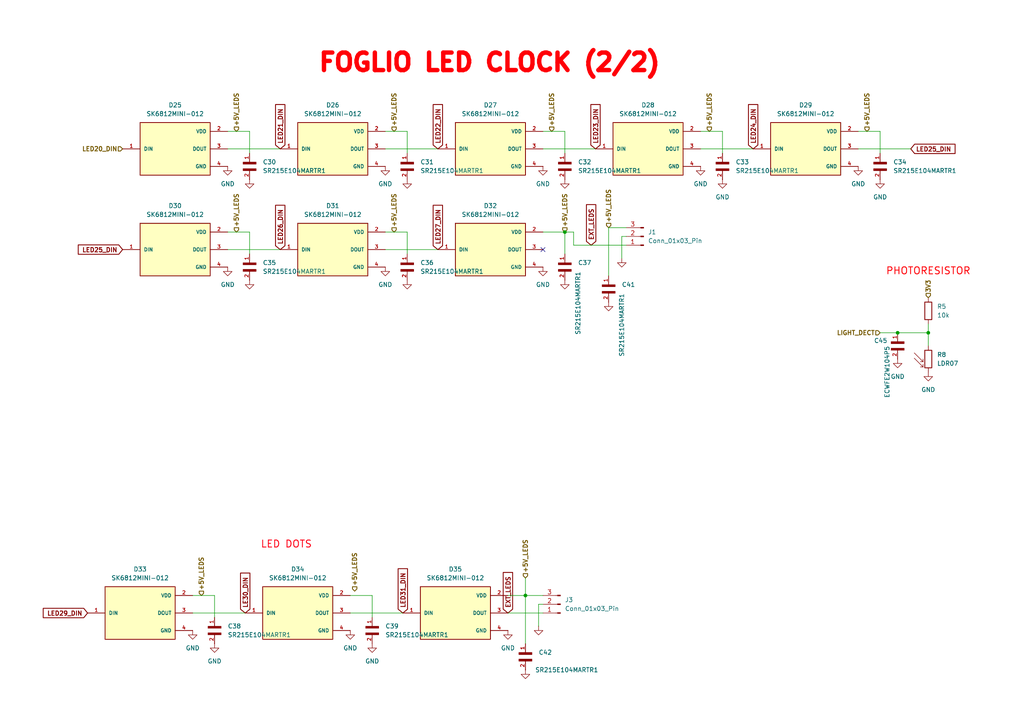
<source format=kicad_sch>
(kicad_sch
	(version 20250114)
	(generator "eeschema")
	(generator_version "9.0")
	(uuid "ce85dcb2-345e-4ad6-b87d-435e5e39ebd5")
	(paper "A4")
	(lib_symbols
		(symbol "Connector:Conn_01x03_Pin"
			(pin_names
				(offset 1.016)
				(hide yes)
			)
			(exclude_from_sim no)
			(in_bom yes)
			(on_board yes)
			(property "Reference" "J"
				(at 0 5.08 0)
				(effects
					(font
						(size 1.27 1.27)
					)
				)
			)
			(property "Value" "Conn_01x03_Pin"
				(at 0 -5.08 0)
				(effects
					(font
						(size 1.27 1.27)
					)
				)
			)
			(property "Footprint" ""
				(at 0 0 0)
				(effects
					(font
						(size 1.27 1.27)
					)
					(hide yes)
				)
			)
			(property "Datasheet" "~"
				(at 0 0 0)
				(effects
					(font
						(size 1.27 1.27)
					)
					(hide yes)
				)
			)
			(property "Description" "Generic connector, single row, 01x03, script generated"
				(at 0 0 0)
				(effects
					(font
						(size 1.27 1.27)
					)
					(hide yes)
				)
			)
			(property "ki_locked" ""
				(at 0 0 0)
				(effects
					(font
						(size 1.27 1.27)
					)
				)
			)
			(property "ki_keywords" "connector"
				(at 0 0 0)
				(effects
					(font
						(size 1.27 1.27)
					)
					(hide yes)
				)
			)
			(property "ki_fp_filters" "Connector*:*_1x??_*"
				(at 0 0 0)
				(effects
					(font
						(size 1.27 1.27)
					)
					(hide yes)
				)
			)
			(symbol "Conn_01x03_Pin_1_1"
				(rectangle
					(start 0.8636 2.667)
					(end 0 2.413)
					(stroke
						(width 0.1524)
						(type default)
					)
					(fill
						(type outline)
					)
				)
				(rectangle
					(start 0.8636 0.127)
					(end 0 -0.127)
					(stroke
						(width 0.1524)
						(type default)
					)
					(fill
						(type outline)
					)
				)
				(rectangle
					(start 0.8636 -2.413)
					(end 0 -2.667)
					(stroke
						(width 0.1524)
						(type default)
					)
					(fill
						(type outline)
					)
				)
				(polyline
					(pts
						(xy 1.27 2.54) (xy 0.8636 2.54)
					)
					(stroke
						(width 0.1524)
						(type default)
					)
					(fill
						(type none)
					)
				)
				(polyline
					(pts
						(xy 1.27 0) (xy 0.8636 0)
					)
					(stroke
						(width 0.1524)
						(type default)
					)
					(fill
						(type none)
					)
				)
				(polyline
					(pts
						(xy 1.27 -2.54) (xy 0.8636 -2.54)
					)
					(stroke
						(width 0.1524)
						(type default)
					)
					(fill
						(type none)
					)
				)
				(pin passive line
					(at 5.08 2.54 180)
					(length 3.81)
					(name "Pin_1"
						(effects
							(font
								(size 1.27 1.27)
							)
						)
					)
					(number "1"
						(effects
							(font
								(size 1.27 1.27)
							)
						)
					)
				)
				(pin passive line
					(at 5.08 0 180)
					(length 3.81)
					(name "Pin_2"
						(effects
							(font
								(size 1.27 1.27)
							)
						)
					)
					(number "2"
						(effects
							(font
								(size 1.27 1.27)
							)
						)
					)
				)
				(pin passive line
					(at 5.08 -2.54 180)
					(length 3.81)
					(name "Pin_3"
						(effects
							(font
								(size 1.27 1.27)
							)
						)
					)
					(number "3"
						(effects
							(font
								(size 1.27 1.27)
							)
						)
					)
				)
			)
			(embedded_fonts no)
		)
		(symbol "Device:R"
			(pin_numbers
				(hide yes)
			)
			(pin_names
				(offset 0)
			)
			(exclude_from_sim no)
			(in_bom yes)
			(on_board yes)
			(property "Reference" "R"
				(at 2.032 0 90)
				(effects
					(font
						(size 1.27 1.27)
					)
				)
			)
			(property "Value" "R"
				(at 0 0 90)
				(effects
					(font
						(size 1.27 1.27)
					)
				)
			)
			(property "Footprint" ""
				(at -1.778 0 90)
				(effects
					(font
						(size 1.27 1.27)
					)
					(hide yes)
				)
			)
			(property "Datasheet" "~"
				(at 0 0 0)
				(effects
					(font
						(size 1.27 1.27)
					)
					(hide yes)
				)
			)
			(property "Description" "Resistor"
				(at 0 0 0)
				(effects
					(font
						(size 1.27 1.27)
					)
					(hide yes)
				)
			)
			(property "ki_keywords" "R res resistor"
				(at 0 0 0)
				(effects
					(font
						(size 1.27 1.27)
					)
					(hide yes)
				)
			)
			(property "ki_fp_filters" "R_*"
				(at 0 0 0)
				(effects
					(font
						(size 1.27 1.27)
					)
					(hide yes)
				)
			)
			(symbol "R_0_1"
				(rectangle
					(start -1.016 -2.54)
					(end 1.016 2.54)
					(stroke
						(width 0.254)
						(type default)
					)
					(fill
						(type none)
					)
				)
			)
			(symbol "R_1_1"
				(pin passive line
					(at 0 3.81 270)
					(length 1.27)
					(name "~"
						(effects
							(font
								(size 1.27 1.27)
							)
						)
					)
					(number "1"
						(effects
							(font
								(size 1.27 1.27)
							)
						)
					)
				)
				(pin passive line
					(at 0 -3.81 90)
					(length 1.27)
					(name "~"
						(effects
							(font
								(size 1.27 1.27)
							)
						)
					)
					(number "2"
						(effects
							(font
								(size 1.27 1.27)
							)
						)
					)
				)
			)
			(embedded_fonts no)
		)
		(symbol "ECWFE2W104P5:ECWFE2W104P5"
			(pin_names
				(offset 1.016)
			)
			(exclude_from_sim no)
			(in_bom yes)
			(on_board yes)
			(property "Reference" "C"
				(at 0 3.8109 0)
				(effects
					(font
						(size 1.27 1.27)
					)
					(justify left bottom)
				)
			)
			(property "Value" "ECWFE2W104P5"
				(at 0 -5.0885 0)
				(effects
					(font
						(size 1.27 1.27)
					)
					(justify left bottom)
				)
			)
			(property "Footprint" "ECWFE2W104P5:CAPRR1500W60L1750T500H1050"
				(at 0 0 0)
				(effects
					(font
						(size 1.27 1.27)
					)
					(justify bottom)
					(hide yes)
				)
			)
			(property "Datasheet" ""
				(at 0 0 0)
				(effects
					(font
						(size 1.27 1.27)
					)
					(hide yes)
				)
			)
			(property "Description" ""
				(at 0 0 0)
				(effects
					(font
						(size 1.27 1.27)
					)
					(hide yes)
				)
			)
			(property "MF" "Panasonic"
				(at 0 0 0)
				(effects
					(font
						(size 1.27 1.27)
					)
					(justify bottom)
					(hide yes)
				)
			)
			(property "MAXIMUM_PACKAGE_HEIGHT" "10.5 mm"
				(at 0 0 0)
				(effects
					(font
						(size 1.27 1.27)
					)
					(justify bottom)
					(hide yes)
				)
			)
			(property "Package" "RADIAL-2 Panasonic"
				(at 0 0 0)
				(effects
					(font
						(size 1.27 1.27)
					)
					(justify bottom)
					(hide yes)
				)
			)
			(property "Price" "None"
				(at 0 0 0)
				(effects
					(font
						(size 1.27 1.27)
					)
					(justify bottom)
					(hide yes)
				)
			)
			(property "Check_prices" "https://www.snapeda.com/parts/ECWFE2W104P5/Panasonic/view-part/?ref=eda"
				(at 0 0 0)
				(effects
					(font
						(size 1.27 1.27)
					)
					(justify bottom)
					(hide yes)
				)
			)
			(property "STANDARD" "IPC-7351B"
				(at 0 0 0)
				(effects
					(font
						(size 1.27 1.27)
					)
					(justify bottom)
					(hide yes)
				)
			)
			(property "PARTREV" "31-May-19"
				(at 0 0 0)
				(effects
					(font
						(size 1.27 1.27)
					)
					(justify bottom)
					(hide yes)
				)
			)
			(property "SnapEDA_Link" "https://www.snapeda.com/parts/ECWFE2W104P5/Panasonic/view-part/?ref=snap"
				(at 0 0 0)
				(effects
					(font
						(size 1.27 1.27)
					)
					(justify bottom)
					(hide yes)
				)
			)
			(property "MP" "ECWFE2W104P5"
				(at 0 0 0)
				(effects
					(font
						(size 1.27 1.27)
					)
					(justify bottom)
					(hide yes)
				)
			)
			(property "Description_1" "CAP FILM 0.1UF 5% 450VDC RADIAL"
				(at 0 0 0)
				(effects
					(font
						(size 1.27 1.27)
					)
					(justify bottom)
					(hide yes)
				)
			)
			(property "Availability" "In Stock"
				(at 0 0 0)
				(effects
					(font
						(size 1.27 1.27)
					)
					(justify bottom)
					(hide yes)
				)
			)
			(property "MANUFACTURER" "Panasonic"
				(at 0 0 0)
				(effects
					(font
						(size 1.27 1.27)
					)
					(justify bottom)
					(hide yes)
				)
			)
			(symbol "ECWFE2W104P5_0_0"
				(rectangle
					(start 0 -1.9069)
					(end 0.635 1.905)
					(stroke
						(width 0.1)
						(type default)
					)
					(fill
						(type outline)
					)
				)
				(rectangle
					(start 1.9069 -1.9069)
					(end 2.54 1.905)
					(stroke
						(width 0.1)
						(type default)
					)
					(fill
						(type outline)
					)
				)
				(pin passive line
					(at -2.54 0 0)
					(length 2.54)
					(name "~"
						(effects
							(font
								(size 1.016 1.016)
							)
						)
					)
					(number "1"
						(effects
							(font
								(size 1.016 1.016)
							)
						)
					)
				)
				(pin passive line
					(at 5.08 0 180)
					(length 2.54)
					(name "~"
						(effects
							(font
								(size 1.016 1.016)
							)
						)
					)
					(number "2"
						(effects
							(font
								(size 1.016 1.016)
							)
						)
					)
				)
			)
			(embedded_fonts no)
		)
		(symbol "SK6812MINI-012:SK6812MINI-012"
			(pin_names
				(offset 1.016)
			)
			(exclude_from_sim no)
			(in_bom yes)
			(on_board yes)
			(property "Reference" "D"
				(at -10.16 8.89 0)
				(effects
					(font
						(size 1.27 1.27)
					)
					(justify left bottom)
				)
			)
			(property "Value" "SK6812MINI-012"
				(at -10.16 -10.16 0)
				(effects
					(font
						(size 1.27 1.27)
					)
					(justify left bottom)
				)
			)
			(property "Footprint" "SK6812MINI-012:LED_SK6812MINI-012"
				(at 0 0 0)
				(effects
					(font
						(size 1.27 1.27)
					)
					(justify bottom)
					(hide yes)
				)
			)
			(property "Datasheet" ""
				(at 0 0 0)
				(effects
					(font
						(size 1.27 1.27)
					)
					(hide yes)
				)
			)
			(property "Description" ""
				(at 0 0 0)
				(effects
					(font
						(size 1.27 1.27)
					)
					(hide yes)
				)
			)
			(property "MF" "DONGGUANG OPSCO OPTOELECTRONICS CO., LTD"
				(at 0 0 0)
				(effects
					(font
						(size 1.27 1.27)
					)
					(justify bottom)
					(hide yes)
				)
			)
			(property "MAXIMUM_PACKAGE_HEIGHT" "1.1mm"
				(at 0 0 0)
				(effects
					(font
						(size 1.27 1.27)
					)
					(justify bottom)
					(hide yes)
				)
			)
			(property "Package" "Package"
				(at 0 0 0)
				(effects
					(font
						(size 1.27 1.27)
					)
					(justify bottom)
					(hide yes)
				)
			)
			(property "Price" "None"
				(at 0 0 0)
				(effects
					(font
						(size 1.27 1.27)
					)
					(justify bottom)
					(hide yes)
				)
			)
			(property "Check_prices" "https://www.snapeda.com/parts/SK6812MINI-012/DONGGUANG+OPSCO+OPTOELECTRONICS+CO.%252C+LTD/view-part/?ref=eda"
				(at 0 0 0)
				(effects
					(font
						(size 1.27 1.27)
					)
					(justify bottom)
					(hide yes)
				)
			)
			(property "STANDARD" "Manufacturer recommendations"
				(at 0 0 0)
				(effects
					(font
						(size 1.27 1.27)
					)
					(justify bottom)
					(hide yes)
				)
			)
			(property "PARTREV" "A/0"
				(at 0 0 0)
				(effects
					(font
						(size 1.27 1.27)
					)
					(justify bottom)
					(hide yes)
				)
			)
			(property "SnapEDA_Link" "https://www.snapeda.com/parts/SK6812MINI-012/DONGGUANG+OPSCO+OPTOELECTRONICS+CO.%252C+LTD/view-part/?ref=snap"
				(at 0 0 0)
				(effects
					(font
						(size 1.27 1.27)
					)
					(justify bottom)
					(hide yes)
				)
			)
			(property "MP" "SK6812MINI-012"
				(at 0 0 0)
				(effects
					(font
						(size 1.27 1.27)
					)
					(justify bottom)
					(hide yes)
				)
			)
			(property "Description_1" "INTEGRATED LIGHT SOURCE INTELLIGENT CONTROL OF CHIP-ON-TOP SMD TYPE LED"
				(at 0 0 0)
				(effects
					(font
						(size 1.27 1.27)
					)
					(justify bottom)
					(hide yes)
				)
			)
			(property "Availability" "Not in stock"
				(at 0 0 0)
				(effects
					(font
						(size 1.27 1.27)
					)
					(justify bottom)
					(hide yes)
				)
			)
			(property "MANUFACTURER" "DONGGUANG OPSCO OPTOELECTRONICS CO., LTD"
				(at 0 0 0)
				(effects
					(font
						(size 1.27 1.27)
					)
					(justify bottom)
					(hide yes)
				)
			)
			(symbol "SK6812MINI-012_0_0"
				(rectangle
					(start -10.16 -7.62)
					(end 10.16 7.62)
					(stroke
						(width 0.254)
						(type default)
					)
					(fill
						(type background)
					)
				)
				(pin input line
					(at -15.24 0 0)
					(length 5.08)
					(name "DIN"
						(effects
							(font
								(size 1.016 1.016)
							)
						)
					)
					(number "1"
						(effects
							(font
								(size 1.016 1.016)
							)
						)
					)
				)
				(pin power_in line
					(at 15.24 5.08 180)
					(length 5.08)
					(name "VDD"
						(effects
							(font
								(size 1.016 1.016)
							)
						)
					)
					(number "2"
						(effects
							(font
								(size 1.016 1.016)
							)
						)
					)
				)
				(pin output line
					(at 15.24 0 180)
					(length 5.08)
					(name "DOUT"
						(effects
							(font
								(size 1.016 1.016)
							)
						)
					)
					(number "3"
						(effects
							(font
								(size 1.016 1.016)
							)
						)
					)
				)
				(pin power_in line
					(at 15.24 -5.08 180)
					(length 5.08)
					(name "GND"
						(effects
							(font
								(size 1.016 1.016)
							)
						)
					)
					(number "4"
						(effects
							(font
								(size 1.016 1.016)
							)
						)
					)
				)
			)
			(embedded_fonts no)
		)
		(symbol "SR215E104MARTR1:SR215E104MARTR1"
			(pin_names
				(offset 1.016)
			)
			(exclude_from_sim no)
			(in_bom yes)
			(on_board yes)
			(property "Reference" "C"
				(at 0 3.8109 0)
				(effects
					(font
						(size 1.27 1.27)
					)
					(justify left bottom)
				)
			)
			(property "Value" "SR215E104MARTR1"
				(at 0 -5.0885 0)
				(effects
					(font
						(size 1.27 1.27)
					)
					(justify left bottom)
				)
			)
			(property "Footprint" "SR215E104MARTR1:CAPRR508W50L508T317H508"
				(at 0 0 0)
				(effects
					(font
						(size 1.27 1.27)
					)
					(justify bottom)
					(hide yes)
				)
			)
			(property "Datasheet" ""
				(at 0 0 0)
				(effects
					(font
						(size 1.27 1.27)
					)
					(hide yes)
				)
			)
			(property "Description" ""
				(at 0 0 0)
				(effects
					(font
						(size 1.27 1.27)
					)
					(hide yes)
				)
			)
			(property "MF" "AVX"
				(at 0 0 0)
				(effects
					(font
						(size 1.27 1.27)
					)
					(justify bottom)
					(hide yes)
				)
			)
			(property "MAXIMUM_PACKAGE_HEIGHT" "5.08mm"
				(at 0 0 0)
				(effects
					(font
						(size 1.27 1.27)
					)
					(justify bottom)
					(hide yes)
				)
			)
			(property "Package" "Radial AVX Interconnect / Elco"
				(at 0 0 0)
				(effects
					(font
						(size 1.27 1.27)
					)
					(justify bottom)
					(hide yes)
				)
			)
			(property "Price" "None"
				(at 0 0 0)
				(effects
					(font
						(size 1.27 1.27)
					)
					(justify bottom)
					(hide yes)
				)
			)
			(property "Check_prices" "https://www.snapeda.com/parts/SR215E104MARTR1/AVX/view-part/?ref=eda"
				(at 0 0 0)
				(effects
					(font
						(size 1.27 1.27)
					)
					(justify bottom)
					(hide yes)
				)
			)
			(property "STANDARD" "IPC 7351B"
				(at 0 0 0)
				(effects
					(font
						(size 1.27 1.27)
					)
					(justify bottom)
					(hide yes)
				)
			)
			(property "PARTREV" "081816"
				(at 0 0 0)
				(effects
					(font
						(size 1.27 1.27)
					)
					(justify bottom)
					(hide yes)
				)
			)
			(property "SnapEDA_Link" "https://www.snapeda.com/parts/SR215E104MARTR1/AVX/view-part/?ref=snap"
				(at 0 0 0)
				(effects
					(font
						(size 1.27 1.27)
					)
					(justify bottom)
					(hide yes)
				)
			)
			(property "MP" "SR215E104MARTR1"
				(at 0 0 0)
				(effects
					(font
						(size 1.27 1.27)
					)
					(justify bottom)
					(hide yes)
				)
			)
			(property "Description_1" "SR Series 5.08x5.08 mm 100 nF 50 V ±20% Tol. Z5U Radial Lead/SkyCap®"
				(at 0 0 0)
				(effects
					(font
						(size 1.27 1.27)
					)
					(justify bottom)
					(hide yes)
				)
			)
			(property "Availability" "In Stock"
				(at 0 0 0)
				(effects
					(font
						(size 1.27 1.27)
					)
					(justify bottom)
					(hide yes)
				)
			)
			(property "MANUFACTURER" "KYOCERA AVX"
				(at 0 0 0)
				(effects
					(font
						(size 1.27 1.27)
					)
					(justify bottom)
					(hide yes)
				)
			)
			(symbol "SR215E104MARTR1_0_0"
				(rectangle
					(start 0 -1.9069)
					(end 0.635 1.905)
					(stroke
						(width 0.1)
						(type default)
					)
					(fill
						(type outline)
					)
				)
				(rectangle
					(start 1.9069 -1.9069)
					(end 2.54 1.905)
					(stroke
						(width 0.1)
						(type default)
					)
					(fill
						(type outline)
					)
				)
				(pin passive line
					(at -2.54 0 0)
					(length 2.54)
					(name "~"
						(effects
							(font
								(size 1.016 1.016)
							)
						)
					)
					(number "1"
						(effects
							(font
								(size 1.016 1.016)
							)
						)
					)
				)
				(pin passive line
					(at 5.08 0 180)
					(length 2.54)
					(name "~"
						(effects
							(font
								(size 1.016 1.016)
							)
						)
					)
					(number "2"
						(effects
							(font
								(size 1.016 1.016)
							)
						)
					)
				)
			)
			(embedded_fonts no)
		)
		(symbol "Sensor_Optical:LDR07"
			(pin_numbers
				(hide yes)
			)
			(pin_names
				(offset 0)
			)
			(exclude_from_sim no)
			(in_bom yes)
			(on_board yes)
			(property "Reference" "R"
				(at -5.08 0 90)
				(effects
					(font
						(size 1.27 1.27)
					)
				)
			)
			(property "Value" "LDR07"
				(at 1.905 0 90)
				(effects
					(font
						(size 1.27 1.27)
					)
					(justify top)
				)
			)
			(property "Footprint" "OptoDevice:R_LDR_5.1x4.3mm_P3.4mm_Vertical"
				(at 4.445 0 90)
				(effects
					(font
						(size 1.27 1.27)
					)
					(hide yes)
				)
			)
			(property "Datasheet" "http://www.tme.eu/de/Document/f2e3ad76a925811312d226c31da4cd7e/LDR07.pdf"
				(at 0 -1.27 0)
				(effects
					(font
						(size 1.27 1.27)
					)
					(hide yes)
				)
			)
			(property "Description" "light dependent resistor"
				(at 0 0 0)
				(effects
					(font
						(size 1.27 1.27)
					)
					(hide yes)
				)
			)
			(property "ki_keywords" "light dependent photo resistor LDR"
				(at 0 0 0)
				(effects
					(font
						(size 1.27 1.27)
					)
					(hide yes)
				)
			)
			(property "ki_fp_filters" "R*LDR*5.1x4.3mm*P3.4mm*"
				(at 0 0 0)
				(effects
					(font
						(size 1.27 1.27)
					)
					(hide yes)
				)
			)
			(symbol "LDR07_0_1"
				(polyline
					(pts
						(xy -1.524 -0.762) (xy -4.064 1.778)
					)
					(stroke
						(width 0)
						(type default)
					)
					(fill
						(type none)
					)
				)
				(polyline
					(pts
						(xy -1.524 -0.762) (xy -2.286 -0.762)
					)
					(stroke
						(width 0)
						(type default)
					)
					(fill
						(type none)
					)
				)
				(polyline
					(pts
						(xy -1.524 -0.762) (xy -1.524 0)
					)
					(stroke
						(width 0)
						(type default)
					)
					(fill
						(type none)
					)
				)
				(polyline
					(pts
						(xy -1.524 -2.286) (xy -4.064 0.254)
					)
					(stroke
						(width 0)
						(type default)
					)
					(fill
						(type none)
					)
				)
				(polyline
					(pts
						(xy -1.524 -2.286) (xy -2.286 -2.286)
					)
					(stroke
						(width 0)
						(type default)
					)
					(fill
						(type none)
					)
				)
				(polyline
					(pts
						(xy -1.524 -2.286) (xy -1.524 -1.524)
					)
					(stroke
						(width 0)
						(type default)
					)
					(fill
						(type none)
					)
				)
				(rectangle
					(start -1.016 2.54)
					(end 1.016 -2.54)
					(stroke
						(width 0.254)
						(type default)
					)
					(fill
						(type none)
					)
				)
			)
			(symbol "LDR07_1_1"
				(pin passive line
					(at 0 3.81 270)
					(length 1.27)
					(name "~"
						(effects
							(font
								(size 1.27 1.27)
							)
						)
					)
					(number "1"
						(effects
							(font
								(size 1.27 1.27)
							)
						)
					)
				)
				(pin passive line
					(at 0 -3.81 90)
					(length 1.27)
					(name "~"
						(effects
							(font
								(size 1.27 1.27)
							)
						)
					)
					(number "2"
						(effects
							(font
								(size 1.27 1.27)
							)
						)
					)
				)
			)
			(embedded_fonts no)
		)
		(symbol "power:GND"
			(power)
			(pin_numbers
				(hide yes)
			)
			(pin_names
				(offset 0)
				(hide yes)
			)
			(exclude_from_sim no)
			(in_bom yes)
			(on_board yes)
			(property "Reference" "#PWR"
				(at 0 -6.35 0)
				(effects
					(font
						(size 1.27 1.27)
					)
					(hide yes)
				)
			)
			(property "Value" "GND"
				(at 0 -3.81 0)
				(effects
					(font
						(size 1.27 1.27)
					)
				)
			)
			(property "Footprint" ""
				(at 0 0 0)
				(effects
					(font
						(size 1.27 1.27)
					)
					(hide yes)
				)
			)
			(property "Datasheet" ""
				(at 0 0 0)
				(effects
					(font
						(size 1.27 1.27)
					)
					(hide yes)
				)
			)
			(property "Description" "Power symbol creates a global label with name \"GND\" , ground"
				(at 0 0 0)
				(effects
					(font
						(size 1.27 1.27)
					)
					(hide yes)
				)
			)
			(property "ki_keywords" "global power"
				(at 0 0 0)
				(effects
					(font
						(size 1.27 1.27)
					)
					(hide yes)
				)
			)
			(symbol "GND_0_1"
				(polyline
					(pts
						(xy 0 0) (xy 0 -1.27) (xy 1.27 -1.27) (xy 0 -2.54) (xy -1.27 -1.27) (xy 0 -1.27)
					)
					(stroke
						(width 0)
						(type default)
					)
					(fill
						(type none)
					)
				)
			)
			(symbol "GND_1_1"
				(pin power_in line
					(at 0 0 270)
					(length 0)
					(name "~"
						(effects
							(font
								(size 1.27 1.27)
							)
						)
					)
					(number "1"
						(effects
							(font
								(size 1.27 1.27)
							)
						)
					)
				)
			)
			(embedded_fonts no)
		)
	)
	(text "FOGLIO LED CLOCK (2/2)\n"
		(exclude_from_sim no)
		(at 141.986 18.288 0)
		(effects
			(font
				(size 5.08 5.08)
				(thickness 1.27)
				(bold yes)
				(color 255 0 5 1)
			)
		)
		(uuid "117b4291-a76f-422f-8e80-6cea931c4bbc")
	)
	(text "PHOTORESISTOR"
		(exclude_from_sim no)
		(at 269.24 78.74 0)
		(effects
			(font
				(size 2.032 2.032)
				(thickness 0.254)
				(bold yes)
				(color 255 2 9 1)
			)
		)
		(uuid "8c2fa50c-2bc3-4305-a894-fc7f02e48dda")
	)
	(text "LED DOTS"
		(exclude_from_sim no)
		(at 83.058 157.988 0)
		(effects
			(font
				(size 2.032 2.032)
				(thickness 0.254)
				(bold yes)
				(color 255 0 21 1)
			)
		)
		(uuid "e3ed85c4-96c7-45e6-897d-9b0703165413")
	)
	(junction
		(at 269.24 96.52)
		(diameter 0)
		(color 0 0 0 0)
		(uuid "500473ec-bb9d-4387-ae79-b6b3f693d3db")
	)
	(junction
		(at 260.35 96.52)
		(diameter 0)
		(color 0 0 0 0)
		(uuid "62181d1c-1a77-44a6-aafc-23f3c4c43b99")
	)
	(junction
		(at 163.83 67.31)
		(diameter 0)
		(color 0 0 0 0)
		(uuid "8947b354-093e-48a0-804a-e56fcdfa6116")
	)
	(junction
		(at 152.4 172.72)
		(diameter 0)
		(color 0 0 0 0)
		(uuid "9bbfc85e-ef36-4341-9fc9-0b5e36764191")
	)
	(no_connect
		(at 157.48 72.39)
		(uuid "f887260f-ded9-42af-b808-f94d11c269f1")
	)
	(wire
		(pts
			(xy 62.23 172.72) (xy 55.88 172.72)
		)
		(stroke
			(width 0)
			(type default)
		)
		(uuid "00d54327-eafc-437e-84cd-f24cea478f49")
	)
	(wire
		(pts
			(xy 209.55 44.45) (xy 209.55 38.1)
		)
		(stroke
			(width 0)
			(type default)
		)
		(uuid "027de71f-30d3-4c29-aca3-b61bc7acdee2")
	)
	(wire
		(pts
			(xy 55.88 177.8) (xy 71.12 177.8)
		)
		(stroke
			(width 0)
			(type default)
		)
		(uuid "0400b5f5-318b-499a-8745-44c2b852bfe2")
	)
	(wire
		(pts
			(xy 181.61 71.12) (xy 166.37 71.12)
		)
		(stroke
			(width 0)
			(type default)
		)
		(uuid "041dfee8-eb8b-48a7-b3a3-8e402a0ef8cd")
	)
	(wire
		(pts
			(xy 157.48 43.18) (xy 172.72 43.18)
		)
		(stroke
			(width 0)
			(type default)
		)
		(uuid "059350b0-b643-48dd-99f8-3bba97bc0bac")
	)
	(wire
		(pts
			(xy 209.55 38.1) (xy 203.2 38.1)
		)
		(stroke
			(width 0)
			(type default)
		)
		(uuid "062617fe-9a80-45a1-8959-192a799482f8")
	)
	(wire
		(pts
			(xy 181.61 68.58) (xy 180.34 68.58)
		)
		(stroke
			(width 0)
			(type default)
		)
		(uuid "062cb6b1-0afc-4140-bc52-6a5d5ad21d63")
	)
	(wire
		(pts
			(xy 180.34 68.58) (xy 180.34 74.93)
		)
		(stroke
			(width 0)
			(type default)
		)
		(uuid "0756847c-0b47-420f-8f8a-b2d12fad68eb")
	)
	(wire
		(pts
			(xy 255.27 38.1) (xy 248.92 38.1)
		)
		(stroke
			(width 0)
			(type default)
		)
		(uuid "09547cbe-a838-4a1d-9d4e-20203ba7f2a9")
	)
	(wire
		(pts
			(xy 118.11 67.31) (xy 111.76 67.31)
		)
		(stroke
			(width 0)
			(type default)
		)
		(uuid "0b9868a3-b62b-4212-82e2-82f095b9ca72")
	)
	(wire
		(pts
			(xy 111.76 43.18) (xy 127 43.18)
		)
		(stroke
			(width 0)
			(type default)
		)
		(uuid "0bdd2aa3-fbdb-45e6-9551-3c15c6ff114e")
	)
	(wire
		(pts
			(xy 255.27 44.45) (xy 255.27 38.1)
		)
		(stroke
			(width 0)
			(type default)
		)
		(uuid "149cc783-0859-49dd-8e61-93dcd090ff36")
	)
	(wire
		(pts
			(xy 269.24 96.52) (xy 269.24 93.98)
		)
		(stroke
			(width 0)
			(type default)
		)
		(uuid "15d43af4-7ce2-4458-b12a-2ca665ea8a02")
	)
	(wire
		(pts
			(xy 260.35 96.52) (xy 269.24 96.52)
		)
		(stroke
			(width 0)
			(type default)
		)
		(uuid "19b1ef41-40c8-4611-a0f0-17409b29f7f0")
	)
	(wire
		(pts
			(xy 269.24 100.33) (xy 269.24 96.52)
		)
		(stroke
			(width 0)
			(type default)
		)
		(uuid "200d3c68-e40c-41e2-b1fc-5489f645eece")
	)
	(wire
		(pts
			(xy 111.76 72.39) (xy 127 72.39)
		)
		(stroke
			(width 0)
			(type default)
		)
		(uuid "20db828c-ea43-4b2e-b63d-5681cd6a500f")
	)
	(wire
		(pts
			(xy 176.53 66.04) (xy 176.53 80.01)
		)
		(stroke
			(width 0)
			(type default)
		)
		(uuid "21bfb704-4f22-42dc-ab92-19b53fdd4859")
	)
	(wire
		(pts
			(xy 203.2 43.18) (xy 218.44 43.18)
		)
		(stroke
			(width 0)
			(type default)
		)
		(uuid "233f67a9-e6ca-4cfd-9ecd-04b97248b546")
	)
	(wire
		(pts
			(xy 248.92 43.18) (xy 264.16 43.18)
		)
		(stroke
			(width 0)
			(type default)
		)
		(uuid "23bd3531-2893-4320-98df-19feafa1febe")
	)
	(wire
		(pts
			(xy 152.4 167.64) (xy 152.4 172.72)
		)
		(stroke
			(width 0)
			(type default)
		)
		(uuid "30c923c4-82c0-4b64-ad53-146ae02df62a")
	)
	(wire
		(pts
			(xy 163.83 67.31) (xy 157.48 67.31)
		)
		(stroke
			(width 0)
			(type default)
		)
		(uuid "386c9a68-5349-4f48-af71-c318c6bdc26d")
	)
	(wire
		(pts
			(xy 66.04 72.39) (xy 81.28 72.39)
		)
		(stroke
			(width 0)
			(type default)
		)
		(uuid "3b6d2558-9883-46b4-9103-793af9c2991f")
	)
	(wire
		(pts
			(xy 107.95 179.07) (xy 107.95 172.72)
		)
		(stroke
			(width 0)
			(type default)
		)
		(uuid "494562ba-cd7b-415b-a14d-1c88788ac136")
	)
	(wire
		(pts
			(xy 166.37 71.12) (xy 166.37 67.31)
		)
		(stroke
			(width 0)
			(type default)
		)
		(uuid "516f4801-0f92-4306-8c52-737c40739756")
	)
	(wire
		(pts
			(xy 156.21 175.26) (xy 156.21 181.61)
		)
		(stroke
			(width 0)
			(type default)
		)
		(uuid "5c3a1719-0755-4ab6-ab6b-2252e7799c74")
	)
	(wire
		(pts
			(xy 166.37 67.31) (xy 163.83 67.31)
		)
		(stroke
			(width 0)
			(type default)
		)
		(uuid "5de9111d-a0b1-447e-8c58-96d18efde2bb")
	)
	(wire
		(pts
			(xy 152.4 172.72) (xy 157.48 172.72)
		)
		(stroke
			(width 0)
			(type default)
		)
		(uuid "5f4f3e19-2213-4671-8587-4be4db8ce758")
	)
	(wire
		(pts
			(xy 152.4 172.72) (xy 147.32 172.72)
		)
		(stroke
			(width 0)
			(type default)
		)
		(uuid "64abf89f-3b88-4892-b088-10616aa915b4")
	)
	(wire
		(pts
			(xy 66.04 43.18) (xy 81.28 43.18)
		)
		(stroke
			(width 0)
			(type default)
		)
		(uuid "6f8aef67-ca6c-464b-a298-28449d835640")
	)
	(wire
		(pts
			(xy 72.39 73.66) (xy 72.39 67.31)
		)
		(stroke
			(width 0)
			(type default)
		)
		(uuid "8040804b-341c-4709-ba28-0885a0af05e5")
	)
	(wire
		(pts
			(xy 163.83 38.1) (xy 157.48 38.1)
		)
		(stroke
			(width 0)
			(type default)
		)
		(uuid "89b524c3-37d4-4aaa-b2f4-f103ee29b268")
	)
	(wire
		(pts
			(xy 72.39 67.31) (xy 66.04 67.31)
		)
		(stroke
			(width 0)
			(type default)
		)
		(uuid "8a32d557-3b1e-4deb-8b78-6fcbcc97424c")
	)
	(wire
		(pts
			(xy 152.4 172.72) (xy 152.4 186.69)
		)
		(stroke
			(width 0)
			(type default)
		)
		(uuid "95eb9ba1-ddf1-478a-babd-b3136b825f00")
	)
	(wire
		(pts
			(xy 72.39 44.45) (xy 72.39 38.1)
		)
		(stroke
			(width 0)
			(type default)
		)
		(uuid "96ddcdd1-54eb-4c5e-9474-2bcb184f09a2")
	)
	(wire
		(pts
			(xy 157.48 175.26) (xy 156.21 175.26)
		)
		(stroke
			(width 0)
			(type default)
		)
		(uuid "970d83fb-a9bd-448b-b7e8-ba194a75eee9")
	)
	(wire
		(pts
			(xy 147.32 177.8) (xy 157.48 177.8)
		)
		(stroke
			(width 0)
			(type default)
		)
		(uuid "9cd69841-7e5f-4d60-b34e-c67438401061")
	)
	(wire
		(pts
			(xy 62.23 179.07) (xy 62.23 172.72)
		)
		(stroke
			(width 0)
			(type default)
		)
		(uuid "a07befdf-8acd-495b-81be-f583b2b33092")
	)
	(wire
		(pts
			(xy 163.83 44.45) (xy 163.83 38.1)
		)
		(stroke
			(width 0)
			(type default)
		)
		(uuid "a21eb4bd-15d0-42bb-b1a5-6f57c2d406be")
	)
	(wire
		(pts
			(xy 255.27 96.52) (xy 260.35 96.52)
		)
		(stroke
			(width 0)
			(type default)
		)
		(uuid "c6a43f47-bf5d-4cab-9cab-b273d11a296f")
	)
	(wire
		(pts
			(xy 118.11 73.66) (xy 118.11 67.31)
		)
		(stroke
			(width 0)
			(type default)
		)
		(uuid "ca88e939-a168-4d84-a53e-18bf39e94ea3")
	)
	(wire
		(pts
			(xy 176.53 66.04) (xy 181.61 66.04)
		)
		(stroke
			(width 0)
			(type default)
		)
		(uuid "df5aa9b6-c104-4d87-87e3-93d057322a85")
	)
	(wire
		(pts
			(xy 163.83 73.66) (xy 163.83 67.31)
		)
		(stroke
			(width 0)
			(type default)
		)
		(uuid "df6085c8-06e9-4250-ab32-6784be30a2aa")
	)
	(wire
		(pts
			(xy 101.6 177.8) (xy 116.84 177.8)
		)
		(stroke
			(width 0)
			(type default)
		)
		(uuid "e57f8865-5eb0-4667-b2b6-04b21f287d4f")
	)
	(wire
		(pts
			(xy 118.11 38.1) (xy 111.76 38.1)
		)
		(stroke
			(width 0)
			(type default)
		)
		(uuid "e68a3a5d-45e9-4d2d-a300-2653a8d94e62")
	)
	(wire
		(pts
			(xy 107.95 172.72) (xy 101.6 172.72)
		)
		(stroke
			(width 0)
			(type default)
		)
		(uuid "f277b165-4614-46b5-ae3a-5ec4788cbe7f")
	)
	(wire
		(pts
			(xy 72.39 38.1) (xy 66.04 38.1)
		)
		(stroke
			(width 0)
			(type default)
		)
		(uuid "fbd1435f-f649-4ef8-9c40-9ce2c3da3ea7")
	)
	(wire
		(pts
			(xy 118.11 44.45) (xy 118.11 38.1)
		)
		(stroke
			(width 0)
			(type default)
		)
		(uuid "fe0a5286-8721-47c2-9b9b-1cc54555ee5a")
	)
	(global_label "LED25_DIN"
		(shape input)
		(at 264.16 43.18 0)
		(fields_autoplaced yes)
		(effects
			(font
				(size 1.27 1.27)
				(thickness 0.254)
				(bold yes)
			)
			(justify left)
		)
		(uuid "0f728746-72ac-4dba-8aed-a6c6f5a378ab")
		(property "Intersheetrefs" "${INTERSHEET_REFS}"
			(at 277.6602 43.18 0)
			(effects
				(font
					(size 1.27 1.27)
				)
				(justify left)
				(hide yes)
			)
		)
	)
	(global_label "LED24_DIN"
		(shape input)
		(at 218.44 43.18 90)
		(fields_autoplaced yes)
		(effects
			(font
				(size 1.27 1.27)
				(thickness 0.254)
				(bold yes)
			)
			(justify left)
		)
		(uuid "358691bf-1562-4e1e-bb51-f326982a0d97")
		(property "Intersheetrefs" "${INTERSHEET_REFS}"
			(at 218.44 29.6798 90)
			(effects
				(font
					(size 1.27 1.27)
				)
				(justify left)
				(hide yes)
			)
		)
	)
	(global_label "LED31_DIN"
		(shape input)
		(at 116.84 177.8 90)
		(fields_autoplaced yes)
		(effects
			(font
				(size 1.27 1.27)
				(thickness 0.254)
				(bold yes)
			)
			(justify left)
		)
		(uuid "4d733175-4199-4da2-be6c-b0fe2153d0b0")
		(property "Intersheetrefs" "${INTERSHEET_REFS}"
			(at 116.84 164.2998 90)
			(effects
				(font
					(size 1.27 1.27)
				)
				(justify left)
				(hide yes)
			)
		)
	)
	(global_label "LED21_DIN"
		(shape input)
		(at 81.28 43.18 90)
		(fields_autoplaced yes)
		(effects
			(font
				(size 1.27 1.27)
				(thickness 0.254)
				(bold yes)
			)
			(justify left)
		)
		(uuid "53555a11-c020-435a-a0f0-425547993153")
		(property "Intersheetrefs" "${INTERSHEET_REFS}"
			(at 81.28 29.6798 90)
			(effects
				(font
					(size 1.27 1.27)
				)
				(justify left)
				(hide yes)
			)
		)
	)
	(global_label "LED27_DIN"
		(shape input)
		(at 127 72.39 90)
		(fields_autoplaced yes)
		(effects
			(font
				(size 1.27 1.27)
				(thickness 0.254)
				(bold yes)
			)
			(justify left)
		)
		(uuid "7187b2d9-5e94-4cde-abff-ea6af276f74b")
		(property "Intersheetrefs" "${INTERSHEET_REFS}"
			(at 127 58.8898 90)
			(effects
				(font
					(size 1.27 1.27)
				)
				(justify left)
				(hide yes)
			)
		)
	)
	(global_label "LED29_DIN"
		(shape input)
		(at 25.4 177.8 180)
		(fields_autoplaced yes)
		(effects
			(font
				(size 1.27 1.27)
				(thickness 0.254)
				(bold yes)
			)
			(justify right)
		)
		(uuid "77d1dce2-70ca-46c1-86da-b03c9d7237e9")
		(property "Intersheetrefs" "${INTERSHEET_REFS}"
			(at 11.8998 177.8 0)
			(effects
				(font
					(size 1.27 1.27)
				)
				(justify right)
				(hide yes)
			)
		)
	)
	(global_label "LED25_DIN"
		(shape input)
		(at 35.56 72.39 180)
		(fields_autoplaced yes)
		(effects
			(font
				(size 1.27 1.27)
				(thickness 0.254)
				(bold yes)
			)
			(justify right)
		)
		(uuid "78dedc0a-f9a1-4f85-84fc-bb5509e66730")
		(property "Intersheetrefs" "${INTERSHEET_REFS}"
			(at 22.0598 72.39 0)
			(effects
				(font
					(size 1.27 1.27)
				)
				(justify right)
				(hide yes)
			)
		)
	)
	(global_label "EXT_LEDS"
		(shape input)
		(at 171.45 71.12 90)
		(fields_autoplaced yes)
		(effects
			(font
				(size 1.27 1.27)
				(thickness 0.254)
				(bold yes)
			)
			(justify left)
		)
		(uuid "960f2afd-76a3-49bb-9cb3-47649dbd5a24")
		(property "Intersheetrefs" "${INTERSHEET_REFS}"
			(at 171.45 58.7085 90)
			(effects
				(font
					(size 1.27 1.27)
				)
				(justify left)
				(hide yes)
			)
		)
	)
	(global_label "EXT_LEDS"
		(shape input)
		(at 147.32 177.8 90)
		(fields_autoplaced yes)
		(effects
			(font
				(size 1.27 1.27)
				(thickness 0.254)
				(bold yes)
			)
			(justify left)
		)
		(uuid "982af2fb-0672-4223-8716-7c81dd57ee6f")
		(property "Intersheetrefs" "${INTERSHEET_REFS}"
			(at 147.32 165.3885 90)
			(effects
				(font
					(size 1.27 1.27)
				)
				(justify left)
				(hide yes)
			)
		)
	)
	(global_label "LED26_DIN"
		(shape input)
		(at 81.28 72.39 90)
		(fields_autoplaced yes)
		(effects
			(font
				(size 1.27 1.27)
				(thickness 0.254)
				(bold yes)
			)
			(justify left)
		)
		(uuid "c9b1684b-9b74-4da6-8228-7703d8b4696c")
		(property "Intersheetrefs" "${INTERSHEET_REFS}"
			(at 81.28 58.8898 90)
			(effects
				(font
					(size 1.27 1.27)
				)
				(justify left)
				(hide yes)
			)
		)
	)
	(global_label "LED23_DIN"
		(shape input)
		(at 172.72 43.18 90)
		(fields_autoplaced yes)
		(effects
			(font
				(size 1.27 1.27)
				(thickness 0.254)
				(bold yes)
			)
			(justify left)
		)
		(uuid "ce6d14e5-01a9-4499-b4f0-6a1622296294")
		(property "Intersheetrefs" "${INTERSHEET_REFS}"
			(at 172.72 29.6798 90)
			(effects
				(font
					(size 1.27 1.27)
				)
				(justify left)
				(hide yes)
			)
		)
	)
	(global_label "LE30_DIN"
		(shape input)
		(at 71.12 177.8 90)
		(fields_autoplaced yes)
		(effects
			(font
				(size 1.27 1.27)
				(thickness 0.254)
				(bold yes)
			)
			(justify left)
		)
		(uuid "d5e8197e-e3db-444a-af9f-1b6b06354a28")
		(property "Intersheetrefs" "${INTERSHEET_REFS}"
			(at 71.12 165.5698 90)
			(effects
				(font
					(size 1.27 1.27)
				)
				(justify left)
				(hide yes)
			)
		)
	)
	(global_label "LED22_DIN"
		(shape input)
		(at 127 43.18 90)
		(fields_autoplaced yes)
		(effects
			(font
				(size 1.27 1.27)
				(thickness 0.254)
				(bold yes)
			)
			(justify left)
		)
		(uuid "e4c89ede-0478-429d-b3a4-ad2933fcffb3")
		(property "Intersheetrefs" "${INTERSHEET_REFS}"
			(at 127 29.6798 90)
			(effects
				(font
					(size 1.27 1.27)
				)
				(justify left)
				(hide yes)
			)
		)
	)
	(hierarchical_label "LIGHT_DECT"
		(shape input)
		(at 255.27 96.52 180)
		(effects
			(font
				(size 1.27 1.27)
				(thickness 0.254)
				(bold yes)
			)
			(justify right)
		)
		(uuid "1284dc9b-62e5-4d49-9604-0d847f403c3c")
	)
	(hierarchical_label "+5V_LEDS"
		(shape input)
		(at 152.4 167.64 90)
		(effects
			(font
				(size 1.27 1.27)
				(thickness 0.254)
				(bold yes)
			)
			(justify left)
		)
		(uuid "1912b7ea-ee8a-4434-908d-92bdea9d1ed3")
	)
	(hierarchical_label "+5V_LEDS"
		(shape input)
		(at 58.42 172.72 90)
		(effects
			(font
				(size 1.27 1.27)
				(thickness 0.254)
				(bold yes)
			)
			(justify left)
		)
		(uuid "39271e5b-54f2-4a56-a3b5-b7897c8c5ecc")
	)
	(hierarchical_label "LED20_DIN"
		(shape input)
		(at 35.56 43.18 180)
		(effects
			(font
				(size 1.27 1.27)
				(thickness 0.254)
				(bold yes)
			)
			(justify right)
		)
		(uuid "58a9ba8d-0cab-45ad-a394-723a6514a09d")
	)
	(hierarchical_label "+5V_LEDS"
		(shape input)
		(at 251.46 38.1 90)
		(effects
			(font
				(size 1.27 1.27)
				(thickness 0.254)
				(bold yes)
			)
			(justify left)
		)
		(uuid "5aaf5ab2-5b5f-4f6f-84a9-c2b90f6f6465")
	)
	(hierarchical_label "+5V_LEDS"
		(shape input)
		(at 176.53 66.04 90)
		(effects
			(font
				(size 1.27 1.27)
				(thickness 0.254)
				(bold yes)
			)
			(justify left)
		)
		(uuid "7c83d980-77cc-40ac-bdf6-0ea823eee203")
	)
	(hierarchical_label "+5V_LEDS"
		(shape input)
		(at 102.87 171.45 90)
		(effects
			(font
				(size 1.27 1.27)
				(thickness 0.254)
				(bold yes)
			)
			(justify left)
		)
		(uuid "8b4ca53b-11e8-4d1e-b825-a1882878dee9")
	)
	(hierarchical_label "+5V_LEDS"
		(shape input)
		(at 68.58 38.1 90)
		(effects
			(font
				(size 1.27 1.27)
				(thickness 0.254)
				(bold yes)
			)
			(justify left)
		)
		(uuid "8d871e1e-b28c-43e1-8781-c28d6f9946bc")
	)
	(hierarchical_label "+5V_LEDS"
		(shape input)
		(at 163.83 67.31 90)
		(effects
			(font
				(size 1.27 1.27)
				(thickness 0.254)
				(bold yes)
			)
			(justify left)
		)
		(uuid "963c57e8-c058-438b-aec1-d0d7988dfd3c")
	)
	(hierarchical_label "3V3"
		(shape input)
		(at 269.24 86.36 90)
		(effects
			(font
				(size 1.27 1.27)
				(thickness 0.254)
				(bold yes)
			)
			(justify left)
		)
		(uuid "9b7df6a3-7034-435e-8c1f-9105a82dcb9c")
	)
	(hierarchical_label "+5V_LEDS"
		(shape input)
		(at 114.3 38.1 90)
		(effects
			(font
				(size 1.27 1.27)
				(thickness 0.254)
				(bold yes)
			)
			(justify left)
		)
		(uuid "b2ddb3b5-4b64-48aa-8cba-d3f91ac7f1a9")
	)
	(hierarchical_label "+5V_LEDS"
		(shape input)
		(at 160.02 38.1 90)
		(effects
			(font
				(size 1.27 1.27)
				(thickness 0.254)
				(bold yes)
			)
			(justify left)
		)
		(uuid "bf10980a-ca44-4a9d-865b-964d79767eaa")
	)
	(hierarchical_label "+5V_LEDS"
		(shape input)
		(at 205.74 38.1 90)
		(effects
			(font
				(size 1.27 1.27)
				(thickness 0.254)
				(bold yes)
			)
			(justify left)
		)
		(uuid "c7fcea20-535a-4546-82bb-990c52695421")
	)
	(hierarchical_label "+5V_LEDS"
		(shape input)
		(at 68.58 67.31 90)
		(effects
			(font
				(size 1.27 1.27)
				(thickness 0.254)
				(bold yes)
			)
			(justify left)
		)
		(uuid "de098650-33a0-447a-95e9-d750f47e862f")
	)
	(hierarchical_label "+5V_LEDS"
		(shape input)
		(at 114.3 67.31 90)
		(effects
			(font
				(size 1.27 1.27)
				(thickness 0.254)
				(bold yes)
			)
			(justify left)
		)
		(uuid "ecf4b036-34c3-4a5d-9aaa-481201613680")
	)
	(symbol
		(lib_id "power:GND")
		(at 269.24 107.95 0)
		(unit 1)
		(exclude_from_sim no)
		(in_bom yes)
		(on_board yes)
		(dnp no)
		(fields_autoplaced yes)
		(uuid "06523493-ba98-44d8-881c-702fc75354da")
		(property "Reference" "#PWR091"
			(at 269.24 114.3 0)
			(effects
				(font
					(size 1.27 1.27)
				)
				(hide yes)
			)
		)
		(property "Value" "GND"
			(at 269.24 113.03 0)
			(effects
				(font
					(size 1.27 1.27)
				)
			)
		)
		(property "Footprint" ""
			(at 269.24 107.95 0)
			(effects
				(font
					(size 1.27 1.27)
				)
				(hide yes)
			)
		)
		(property "Datasheet" ""
			(at 269.24 107.95 0)
			(effects
				(font
					(size 1.27 1.27)
				)
				(hide yes)
			)
		)
		(property "Description" "Power symbol creates a global label with name \"GND\" , ground"
			(at 269.24 107.95 0)
			(effects
				(font
					(size 1.27 1.27)
				)
				(hide yes)
			)
		)
		(pin "1"
			(uuid "ef965ae1-3439-442c-b73d-253491b42d0d")
		)
		(instances
			(project ""
				(path "/515b3e2b-262e-4a7f-92c2-6b5cc916246f/cd02ae20-a8fa-4a68-8aa8-920e6e2d4c6f/74ff7de8-d2fd-440a-b3ee-48276dedab1f"
					(reference "#PWR091")
					(unit 1)
				)
			)
		)
	)
	(symbol
		(lib_id "SR215E104MARTR1:SR215E104MARTR1")
		(at 176.53 82.55 270)
		(unit 1)
		(exclude_from_sim no)
		(in_bom yes)
		(on_board yes)
		(dnp no)
		(uuid "0fb9ea0a-c83e-4a37-bf9e-452936774dcd")
		(property "Reference" "C41"
			(at 180.34 82.5499 90)
			(effects
				(font
					(size 1.27 1.27)
				)
				(justify left)
			)
		)
		(property "Value" "SR215E104MARTR1"
			(at 180.34 85.0899 0)
			(effects
				(font
					(size 1.27 1.27)
				)
				(justify left)
			)
		)
		(property "Footprint" "capacitor 100nF:CAPRR508W50L508T317H508"
			(at 176.53 82.55 0)
			(effects
				(font
					(size 1.27 1.27)
				)
				(justify bottom)
				(hide yes)
			)
		)
		(property "Datasheet" ""
			(at 176.53 82.55 0)
			(effects
				(font
					(size 1.27 1.27)
				)
				(hide yes)
			)
		)
		(property "Description" ""
			(at 176.53 82.55 0)
			(effects
				(font
					(size 1.27 1.27)
				)
				(hide yes)
			)
		)
		(property "MF" "AVX"
			(at 176.53 82.55 0)
			(effects
				(font
					(size 1.27 1.27)
				)
				(justify bottom)
				(hide yes)
			)
		)
		(property "MAXIMUM_PACKAGE_HEIGHT" "5.08mm"
			(at 176.53 82.55 0)
			(effects
				(font
					(size 1.27 1.27)
				)
				(justify bottom)
				(hide yes)
			)
		)
		(property "Package" "Radial AVX Interconnect / Elco"
			(at 176.53 82.55 0)
			(effects
				(font
					(size 1.27 1.27)
				)
				(justify bottom)
				(hide yes)
			)
		)
		(property "Price" "None"
			(at 176.53 82.55 0)
			(effects
				(font
					(size 1.27 1.27)
				)
				(justify bottom)
				(hide yes)
			)
		)
		(property "Check_prices" "https://www.snapeda.com/parts/SR215E104MARTR1/AVX/view-part/?ref=eda"
			(at 176.53 82.55 0)
			(effects
				(font
					(size 1.27 1.27)
				)
				(justify bottom)
				(hide yes)
			)
		)
		(property "STANDARD" "IPC 7351B"
			(at 176.53 82.55 0)
			(effects
				(font
					(size 1.27 1.27)
				)
				(justify bottom)
				(hide yes)
			)
		)
		(property "PARTREV" "081816"
			(at 176.53 82.55 0)
			(effects
				(font
					(size 1.27 1.27)
				)
				(justify bottom)
				(hide yes)
			)
		)
		(property "SnapEDA_Link" "https://www.snapeda.com/parts/SR215E104MARTR1/AVX/view-part/?ref=snap"
			(at 176.53 82.55 0)
			(effects
				(font
					(size 1.27 1.27)
				)
				(justify bottom)
				(hide yes)
			)
		)
		(property "MP" "SR215E104MARTR1"
			(at 176.53 82.55 0)
			(effects
				(font
					(size 1.27 1.27)
				)
				(justify bottom)
				(hide yes)
			)
		)
		(property "Description_1" "SR Series 5.08x5.08 mm 100 nF 50 V ±20% Tol. Z5U Radial Lead/SkyCap®"
			(at 176.53 82.55 0)
			(effects
				(font
					(size 1.27 1.27)
				)
				(justify bottom)
				(hide yes)
			)
		)
		(property "Availability" "In Stock"
			(at 176.53 82.55 0)
			(effects
				(font
					(size 1.27 1.27)
				)
				(justify bottom)
				(hide yes)
			)
		)
		(property "MANUFACTURER" "KYOCERA AVX"
			(at 176.53 82.55 0)
			(effects
				(font
					(size 1.27 1.27)
				)
				(justify bottom)
				(hide yes)
			)
		)
		(pin "1"
			(uuid "2331b0a1-d826-4d9c-bc67-9ec04d6ef45a")
		)
		(pin "2"
			(uuid "527c69cb-79bc-4254-a48d-e820da01beda")
		)
		(instances
			(project "clock"
				(path "/515b3e2b-262e-4a7f-92c2-6b5cc916246f/cd02ae20-a8fa-4a68-8aa8-920e6e2d4c6f/74ff7de8-d2fd-440a-b3ee-48276dedab1f"
					(reference "C41")
					(unit 1)
				)
			)
		)
	)
	(symbol
		(lib_id "SK6812MINI-012:SK6812MINI-012")
		(at 96.52 43.18 0)
		(unit 1)
		(exclude_from_sim no)
		(in_bom yes)
		(on_board yes)
		(dnp no)
		(fields_autoplaced yes)
		(uuid "1153eaae-2a03-4d35-8d7a-2276749d5963")
		(property "Reference" "D26"
			(at 96.52 30.48 0)
			(effects
				(font
					(size 1.27 1.27)
				)
			)
		)
		(property "Value" "SK6812MINI-012"
			(at 96.52 33.02 0)
			(effects
				(font
					(size 1.27 1.27)
				)
			)
		)
		(property "Footprint" "sk6812 mini led:LED_SK6812MINI-012"
			(at 96.52 43.18 0)
			(effects
				(font
					(size 1.27 1.27)
				)
				(justify bottom)
				(hide yes)
			)
		)
		(property "Datasheet" ""
			(at 96.52 43.18 0)
			(effects
				(font
					(size 1.27 1.27)
				)
				(hide yes)
			)
		)
		(property "Description" ""
			(at 96.52 43.18 0)
			(effects
				(font
					(size 1.27 1.27)
				)
				(hide yes)
			)
		)
		(property "MF" "DONGGUANG OPSCO OPTOELECTRONICS CO., LTD"
			(at 96.52 43.18 0)
			(effects
				(font
					(size 1.27 1.27)
				)
				(justify bottom)
				(hide yes)
			)
		)
		(property "MAXIMUM_PACKAGE_HEIGHT" "1.1mm"
			(at 96.52 43.18 0)
			(effects
				(font
					(size 1.27 1.27)
				)
				(justify bottom)
				(hide yes)
			)
		)
		(property "Package" "Package"
			(at 96.52 43.18 0)
			(effects
				(font
					(size 1.27 1.27)
				)
				(justify bottom)
				(hide yes)
			)
		)
		(property "Price" "None"
			(at 96.52 43.18 0)
			(effects
				(font
					(size 1.27 1.27)
				)
				(justify bottom)
				(hide yes)
			)
		)
		(property "Check_prices" "https://www.snapeda.com/parts/SK6812MINI-012/DONGGUANG+OPSCO+OPTOELECTRONICS+CO.%252C+LTD/view-part/?ref=eda"
			(at 96.52 43.18 0)
			(effects
				(font
					(size 1.27 1.27)
				)
				(justify bottom)
				(hide yes)
			)
		)
		(property "STANDARD" "Manufacturer recommendations"
			(at 96.52 43.18 0)
			(effects
				(font
					(size 1.27 1.27)
				)
				(justify bottom)
				(hide yes)
			)
		)
		(property "PARTREV" "A/0"
			(at 96.52 43.18 0)
			(effects
				(font
					(size 1.27 1.27)
				)
				(justify bottom)
				(hide yes)
			)
		)
		(property "SnapEDA_Link" "https://www.snapeda.com/parts/SK6812MINI-012/DONGGUANG+OPSCO+OPTOELECTRONICS+CO.%252C+LTD/view-part/?ref=snap"
			(at 96.52 43.18 0)
			(effects
				(font
					(size 1.27 1.27)
				)
				(justify bottom)
				(hide yes)
			)
		)
		(property "MP" "SK6812MINI-012"
			(at 96.52 43.18 0)
			(effects
				(font
					(size 1.27 1.27)
				)
				(justify bottom)
				(hide yes)
			)
		)
		(property "Description_1" "INTEGRATED LIGHT SOURCE INTELLIGENT CONTROL OF CHIP-ON-TOP SMD TYPE LED"
			(at 96.52 43.18 0)
			(effects
				(font
					(size 1.27 1.27)
				)
				(justify bottom)
				(hide yes)
			)
		)
		(property "Availability" "Not in stock"
			(at 96.52 43.18 0)
			(effects
				(font
					(size 1.27 1.27)
				)
				(justify bottom)
				(hide yes)
			)
		)
		(property "MANUFACTURER" "DONGGUANG OPSCO OPTOELECTRONICS CO., LTD"
			(at 96.52 43.18 0)
			(effects
				(font
					(size 1.27 1.27)
				)
				(justify bottom)
				(hide yes)
			)
		)
		(pin "4"
			(uuid "2b9a3967-9bf5-410d-b383-00ea58852d21")
		)
		(pin "1"
			(uuid "afbe2ceb-3b5b-4565-a23d-d5e142516eba")
		)
		(pin "3"
			(uuid "a21f42b6-3281-486f-aff2-9379c5a14691")
		)
		(pin "2"
			(uuid "0e1f01b0-b8a9-4dcd-a56b-3afde79bbc0b")
		)
		(instances
			(project "clock"
				(path "/515b3e2b-262e-4a7f-92c2-6b5cc916246f/cd02ae20-a8fa-4a68-8aa8-920e6e2d4c6f/74ff7de8-d2fd-440a-b3ee-48276dedab1f"
					(reference "D26")
					(unit 1)
				)
			)
		)
	)
	(symbol
		(lib_id "power:GND")
		(at 66.04 77.47 0)
		(unit 1)
		(exclude_from_sim no)
		(in_bom yes)
		(on_board yes)
		(dnp no)
		(fields_autoplaced yes)
		(uuid "1503de05-86dc-4946-b6d0-f9b3791720f9")
		(property "Reference" "#PWR069"
			(at 66.04 83.82 0)
			(effects
				(font
					(size 1.27 1.27)
				)
				(hide yes)
			)
		)
		(property "Value" "GND"
			(at 66.04 82.55 0)
			(effects
				(font
					(size 1.27 1.27)
				)
			)
		)
		(property "Footprint" ""
			(at 66.04 77.47 0)
			(effects
				(font
					(size 1.27 1.27)
				)
				(hide yes)
			)
		)
		(property "Datasheet" ""
			(at 66.04 77.47 0)
			(effects
				(font
					(size 1.27 1.27)
				)
				(hide yes)
			)
		)
		(property "Description" "Power symbol creates a global label with name \"GND\" , ground"
			(at 66.04 77.47 0)
			(effects
				(font
					(size 1.27 1.27)
				)
				(hide yes)
			)
		)
		(pin "1"
			(uuid "80cfaf17-b43a-4777-8220-85c251edf935")
		)
		(instances
			(project "clock"
				(path "/515b3e2b-262e-4a7f-92c2-6b5cc916246f/cd02ae20-a8fa-4a68-8aa8-920e6e2d4c6f/74ff7de8-d2fd-440a-b3ee-48276dedab1f"
					(reference "#PWR069")
					(unit 1)
				)
			)
		)
	)
	(symbol
		(lib_id "SR215E104MARTR1:SR215E104MARTR1")
		(at 118.11 76.2 270)
		(unit 1)
		(exclude_from_sim no)
		(in_bom yes)
		(on_board yes)
		(dnp no)
		(fields_autoplaced yes)
		(uuid "1b37c0a6-c5f2-4287-8aed-73fbff5b1ddc")
		(property "Reference" "C36"
			(at 121.92 76.1999 90)
			(effects
				(font
					(size 1.27 1.27)
				)
				(justify left)
			)
		)
		(property "Value" "SR215E104MARTR1"
			(at 121.92 78.7399 90)
			(effects
				(font
					(size 1.27 1.27)
				)
				(justify left)
			)
		)
		(property "Footprint" "capacitor 100nF:CAPRR508W50L508T317H508"
			(at 118.11 76.2 0)
			(effects
				(font
					(size 1.27 1.27)
				)
				(justify bottom)
				(hide yes)
			)
		)
		(property "Datasheet" ""
			(at 118.11 76.2 0)
			(effects
				(font
					(size 1.27 1.27)
				)
				(hide yes)
			)
		)
		(property "Description" ""
			(at 118.11 76.2 0)
			(effects
				(font
					(size 1.27 1.27)
				)
				(hide yes)
			)
		)
		(property "MF" "AVX"
			(at 118.11 76.2 0)
			(effects
				(font
					(size 1.27 1.27)
				)
				(justify bottom)
				(hide yes)
			)
		)
		(property "MAXIMUM_PACKAGE_HEIGHT" "5.08mm"
			(at 118.11 76.2 0)
			(effects
				(font
					(size 1.27 1.27)
				)
				(justify bottom)
				(hide yes)
			)
		)
		(property "Package" "Radial AVX Interconnect / Elco"
			(at 118.11 76.2 0)
			(effects
				(font
					(size 1.27 1.27)
				)
				(justify bottom)
				(hide yes)
			)
		)
		(property "Price" "None"
			(at 118.11 76.2 0)
			(effects
				(font
					(size 1.27 1.27)
				)
				(justify bottom)
				(hide yes)
			)
		)
		(property "Check_prices" "https://www.snapeda.com/parts/SR215E104MARTR1/AVX/view-part/?ref=eda"
			(at 118.11 76.2 0)
			(effects
				(font
					(size 1.27 1.27)
				)
				(justify bottom)
				(hide yes)
			)
		)
		(property "STANDARD" "IPC 7351B"
			(at 118.11 76.2 0)
			(effects
				(font
					(size 1.27 1.27)
				)
				(justify bottom)
				(hide yes)
			)
		)
		(property "PARTREV" "081816"
			(at 118.11 76.2 0)
			(effects
				(font
					(size 1.27 1.27)
				)
				(justify bottom)
				(hide yes)
			)
		)
		(property "SnapEDA_Link" "https://www.snapeda.com/parts/SR215E104MARTR1/AVX/view-part/?ref=snap"
			(at 118.11 76.2 0)
			(effects
				(font
					(size 1.27 1.27)
				)
				(justify bottom)
				(hide yes)
			)
		)
		(property "MP" "SR215E104MARTR1"
			(at 118.11 76.2 0)
			(effects
				(font
					(size 1.27 1.27)
				)
				(justify bottom)
				(hide yes)
			)
		)
		(property "Description_1" "SR Series 5.08x5.08 mm 100 nF 50 V ±20% Tol. Z5U Radial Lead/SkyCap®"
			(at 118.11 76.2 0)
			(effects
				(font
					(size 1.27 1.27)
				)
				(justify bottom)
				(hide yes)
			)
		)
		(property "Availability" "In Stock"
			(at 118.11 76.2 0)
			(effects
				(font
					(size 1.27 1.27)
				)
				(justify bottom)
				(hide yes)
			)
		)
		(property "MANUFACTURER" "KYOCERA AVX"
			(at 118.11 76.2 0)
			(effects
				(font
					(size 1.27 1.27)
				)
				(justify bottom)
				(hide yes)
			)
		)
		(pin "1"
			(uuid "3233872d-5378-4c70-b9ba-22dcb09dfe6d")
		)
		(pin "2"
			(uuid "53ec5ebe-0e28-453d-bbfb-cc4d9643aee5")
		)
		(instances
			(project "clock"
				(path "/515b3e2b-262e-4a7f-92c2-6b5cc916246f/cd02ae20-a8fa-4a68-8aa8-920e6e2d4c6f/74ff7de8-d2fd-440a-b3ee-48276dedab1f"
					(reference "C36")
					(unit 1)
				)
			)
		)
	)
	(symbol
		(lib_id "power:GND")
		(at 260.35 104.14 0)
		(unit 1)
		(exclude_from_sim no)
		(in_bom yes)
		(on_board yes)
		(dnp no)
		(fields_autoplaced yes)
		(uuid "1f0cbd8f-9781-489c-b93c-2f8078d43b01")
		(property "Reference" "#PWR092"
			(at 260.35 110.49 0)
			(effects
				(font
					(size 1.27 1.27)
				)
				(hide yes)
			)
		)
		(property "Value" "GND"
			(at 260.35 109.22 0)
			(effects
				(font
					(size 1.27 1.27)
				)
			)
		)
		(property "Footprint" ""
			(at 260.35 104.14 0)
			(effects
				(font
					(size 1.27 1.27)
				)
				(hide yes)
			)
		)
		(property "Datasheet" ""
			(at 260.35 104.14 0)
			(effects
				(font
					(size 1.27 1.27)
				)
				(hide yes)
			)
		)
		(property "Description" "Power symbol creates a global label with name \"GND\" , ground"
			(at 260.35 104.14 0)
			(effects
				(font
					(size 1.27 1.27)
				)
				(hide yes)
			)
		)
		(pin "1"
			(uuid "07673c32-0f14-45f5-997e-b4d6045a6577")
		)
		(instances
			(project ""
				(path "/515b3e2b-262e-4a7f-92c2-6b5cc916246f/cd02ae20-a8fa-4a68-8aa8-920e6e2d4c6f/74ff7de8-d2fd-440a-b3ee-48276dedab1f"
					(reference "#PWR092")
					(unit 1)
				)
			)
		)
	)
	(symbol
		(lib_id "SR215E104MARTR1:SR215E104MARTR1")
		(at 255.27 46.99 270)
		(unit 1)
		(exclude_from_sim no)
		(in_bom yes)
		(on_board yes)
		(dnp no)
		(fields_autoplaced yes)
		(uuid "1f98fd72-07eb-4016-a70e-964244c9846e")
		(property "Reference" "C34"
			(at 259.08 46.9899 90)
			(effects
				(font
					(size 1.27 1.27)
				)
				(justify left)
			)
		)
		(property "Value" "SR215E104MARTR1"
			(at 259.08 49.5299 90)
			(effects
				(font
					(size 1.27 1.27)
				)
				(justify left)
			)
		)
		(property "Footprint" "capacitor 100nF:CAPRR508W50L508T317H508"
			(at 255.27 46.99 0)
			(effects
				(font
					(size 1.27 1.27)
				)
				(justify bottom)
				(hide yes)
			)
		)
		(property "Datasheet" ""
			(at 255.27 46.99 0)
			(effects
				(font
					(size 1.27 1.27)
				)
				(hide yes)
			)
		)
		(property "Description" ""
			(at 255.27 46.99 0)
			(effects
				(font
					(size 1.27 1.27)
				)
				(hide yes)
			)
		)
		(property "MF" "AVX"
			(at 255.27 46.99 0)
			(effects
				(font
					(size 1.27 1.27)
				)
				(justify bottom)
				(hide yes)
			)
		)
		(property "MAXIMUM_PACKAGE_HEIGHT" "5.08mm"
			(at 255.27 46.99 0)
			(effects
				(font
					(size 1.27 1.27)
				)
				(justify bottom)
				(hide yes)
			)
		)
		(property "Package" "Radial AVX Interconnect / Elco"
			(at 255.27 46.99 0)
			(effects
				(font
					(size 1.27 1.27)
				)
				(justify bottom)
				(hide yes)
			)
		)
		(property "Price" "None"
			(at 255.27 46.99 0)
			(effects
				(font
					(size 1.27 1.27)
				)
				(justify bottom)
				(hide yes)
			)
		)
		(property "Check_prices" "https://www.snapeda.com/parts/SR215E104MARTR1/AVX/view-part/?ref=eda"
			(at 255.27 46.99 0)
			(effects
				(font
					(size 1.27 1.27)
				)
				(justify bottom)
				(hide yes)
			)
		)
		(property "STANDARD" "IPC 7351B"
			(at 255.27 46.99 0)
			(effects
				(font
					(size 1.27 1.27)
				)
				(justify bottom)
				(hide yes)
			)
		)
		(property "PARTREV" "081816"
			(at 255.27 46.99 0)
			(effects
				(font
					(size 1.27 1.27)
				)
				(justify bottom)
				(hide yes)
			)
		)
		(property "SnapEDA_Link" "https://www.snapeda.com/parts/SR215E104MARTR1/AVX/view-part/?ref=snap"
			(at 255.27 46.99 0)
			(effects
				(font
					(size 1.27 1.27)
				)
				(justify bottom)
				(hide yes)
			)
		)
		(property "MP" "SR215E104MARTR1"
			(at 255.27 46.99 0)
			(effects
				(font
					(size 1.27 1.27)
				)
				(justify bottom)
				(hide yes)
			)
		)
		(property "Description_1" "SR Series 5.08x5.08 mm 100 nF 50 V ±20% Tol. Z5U Radial Lead/SkyCap®"
			(at 255.27 46.99 0)
			(effects
				(font
					(size 1.27 1.27)
				)
				(justify bottom)
				(hide yes)
			)
		)
		(property "Availability" "In Stock"
			(at 255.27 46.99 0)
			(effects
				(font
					(size 1.27 1.27)
				)
				(justify bottom)
				(hide yes)
			)
		)
		(property "MANUFACTURER" "KYOCERA AVX"
			(at 255.27 46.99 0)
			(effects
				(font
					(size 1.27 1.27)
				)
				(justify bottom)
				(hide yes)
			)
		)
		(pin "1"
			(uuid "642a62cb-ec46-476f-b9b0-54a521cc13f9")
		)
		(pin "2"
			(uuid "55190012-7ae3-4e16-a5b3-f249ef8e20b9")
		)
		(instances
			(project "clock"
				(path "/515b3e2b-262e-4a7f-92c2-6b5cc916246f/cd02ae20-a8fa-4a68-8aa8-920e6e2d4c6f/74ff7de8-d2fd-440a-b3ee-48276dedab1f"
					(reference "C34")
					(unit 1)
				)
			)
		)
	)
	(symbol
		(lib_id "power:GND")
		(at 163.83 81.28 0)
		(unit 1)
		(exclude_from_sim no)
		(in_bom yes)
		(on_board yes)
		(dnp no)
		(fields_autoplaced yes)
		(uuid "213ffc6c-40b1-409f-9e95-9b3560a35f5e")
		(property "Reference" "#PWR074"
			(at 163.83 87.63 0)
			(effects
				(font
					(size 1.27 1.27)
				)
				(hide yes)
			)
		)
		(property "Value" "GND"
			(at 163.83 86.36 0)
			(effects
				(font
					(size 1.27 1.27)
				)
				(hide yes)
			)
		)
		(property "Footprint" ""
			(at 163.83 81.28 0)
			(effects
				(font
					(size 1.27 1.27)
				)
				(hide yes)
			)
		)
		(property "Datasheet" ""
			(at 163.83 81.28 0)
			(effects
				(font
					(size 1.27 1.27)
				)
				(hide yes)
			)
		)
		(property "Description" "Power symbol creates a global label with name \"GND\" , ground"
			(at 163.83 81.28 0)
			(effects
				(font
					(size 1.27 1.27)
				)
				(hide yes)
			)
		)
		(pin "1"
			(uuid "304084d3-0cc5-4eea-82f3-10e14e4e1d5a")
		)
		(instances
			(project "clock"
				(path "/515b3e2b-262e-4a7f-92c2-6b5cc916246f/cd02ae20-a8fa-4a68-8aa8-920e6e2d4c6f/74ff7de8-d2fd-440a-b3ee-48276dedab1f"
					(reference "#PWR074")
					(unit 1)
				)
			)
		)
	)
	(symbol
		(lib_id "Device:R")
		(at 269.24 90.17 0)
		(unit 1)
		(exclude_from_sim no)
		(in_bom yes)
		(on_board yes)
		(dnp no)
		(fields_autoplaced yes)
		(uuid "292eaee1-6e5b-4cd0-9531-470158a7c597")
		(property "Reference" "R5"
			(at 271.78 88.8999 0)
			(effects
				(font
					(size 1.27 1.27)
				)
				(justify left)
			)
		)
		(property "Value" "10k"
			(at 271.78 91.4399 0)
			(effects
				(font
					(size 1.27 1.27)
				)
				(justify left)
			)
		)
		(property "Footprint" "Resistor_THT:R_Axial_DIN0204_L3.6mm_D1.6mm_P2.54mm_Vertical"
			(at 267.462 90.17 90)
			(effects
				(font
					(size 1.27 1.27)
				)
				(hide yes)
			)
		)
		(property "Datasheet" "~"
			(at 269.24 90.17 0)
			(effects
				(font
					(size 1.27 1.27)
				)
				(hide yes)
			)
		)
		(property "Description" "Resistor"
			(at 269.24 90.17 0)
			(effects
				(font
					(size 1.27 1.27)
				)
				(hide yes)
			)
		)
		(pin "1"
			(uuid "a93db365-8b79-4598-b2c8-046c0aff3958")
		)
		(pin "2"
			(uuid "40a3222d-bed7-4c28-ba7d-bcd6f210d6a3")
		)
		(instances
			(project ""
				(path "/515b3e2b-262e-4a7f-92c2-6b5cc916246f/cd02ae20-a8fa-4a68-8aa8-920e6e2d4c6f/74ff7de8-d2fd-440a-b3ee-48276dedab1f"
					(reference "R5")
					(unit 1)
				)
			)
		)
	)
	(symbol
		(lib_id "power:GND")
		(at 111.76 77.47 0)
		(unit 1)
		(exclude_from_sim no)
		(in_bom yes)
		(on_board yes)
		(dnp no)
		(fields_autoplaced yes)
		(uuid "299fa1fa-b5f3-42d6-a686-2996251970cd")
		(property "Reference" "#PWR071"
			(at 111.76 83.82 0)
			(effects
				(font
					(size 1.27 1.27)
				)
				(hide yes)
			)
		)
		(property "Value" "GND"
			(at 111.76 82.55 0)
			(effects
				(font
					(size 1.27 1.27)
				)
			)
		)
		(property "Footprint" ""
			(at 111.76 77.47 0)
			(effects
				(font
					(size 1.27 1.27)
				)
				(hide yes)
			)
		)
		(property "Datasheet" ""
			(at 111.76 77.47 0)
			(effects
				(font
					(size 1.27 1.27)
				)
				(hide yes)
			)
		)
		(property "Description" "Power symbol creates a global label with name \"GND\" , ground"
			(at 111.76 77.47 0)
			(effects
				(font
					(size 1.27 1.27)
				)
				(hide yes)
			)
		)
		(pin "1"
			(uuid "aad20d47-17fd-4400-b1de-ea0129ea2b8d")
		)
		(instances
			(project "clock"
				(path "/515b3e2b-262e-4a7f-92c2-6b5cc916246f/cd02ae20-a8fa-4a68-8aa8-920e6e2d4c6f/74ff7de8-d2fd-440a-b3ee-48276dedab1f"
					(reference "#PWR071")
					(unit 1)
				)
			)
		)
	)
	(symbol
		(lib_id "SK6812MINI-012:SK6812MINI-012")
		(at 50.8 72.39 0)
		(unit 1)
		(exclude_from_sim no)
		(in_bom yes)
		(on_board yes)
		(dnp no)
		(fields_autoplaced yes)
		(uuid "349829fc-1e2a-4953-bf68-cbaa005d7eaa")
		(property "Reference" "D30"
			(at 50.8 59.69 0)
			(effects
				(font
					(size 1.27 1.27)
				)
			)
		)
		(property "Value" "SK6812MINI-012"
			(at 50.8 62.23 0)
			(effects
				(font
					(size 1.27 1.27)
				)
			)
		)
		(property "Footprint" "sk6812 mini led:LED_SK6812MINI-012"
			(at 50.8 72.39 0)
			(effects
				(font
					(size 1.27 1.27)
				)
				(justify bottom)
				(hide yes)
			)
		)
		(property "Datasheet" ""
			(at 50.8 72.39 0)
			(effects
				(font
					(size 1.27 1.27)
				)
				(hide yes)
			)
		)
		(property "Description" ""
			(at 50.8 72.39 0)
			(effects
				(font
					(size 1.27 1.27)
				)
				(hide yes)
			)
		)
		(property "MF" "DONGGUANG OPSCO OPTOELECTRONICS CO., LTD"
			(at 50.8 72.39 0)
			(effects
				(font
					(size 1.27 1.27)
				)
				(justify bottom)
				(hide yes)
			)
		)
		(property "MAXIMUM_PACKAGE_HEIGHT" "1.1mm"
			(at 50.8 72.39 0)
			(effects
				(font
					(size 1.27 1.27)
				)
				(justify bottom)
				(hide yes)
			)
		)
		(property "Package" "Package"
			(at 50.8 72.39 0)
			(effects
				(font
					(size 1.27 1.27)
				)
				(justify bottom)
				(hide yes)
			)
		)
		(property "Price" "None"
			(at 50.8 72.39 0)
			(effects
				(font
					(size 1.27 1.27)
				)
				(justify bottom)
				(hide yes)
			)
		)
		(property "Check_prices" "https://www.snapeda.com/parts/SK6812MINI-012/DONGGUANG+OPSCO+OPTOELECTRONICS+CO.%252C+LTD/view-part/?ref=eda"
			(at 50.8 72.39 0)
			(effects
				(font
					(size 1.27 1.27)
				)
				(justify bottom)
				(hide yes)
			)
		)
		(property "STANDARD" "Manufacturer recommendations"
			(at 50.8 72.39 0)
			(effects
				(font
					(size 1.27 1.27)
				)
				(justify bottom)
				(hide yes)
			)
		)
		(property "PARTREV" "A/0"
			(at 50.8 72.39 0)
			(effects
				(font
					(size 1.27 1.27)
				)
				(justify bottom)
				(hide yes)
			)
		)
		(property "SnapEDA_Link" "https://www.snapeda.com/parts/SK6812MINI-012/DONGGUANG+OPSCO+OPTOELECTRONICS+CO.%252C+LTD/view-part/?ref=snap"
			(at 50.8 72.39 0)
			(effects
				(font
					(size 1.27 1.27)
				)
				(justify bottom)
				(hide yes)
			)
		)
		(property "MP" "SK6812MINI-012"
			(at 50.8 72.39 0)
			(effects
				(font
					(size 1.27 1.27)
				)
				(justify bottom)
				(hide yes)
			)
		)
		(property "Description_1" "INTEGRATED LIGHT SOURCE INTELLIGENT CONTROL OF CHIP-ON-TOP SMD TYPE LED"
			(at 50.8 72.39 0)
			(effects
				(font
					(size 1.27 1.27)
				)
				(justify bottom)
				(hide yes)
			)
		)
		(property "Availability" "Not in stock"
			(at 50.8 72.39 0)
			(effects
				(font
					(size 1.27 1.27)
				)
				(justify bottom)
				(hide yes)
			)
		)
		(property "MANUFACTURER" "DONGGUANG OPSCO OPTOELECTRONICS CO., LTD"
			(at 50.8 72.39 0)
			(effects
				(font
					(size 1.27 1.27)
				)
				(justify bottom)
				(hide yes)
			)
		)
		(pin "4"
			(uuid "272495e6-232e-43eb-a19c-1abec4d79224")
		)
		(pin "1"
			(uuid "7e3c427c-e230-4e82-aa2a-6e31b81eb45a")
		)
		(pin "3"
			(uuid "fd598988-af0a-47ad-8867-9105a5b4602f")
		)
		(pin "2"
			(uuid "3b73e506-486d-4ffe-afac-ae6b41dfc5e7")
		)
		(instances
			(project "clock"
				(path "/515b3e2b-262e-4a7f-92c2-6b5cc916246f/cd02ae20-a8fa-4a68-8aa8-920e6e2d4c6f/74ff7de8-d2fd-440a-b3ee-48276dedab1f"
					(reference "D30")
					(unit 1)
				)
			)
		)
	)
	(symbol
		(lib_id "Sensor_Optical:LDR07")
		(at 269.24 104.14 0)
		(unit 1)
		(exclude_from_sim no)
		(in_bom yes)
		(on_board yes)
		(dnp no)
		(fields_autoplaced yes)
		(uuid "34ffd1bb-580d-468d-bc1b-2a636725ae11")
		(property "Reference" "R8"
			(at 271.78 102.8699 0)
			(effects
				(font
					(size 1.27 1.27)
				)
				(justify left)
			)
		)
		(property "Value" "LDR07"
			(at 271.78 105.4099 0)
			(effects
				(font
					(size 1.27 1.27)
				)
				(justify left)
			)
		)
		(property "Footprint" "OptoDevice:R_LDR_5.1x4.3mm_P3.4mm_Vertical"
			(at 273.685 104.14 90)
			(effects
				(font
					(size 1.27 1.27)
				)
				(hide yes)
			)
		)
		(property "Datasheet" "http://www.tme.eu/de/Document/f2e3ad76a925811312d226c31da4cd7e/LDR07.pdf"
			(at 269.24 105.41 0)
			(effects
				(font
					(size 1.27 1.27)
				)
				(hide yes)
			)
		)
		(property "Description" "light dependent resistor"
			(at 269.24 104.14 0)
			(effects
				(font
					(size 1.27 1.27)
				)
				(hide yes)
			)
		)
		(pin "2"
			(uuid "8c48245d-e012-4aa5-8f83-417bc7d79a5c")
		)
		(pin "1"
			(uuid "9289810a-14cc-4714-b673-213f98cc4711")
		)
		(instances
			(project ""
				(path "/515b3e2b-262e-4a7f-92c2-6b5cc916246f/cd02ae20-a8fa-4a68-8aa8-920e6e2d4c6f/74ff7de8-d2fd-440a-b3ee-48276dedab1f"
					(reference "R8")
					(unit 1)
				)
			)
		)
	)
	(symbol
		(lib_id "power:GND")
		(at 157.48 77.47 0)
		(unit 1)
		(exclude_from_sim no)
		(in_bom yes)
		(on_board yes)
		(dnp no)
		(fields_autoplaced yes)
		(uuid "38c34c9a-cf82-4d34-8ddb-ac486fb48ef0")
		(property "Reference" "#PWR073"
			(at 157.48 83.82 0)
			(effects
				(font
					(size 1.27 1.27)
				)
				(hide yes)
			)
		)
		(property "Value" "GND"
			(at 157.48 82.55 0)
			(effects
				(font
					(size 1.27 1.27)
				)
			)
		)
		(property "Footprint" ""
			(at 157.48 77.47 0)
			(effects
				(font
					(size 1.27 1.27)
				)
				(hide yes)
			)
		)
		(property "Datasheet" ""
			(at 157.48 77.47 0)
			(effects
				(font
					(size 1.27 1.27)
				)
				(hide yes)
			)
		)
		(property "Description" "Power symbol creates a global label with name \"GND\" , ground"
			(at 157.48 77.47 0)
			(effects
				(font
					(size 1.27 1.27)
				)
				(hide yes)
			)
		)
		(pin "1"
			(uuid "59c42ad2-a4b9-4fd9-8d43-814aeb6d1845")
		)
		(instances
			(project "clock"
				(path "/515b3e2b-262e-4a7f-92c2-6b5cc916246f/cd02ae20-a8fa-4a68-8aa8-920e6e2d4c6f/74ff7de8-d2fd-440a-b3ee-48276dedab1f"
					(reference "#PWR073")
					(unit 1)
				)
			)
		)
	)
	(symbol
		(lib_id "power:GND")
		(at 156.21 181.61 0)
		(unit 1)
		(exclude_from_sim no)
		(in_bom yes)
		(on_board yes)
		(dnp no)
		(fields_autoplaced yes)
		(uuid "435317eb-1d9f-4b80-b6e2-f6f8773ee74d")
		(property "Reference" "#PWR085"
			(at 156.21 187.96 0)
			(effects
				(font
					(size 1.27 1.27)
				)
				(hide yes)
			)
		)
		(property "Value" "GND"
			(at 156.21 186.69 0)
			(effects
				(font
					(size 1.27 1.27)
				)
				(hide yes)
			)
		)
		(property "Footprint" ""
			(at 156.21 181.61 0)
			(effects
				(font
					(size 1.27 1.27)
				)
				(hide yes)
			)
		)
		(property "Datasheet" ""
			(at 156.21 181.61 0)
			(effects
				(font
					(size 1.27 1.27)
				)
				(hide yes)
			)
		)
		(property "Description" "Power symbol creates a global label with name \"GND\" , ground"
			(at 156.21 181.61 0)
			(effects
				(font
					(size 1.27 1.27)
				)
				(hide yes)
			)
		)
		(pin "1"
			(uuid "1ee45b82-789e-44a3-be8c-12bca0e3944d")
		)
		(instances
			(project "clock"
				(path "/515b3e2b-262e-4a7f-92c2-6b5cc916246f/cd02ae20-a8fa-4a68-8aa8-920e6e2d4c6f/74ff7de8-d2fd-440a-b3ee-48276dedab1f"
					(reference "#PWR085")
					(unit 1)
				)
			)
		)
	)
	(symbol
		(lib_id "power:GND")
		(at 152.4 194.31 0)
		(unit 1)
		(exclude_from_sim no)
		(in_bom yes)
		(on_board yes)
		(dnp no)
		(fields_autoplaced yes)
		(uuid "49f3837d-dae0-4f5f-990b-2b092f913558")
		(property "Reference" "#PWR083"
			(at 152.4 200.66 0)
			(effects
				(font
					(size 1.27 1.27)
				)
				(hide yes)
			)
		)
		(property "Value" "GND"
			(at 152.4 199.39 0)
			(effects
				(font
					(size 1.27 1.27)
				)
				(hide yes)
			)
		)
		(property "Footprint" ""
			(at 152.4 194.31 0)
			(effects
				(font
					(size 1.27 1.27)
				)
				(hide yes)
			)
		)
		(property "Datasheet" ""
			(at 152.4 194.31 0)
			(effects
				(font
					(size 1.27 1.27)
				)
				(hide yes)
			)
		)
		(property "Description" "Power symbol creates a global label with name \"GND\" , ground"
			(at 152.4 194.31 0)
			(effects
				(font
					(size 1.27 1.27)
				)
				(hide yes)
			)
		)
		(pin "1"
			(uuid "3da672ed-9ebb-4960-ac5e-8714b6668840")
		)
		(instances
			(project "clock"
				(path "/515b3e2b-262e-4a7f-92c2-6b5cc916246f/cd02ae20-a8fa-4a68-8aa8-920e6e2d4c6f/74ff7de8-d2fd-440a-b3ee-48276dedab1f"
					(reference "#PWR083")
					(unit 1)
				)
			)
		)
	)
	(symbol
		(lib_id "power:GND")
		(at 209.55 52.07 0)
		(unit 1)
		(exclude_from_sim no)
		(in_bom yes)
		(on_board yes)
		(dnp no)
		(fields_autoplaced yes)
		(uuid "4f337df5-57e8-423f-b678-ab220a0dfdd9")
		(property "Reference" "#PWR066"
			(at 209.55 58.42 0)
			(effects
				(font
					(size 1.27 1.27)
				)
				(hide yes)
			)
		)
		(property "Value" "GND"
			(at 209.55 57.15 0)
			(effects
				(font
					(size 1.27 1.27)
				)
			)
		)
		(property "Footprint" ""
			(at 209.55 52.07 0)
			(effects
				(font
					(size 1.27 1.27)
				)
				(hide yes)
			)
		)
		(property "Datasheet" ""
			(at 209.55 52.07 0)
			(effects
				(font
					(size 1.27 1.27)
				)
				(hide yes)
			)
		)
		(property "Description" "Power symbol creates a global label with name \"GND\" , ground"
			(at 209.55 52.07 0)
			(effects
				(font
					(size 1.27 1.27)
				)
				(hide yes)
			)
		)
		(pin "1"
			(uuid "5657a95c-9ee2-4b49-85e8-008b207c89b7")
		)
		(instances
			(project "clock"
				(path "/515b3e2b-262e-4a7f-92c2-6b5cc916246f/cd02ae20-a8fa-4a68-8aa8-920e6e2d4c6f/74ff7de8-d2fd-440a-b3ee-48276dedab1f"
					(reference "#PWR066")
					(unit 1)
				)
			)
		)
	)
	(symbol
		(lib_id "power:GND")
		(at 107.95 186.69 0)
		(unit 1)
		(exclude_from_sim no)
		(in_bom yes)
		(on_board yes)
		(dnp no)
		(fields_autoplaced yes)
		(uuid "50d7ae80-37b7-4447-a8e8-5be85cfbe8e8")
		(property "Reference" "#PWR078"
			(at 107.95 193.04 0)
			(effects
				(font
					(size 1.27 1.27)
				)
				(hide yes)
			)
		)
		(property "Value" "GND"
			(at 107.95 191.77 0)
			(effects
				(font
					(size 1.27 1.27)
				)
			)
		)
		(property "Footprint" ""
			(at 107.95 186.69 0)
			(effects
				(font
					(size 1.27 1.27)
				)
				(hide yes)
			)
		)
		(property "Datasheet" ""
			(at 107.95 186.69 0)
			(effects
				(font
					(size 1.27 1.27)
				)
				(hide yes)
			)
		)
		(property "Description" "Power symbol creates a global label with name \"GND\" , ground"
			(at 107.95 186.69 0)
			(effects
				(font
					(size 1.27 1.27)
				)
				(hide yes)
			)
		)
		(pin "1"
			(uuid "d1eb38fd-67ed-4b7c-a3e8-7d5afc067695")
		)
		(instances
			(project "clock"
				(path "/515b3e2b-262e-4a7f-92c2-6b5cc916246f/cd02ae20-a8fa-4a68-8aa8-920e6e2d4c6f/74ff7de8-d2fd-440a-b3ee-48276dedab1f"
					(reference "#PWR078")
					(unit 1)
				)
			)
		)
	)
	(symbol
		(lib_id "power:GND")
		(at 101.6 182.88 0)
		(unit 1)
		(exclude_from_sim no)
		(in_bom yes)
		(on_board yes)
		(dnp no)
		(fields_autoplaced yes)
		(uuid "531f872c-c0a5-439a-88a4-318cf53a5693")
		(property "Reference" "#PWR077"
			(at 101.6 189.23 0)
			(effects
				(font
					(size 1.27 1.27)
				)
				(hide yes)
			)
		)
		(property "Value" "GND"
			(at 101.6 187.96 0)
			(effects
				(font
					(size 1.27 1.27)
				)
			)
		)
		(property "Footprint" ""
			(at 101.6 182.88 0)
			(effects
				(font
					(size 1.27 1.27)
				)
				(hide yes)
			)
		)
		(property "Datasheet" ""
			(at 101.6 182.88 0)
			(effects
				(font
					(size 1.27 1.27)
				)
				(hide yes)
			)
		)
		(property "Description" "Power symbol creates a global label with name \"GND\" , ground"
			(at 101.6 182.88 0)
			(effects
				(font
					(size 1.27 1.27)
				)
				(hide yes)
			)
		)
		(pin "1"
			(uuid "0696b9dc-f665-45f2-9f10-f121faebaf58")
		)
		(instances
			(project "clock"
				(path "/515b3e2b-262e-4a7f-92c2-6b5cc916246f/cd02ae20-a8fa-4a68-8aa8-920e6e2d4c6f/74ff7de8-d2fd-440a-b3ee-48276dedab1f"
					(reference "#PWR077")
					(unit 1)
				)
			)
		)
	)
	(symbol
		(lib_id "SR215E104MARTR1:SR215E104MARTR1")
		(at 107.95 181.61 270)
		(unit 1)
		(exclude_from_sim no)
		(in_bom yes)
		(on_board yes)
		(dnp no)
		(fields_autoplaced yes)
		(uuid "5b2b69ca-96da-4467-b16d-f2c9ee359f74")
		(property "Reference" "C39"
			(at 111.76 181.6099 90)
			(effects
				(font
					(size 1.27 1.27)
				)
				(justify left)
			)
		)
		(property "Value" "SR215E104MARTR1"
			(at 111.76 184.1499 90)
			(effects
				(font
					(size 1.27 1.27)
				)
				(justify left)
			)
		)
		(property "Footprint" "capacitor 100nF:CAPRR508W50L508T317H508"
			(at 107.95 181.61 0)
			(effects
				(font
					(size 1.27 1.27)
				)
				(justify bottom)
				(hide yes)
			)
		)
		(property "Datasheet" ""
			(at 107.95 181.61 0)
			(effects
				(font
					(size 1.27 1.27)
				)
				(hide yes)
			)
		)
		(property "Description" ""
			(at 107.95 181.61 0)
			(effects
				(font
					(size 1.27 1.27)
				)
				(hide yes)
			)
		)
		(property "MF" "AVX"
			(at 107.95 181.61 0)
			(effects
				(font
					(size 1.27 1.27)
				)
				(justify bottom)
				(hide yes)
			)
		)
		(property "MAXIMUM_PACKAGE_HEIGHT" "5.08mm"
			(at 107.95 181.61 0)
			(effects
				(font
					(size 1.27 1.27)
				)
				(justify bottom)
				(hide yes)
			)
		)
		(property "Package" "Radial AVX Interconnect / Elco"
			(at 107.95 181.61 0)
			(effects
				(font
					(size 1.27 1.27)
				)
				(justify bottom)
				(hide yes)
			)
		)
		(property "Price" "None"
			(at 107.95 181.61 0)
			(effects
				(font
					(size 1.27 1.27)
				)
				(justify bottom)
				(hide yes)
			)
		)
		(property "Check_prices" "https://www.snapeda.com/parts/SR215E104MARTR1/AVX/view-part/?ref=eda"
			(at 107.95 181.61 0)
			(effects
				(font
					(size 1.27 1.27)
				)
				(justify bottom)
				(hide yes)
			)
		)
		(property "STANDARD" "IPC 7351B"
			(at 107.95 181.61 0)
			(effects
				(font
					(size 1.27 1.27)
				)
				(justify bottom)
				(hide yes)
			)
		)
		(property "PARTREV" "081816"
			(at 107.95 181.61 0)
			(effects
				(font
					(size 1.27 1.27)
				)
				(justify bottom)
				(hide yes)
			)
		)
		(property "SnapEDA_Link" "https://www.snapeda.com/parts/SR215E104MARTR1/AVX/view-part/?ref=snap"
			(at 107.95 181.61 0)
			(effects
				(font
					(size 1.27 1.27)
				)
				(justify bottom)
				(hide yes)
			)
		)
		(property "MP" "SR215E104MARTR1"
			(at 107.95 181.61 0)
			(effects
				(font
					(size 1.27 1.27)
				)
				(justify bottom)
				(hide yes)
			)
		)
		(property "Description_1" "SR Series 5.08x5.08 mm 100 nF 50 V ±20% Tol. Z5U Radial Lead/SkyCap®"
			(at 107.95 181.61 0)
			(effects
				(font
					(size 1.27 1.27)
				)
				(justify bottom)
				(hide yes)
			)
		)
		(property "Availability" "In Stock"
			(at 107.95 181.61 0)
			(effects
				(font
					(size 1.27 1.27)
				)
				(justify bottom)
				(hide yes)
			)
		)
		(property "MANUFACTURER" "KYOCERA AVX"
			(at 107.95 181.61 0)
			(effects
				(font
					(size 1.27 1.27)
				)
				(justify bottom)
				(hide yes)
			)
		)
		(pin "1"
			(uuid "bbeb856e-a989-4874-a8a9-8355ca856b62")
		)
		(pin "2"
			(uuid "6b5ba708-56e8-4213-8c58-d26b8beb553a")
		)
		(instances
			(project "clock"
				(path "/515b3e2b-262e-4a7f-92c2-6b5cc916246f/cd02ae20-a8fa-4a68-8aa8-920e6e2d4c6f/74ff7de8-d2fd-440a-b3ee-48276dedab1f"
					(reference "C39")
					(unit 1)
				)
			)
		)
	)
	(symbol
		(lib_id "power:GND")
		(at 72.39 52.07 0)
		(unit 1)
		(exclude_from_sim no)
		(in_bom yes)
		(on_board yes)
		(dnp no)
		(fields_autoplaced yes)
		(uuid "5fb09a72-1e9f-4c34-bc18-53d9b7177241")
		(property "Reference" "#PWR060"
			(at 72.39 58.42 0)
			(effects
				(font
					(size 1.27 1.27)
				)
				(hide yes)
			)
		)
		(property "Value" "GND"
			(at 72.39 57.15 0)
			(effects
				(font
					(size 1.27 1.27)
				)
				(hide yes)
			)
		)
		(property "Footprint" ""
			(at 72.39 52.07 0)
			(effects
				(font
					(size 1.27 1.27)
				)
				(hide yes)
			)
		)
		(property "Datasheet" ""
			(at 72.39 52.07 0)
			(effects
				(font
					(size 1.27 1.27)
				)
				(hide yes)
			)
		)
		(property "Description" "Power symbol creates a global label with name \"GND\" , ground"
			(at 72.39 52.07 0)
			(effects
				(font
					(size 1.27 1.27)
				)
				(hide yes)
			)
		)
		(pin "1"
			(uuid "76c4fb0c-ce26-4946-8dd4-64dc30c9f89e")
		)
		(instances
			(project "clock"
				(path "/515b3e2b-262e-4a7f-92c2-6b5cc916246f/cd02ae20-a8fa-4a68-8aa8-920e6e2d4c6f/74ff7de8-d2fd-440a-b3ee-48276dedab1f"
					(reference "#PWR060")
					(unit 1)
				)
			)
		)
	)
	(symbol
		(lib_id "power:GND")
		(at 203.2 48.26 0)
		(unit 1)
		(exclude_from_sim no)
		(in_bom yes)
		(on_board yes)
		(dnp no)
		(fields_autoplaced yes)
		(uuid "60f7e08f-74af-479a-981d-a8499305c6e9")
		(property "Reference" "#PWR065"
			(at 203.2 54.61 0)
			(effects
				(font
					(size 1.27 1.27)
				)
				(hide yes)
			)
		)
		(property "Value" "GND"
			(at 203.2 53.34 0)
			(effects
				(font
					(size 1.27 1.27)
				)
			)
		)
		(property "Footprint" ""
			(at 203.2 48.26 0)
			(effects
				(font
					(size 1.27 1.27)
				)
				(hide yes)
			)
		)
		(property "Datasheet" ""
			(at 203.2 48.26 0)
			(effects
				(font
					(size 1.27 1.27)
				)
				(hide yes)
			)
		)
		(property "Description" "Power symbol creates a global label with name \"GND\" , ground"
			(at 203.2 48.26 0)
			(effects
				(font
					(size 1.27 1.27)
				)
				(hide yes)
			)
		)
		(pin "1"
			(uuid "29486fec-f748-425b-8751-5bbe9f2e8d97")
		)
		(instances
			(project "clock"
				(path "/515b3e2b-262e-4a7f-92c2-6b5cc916246f/cd02ae20-a8fa-4a68-8aa8-920e6e2d4c6f/74ff7de8-d2fd-440a-b3ee-48276dedab1f"
					(reference "#PWR065")
					(unit 1)
				)
			)
		)
	)
	(symbol
		(lib_id "power:GND")
		(at 55.88 182.88 0)
		(unit 1)
		(exclude_from_sim no)
		(in_bom yes)
		(on_board yes)
		(dnp no)
		(fields_autoplaced yes)
		(uuid "6bb1a65d-7c41-4883-856e-997dc038ef0a")
		(property "Reference" "#PWR075"
			(at 55.88 189.23 0)
			(effects
				(font
					(size 1.27 1.27)
				)
				(hide yes)
			)
		)
		(property "Value" "GND"
			(at 55.88 187.96 0)
			(effects
				(font
					(size 1.27 1.27)
				)
			)
		)
		(property "Footprint" ""
			(at 55.88 182.88 0)
			(effects
				(font
					(size 1.27 1.27)
				)
				(hide yes)
			)
		)
		(property "Datasheet" ""
			(at 55.88 182.88 0)
			(effects
				(font
					(size 1.27 1.27)
				)
				(hide yes)
			)
		)
		(property "Description" "Power symbol creates a global label with name \"GND\" , ground"
			(at 55.88 182.88 0)
			(effects
				(font
					(size 1.27 1.27)
				)
				(hide yes)
			)
		)
		(pin "1"
			(uuid "eeade94b-e043-4cb3-80c3-f4a4aec06886")
		)
		(instances
			(project "clock"
				(path "/515b3e2b-262e-4a7f-92c2-6b5cc916246f/cd02ae20-a8fa-4a68-8aa8-920e6e2d4c6f/74ff7de8-d2fd-440a-b3ee-48276dedab1f"
					(reference "#PWR075")
					(unit 1)
				)
			)
		)
	)
	(symbol
		(lib_id "power:GND")
		(at 62.23 186.69 0)
		(unit 1)
		(exclude_from_sim no)
		(in_bom yes)
		(on_board yes)
		(dnp no)
		(fields_autoplaced yes)
		(uuid "6c216067-fe7f-46c8-8dd7-ce301ac0133e")
		(property "Reference" "#PWR076"
			(at 62.23 193.04 0)
			(effects
				(font
					(size 1.27 1.27)
				)
				(hide yes)
			)
		)
		(property "Value" "GND"
			(at 62.23 191.77 0)
			(effects
				(font
					(size 1.27 1.27)
				)
			)
		)
		(property "Footprint" ""
			(at 62.23 186.69 0)
			(effects
				(font
					(size 1.27 1.27)
				)
				(hide yes)
			)
		)
		(property "Datasheet" ""
			(at 62.23 186.69 0)
			(effects
				(font
					(size 1.27 1.27)
				)
				(hide yes)
			)
		)
		(property "Description" "Power symbol creates a global label with name \"GND\" , ground"
			(at 62.23 186.69 0)
			(effects
				(font
					(size 1.27 1.27)
				)
				(hide yes)
			)
		)
		(pin "1"
			(uuid "f34e72b2-cd00-4cfc-8f7d-1b73a9475a05")
		)
		(instances
			(project "clock"
				(path "/515b3e2b-262e-4a7f-92c2-6b5cc916246f/cd02ae20-a8fa-4a68-8aa8-920e6e2d4c6f/74ff7de8-d2fd-440a-b3ee-48276dedab1f"
					(reference "#PWR076")
					(unit 1)
				)
			)
		)
	)
	(symbol
		(lib_id "SR215E104MARTR1:SR215E104MARTR1")
		(at 163.83 76.2 270)
		(unit 1)
		(exclude_from_sim no)
		(in_bom yes)
		(on_board yes)
		(dnp no)
		(uuid "751c7c92-69ee-4a30-978f-a17708c0f84d")
		(property "Reference" "C37"
			(at 167.64 76.1999 90)
			(effects
				(font
					(size 1.27 1.27)
				)
				(justify left)
			)
		)
		(property "Value" "SR215E104MARTR1"
			(at 167.64 78.7399 0)
			(effects
				(font
					(size 1.27 1.27)
				)
				(justify left)
			)
		)
		(property "Footprint" "capacitor 100nF:CAPRR508W50L508T317H508"
			(at 163.83 76.2 0)
			(effects
				(font
					(size 1.27 1.27)
				)
				(justify bottom)
				(hide yes)
			)
		)
		(property "Datasheet" ""
			(at 163.83 76.2 0)
			(effects
				(font
					(size 1.27 1.27)
				)
				(hide yes)
			)
		)
		(property "Description" ""
			(at 163.83 76.2 0)
			(effects
				(font
					(size 1.27 1.27)
				)
				(hide yes)
			)
		)
		(property "MF" "AVX"
			(at 163.83 76.2 0)
			(effects
				(font
					(size 1.27 1.27)
				)
				(justify bottom)
				(hide yes)
			)
		)
		(property "MAXIMUM_PACKAGE_HEIGHT" "5.08mm"
			(at 163.83 76.2 0)
			(effects
				(font
					(size 1.27 1.27)
				)
				(justify bottom)
				(hide yes)
			)
		)
		(property "Package" "Radial AVX Interconnect / Elco"
			(at 163.83 76.2 0)
			(effects
				(font
					(size 1.27 1.27)
				)
				(justify bottom)
				(hide yes)
			)
		)
		(property "Price" "None"
			(at 163.83 76.2 0)
			(effects
				(font
					(size 1.27 1.27)
				)
				(justify bottom)
				(hide yes)
			)
		)
		(property "Check_prices" "https://www.snapeda.com/parts/SR215E104MARTR1/AVX/view-part/?ref=eda"
			(at 163.83 76.2 0)
			(effects
				(font
					(size 1.27 1.27)
				)
				(justify bottom)
				(hide yes)
			)
		)
		(property "STANDARD" "IPC 7351B"
			(at 163.83 76.2 0)
			(effects
				(font
					(size 1.27 1.27)
				)
				(justify bottom)
				(hide yes)
			)
		)
		(property "PARTREV" "081816"
			(at 163.83 76.2 0)
			(effects
				(font
					(size 1.27 1.27)
				)
				(justify bottom)
				(hide yes)
			)
		)
		(property "SnapEDA_Link" "https://www.snapeda.com/parts/SR215E104MARTR1/AVX/view-part/?ref=snap"
			(at 163.83 76.2 0)
			(effects
				(font
					(size 1.27 1.27)
				)
				(justify bottom)
				(hide yes)
			)
		)
		(property "MP" "SR215E104MARTR1"
			(at 163.83 76.2 0)
			(effects
				(font
					(size 1.27 1.27)
				)
				(justify bottom)
				(hide yes)
			)
		)
		(property "Description_1" "SR Series 5.08x5.08 mm 100 nF 50 V ±20% Tol. Z5U Radial Lead/SkyCap®"
			(at 163.83 76.2 0)
			(effects
				(font
					(size 1.27 1.27)
				)
				(justify bottom)
				(hide yes)
			)
		)
		(property "Availability" "In Stock"
			(at 163.83 76.2 0)
			(effects
				(font
					(size 1.27 1.27)
				)
				(justify bottom)
				(hide yes)
			)
		)
		(property "MANUFACTURER" "KYOCERA AVX"
			(at 163.83 76.2 0)
			(effects
				(font
					(size 1.27 1.27)
				)
				(justify bottom)
				(hide yes)
			)
		)
		(pin "1"
			(uuid "08bbfcf0-337a-4abe-a57d-a1374aff45da")
		)
		(pin "2"
			(uuid "005f580b-c2bc-4386-95cc-d5282824857c")
		)
		(instances
			(project "clock"
				(path "/515b3e2b-262e-4a7f-92c2-6b5cc916246f/cd02ae20-a8fa-4a68-8aa8-920e6e2d4c6f/74ff7de8-d2fd-440a-b3ee-48276dedab1f"
					(reference "C37")
					(unit 1)
				)
			)
		)
	)
	(symbol
		(lib_id "SR215E104MARTR1:SR215E104MARTR1")
		(at 152.4 189.23 270)
		(unit 1)
		(exclude_from_sim no)
		(in_bom yes)
		(on_board yes)
		(dnp no)
		(uuid "7754269a-5a24-47ce-a1cf-6c7ad4e2b9da")
		(property "Reference" "C42"
			(at 156.21 189.2299 90)
			(effects
				(font
					(size 1.27 1.27)
				)
				(justify left)
			)
		)
		(property "Value" "SR215E104MARTR1"
			(at 155.194 194.31 90)
			(effects
				(font
					(size 1.27 1.27)
				)
				(justify left)
			)
		)
		(property "Footprint" "capacitor 100nF:CAPRR508W50L508T317H508"
			(at 152.4 189.23 0)
			(effects
				(font
					(size 1.27 1.27)
				)
				(justify bottom)
				(hide yes)
			)
		)
		(property "Datasheet" ""
			(at 152.4 189.23 0)
			(effects
				(font
					(size 1.27 1.27)
				)
				(hide yes)
			)
		)
		(property "Description" ""
			(at 152.4 189.23 0)
			(effects
				(font
					(size 1.27 1.27)
				)
				(hide yes)
			)
		)
		(property "MF" "AVX"
			(at 152.4 189.23 0)
			(effects
				(font
					(size 1.27 1.27)
				)
				(justify bottom)
				(hide yes)
			)
		)
		(property "MAXIMUM_PACKAGE_HEIGHT" "5.08mm"
			(at 152.4 189.23 0)
			(effects
				(font
					(size 1.27 1.27)
				)
				(justify bottom)
				(hide yes)
			)
		)
		(property "Package" "Radial AVX Interconnect / Elco"
			(at 152.4 189.23 0)
			(effects
				(font
					(size 1.27 1.27)
				)
				(justify bottom)
				(hide yes)
			)
		)
		(property "Price" "None"
			(at 152.4 189.23 0)
			(effects
				(font
					(size 1.27 1.27)
				)
				(justify bottom)
				(hide yes)
			)
		)
		(property "Check_prices" "https://www.snapeda.com/parts/SR215E104MARTR1/AVX/view-part/?ref=eda"
			(at 152.4 189.23 0)
			(effects
				(font
					(size 1.27 1.27)
				)
				(justify bottom)
				(hide yes)
			)
		)
		(property "STANDARD" "IPC 7351B"
			(at 152.4 189.23 0)
			(effects
				(font
					(size 1.27 1.27)
				)
				(justify bottom)
				(hide yes)
			)
		)
		(property "PARTREV" "081816"
			(at 152.4 189.23 0)
			(effects
				(font
					(size 1.27 1.27)
				)
				(justify bottom)
				(hide yes)
			)
		)
		(property "SnapEDA_Link" "https://www.snapeda.com/parts/SR215E104MARTR1/AVX/view-part/?ref=snap"
			(at 152.4 189.23 0)
			(effects
				(font
					(size 1.27 1.27)
				)
				(justify bottom)
				(hide yes)
			)
		)
		(property "MP" "SR215E104MARTR1"
			(at 152.4 189.23 0)
			(effects
				(font
					(size 1.27 1.27)
				)
				(justify bottom)
				(hide yes)
			)
		)
		(property "Description_1" "SR Series 5.08x5.08 mm 100 nF 50 V ±20% Tol. Z5U Radial Lead/SkyCap®"
			(at 152.4 189.23 0)
			(effects
				(font
					(size 1.27 1.27)
				)
				(justify bottom)
				(hide yes)
			)
		)
		(property "Availability" "In Stock"
			(at 152.4 189.23 0)
			(effects
				(font
					(size 1.27 1.27)
				)
				(justify bottom)
				(hide yes)
			)
		)
		(property "MANUFACTURER" "KYOCERA AVX"
			(at 152.4 189.23 0)
			(effects
				(font
					(size 1.27 1.27)
				)
				(justify bottom)
				(hide yes)
			)
		)
		(pin "1"
			(uuid "8fa796fc-50f3-4e81-b985-122d0be7685c")
		)
		(pin "2"
			(uuid "f55b2ef2-d749-408e-a8c3-9959e0f3b070")
		)
		(instances
			(project "clock"
				(path "/515b3e2b-262e-4a7f-92c2-6b5cc916246f/cd02ae20-a8fa-4a68-8aa8-920e6e2d4c6f/74ff7de8-d2fd-440a-b3ee-48276dedab1f"
					(reference "C42")
					(unit 1)
				)
			)
		)
	)
	(symbol
		(lib_id "SK6812MINI-012:SK6812MINI-012")
		(at 96.52 72.39 0)
		(unit 1)
		(exclude_from_sim no)
		(in_bom yes)
		(on_board yes)
		(dnp no)
		(fields_autoplaced yes)
		(uuid "7df0236a-8b48-4b89-9be5-b664969378ef")
		(property "Reference" "D31"
			(at 96.52 59.69 0)
			(effects
				(font
					(size 1.27 1.27)
				)
			)
		)
		(property "Value" "SK6812MINI-012"
			(at 96.52 62.23 0)
			(effects
				(font
					(size 1.27 1.27)
				)
			)
		)
		(property "Footprint" "sk6812 mini led:LED_SK6812MINI-012"
			(at 96.52 72.39 0)
			(effects
				(font
					(size 1.27 1.27)
				)
				(justify bottom)
				(hide yes)
			)
		)
		(property "Datasheet" ""
			(at 96.52 72.39 0)
			(effects
				(font
					(size 1.27 1.27)
				)
				(hide yes)
			)
		)
		(property "Description" ""
			(at 96.52 72.39 0)
			(effects
				(font
					(size 1.27 1.27)
				)
				(hide yes)
			)
		)
		(property "MF" "DONGGUANG OPSCO OPTOELECTRONICS CO., LTD"
			(at 96.52 72.39 0)
			(effects
				(font
					(size 1.27 1.27)
				)
				(justify bottom)
				(hide yes)
			)
		)
		(property "MAXIMUM_PACKAGE_HEIGHT" "1.1mm"
			(at 96.52 72.39 0)
			(effects
				(font
					(size 1.27 1.27)
				)
				(justify bottom)
				(hide yes)
			)
		)
		(property "Package" "Package"
			(at 96.52 72.39 0)
			(effects
				(font
					(size 1.27 1.27)
				)
				(justify bottom)
				(hide yes)
			)
		)
		(property "Price" "None"
			(at 96.52 72.39 0)
			(effects
				(font
					(size 1.27 1.27)
				)
				(justify bottom)
				(hide yes)
			)
		)
		(property "Check_prices" "https://www.snapeda.com/parts/SK6812MINI-012/DONGGUANG+OPSCO+OPTOELECTRONICS+CO.%252C+LTD/view-part/?ref=eda"
			(at 96.52 72.39 0)
			(effects
				(font
					(size 1.27 1.27)
				)
				(justify bottom)
				(hide yes)
			)
		)
		(property "STANDARD" "Manufacturer recommendations"
			(at 96.52 72.39 0)
			(effects
				(font
					(size 1.27 1.27)
				)
				(justify bottom)
				(hide yes)
			)
		)
		(property "PARTREV" "A/0"
			(at 96.52 72.39 0)
			(effects
				(font
					(size 1.27 1.27)
				)
				(justify bottom)
				(hide yes)
			)
		)
		(property "SnapEDA_Link" "https://www.snapeda.com/parts/SK6812MINI-012/DONGGUANG+OPSCO+OPTOELECTRONICS+CO.%252C+LTD/view-part/?ref=snap"
			(at 96.52 72.39 0)
			(effects
				(font
					(size 1.27 1.27)
				)
				(justify bottom)
				(hide yes)
			)
		)
		(property "MP" "SK6812MINI-012"
			(at 96.52 72.39 0)
			(effects
				(font
					(size 1.27 1.27)
				)
				(justify bottom)
				(hide yes)
			)
		)
		(property "Description_1" "INTEGRATED LIGHT SOURCE INTELLIGENT CONTROL OF CHIP-ON-TOP SMD TYPE LED"
			(at 96.52 72.39 0)
			(effects
				(font
					(size 1.27 1.27)
				)
				(justify bottom)
				(hide yes)
			)
		)
		(property "Availability" "Not in stock"
			(at 96.52 72.39 0)
			(effects
				(font
					(size 1.27 1.27)
				)
				(justify bottom)
				(hide yes)
			)
		)
		(property "MANUFACTURER" "DONGGUANG OPSCO OPTOELECTRONICS CO., LTD"
			(at 96.52 72.39 0)
			(effects
				(font
					(size 1.27 1.27)
				)
				(justify bottom)
				(hide yes)
			)
		)
		(pin "4"
			(uuid "e33e6763-b2f4-492f-b564-0cc9bebb0947")
		)
		(pin "1"
			(uuid "3341dd37-7d0b-4fad-9700-fab5d06574b4")
		)
		(pin "3"
			(uuid "abc33244-686d-41dc-aada-4143cda188f1")
		)
		(pin "2"
			(uuid "440d49b6-92d1-4983-a4b5-01836f4e59fc")
		)
		(instances
			(project "clock"
				(path "/515b3e2b-262e-4a7f-92c2-6b5cc916246f/cd02ae20-a8fa-4a68-8aa8-920e6e2d4c6f/74ff7de8-d2fd-440a-b3ee-48276dedab1f"
					(reference "D31")
					(unit 1)
				)
			)
		)
	)
	(symbol
		(lib_id "SK6812MINI-012:SK6812MINI-012")
		(at 187.96 43.18 0)
		(unit 1)
		(exclude_from_sim no)
		(in_bom yes)
		(on_board yes)
		(dnp no)
		(fields_autoplaced yes)
		(uuid "84da7606-5009-4471-9985-9b186882c27a")
		(property "Reference" "D28"
			(at 187.96 30.48 0)
			(effects
				(font
					(size 1.27 1.27)
				)
			)
		)
		(property "Value" "SK6812MINI-012"
			(at 187.96 33.02 0)
			(effects
				(font
					(size 1.27 1.27)
				)
			)
		)
		(property "Footprint" "sk6812 mini led:LED_SK6812MINI-012"
			(at 187.96 43.18 0)
			(effects
				(font
					(size 1.27 1.27)
				)
				(justify bottom)
				(hide yes)
			)
		)
		(property "Datasheet" ""
			(at 187.96 43.18 0)
			(effects
				(font
					(size 1.27 1.27)
				)
				(hide yes)
			)
		)
		(property "Description" ""
			(at 187.96 43.18 0)
			(effects
				(font
					(size 1.27 1.27)
				)
				(hide yes)
			)
		)
		(property "MF" "DONGGUANG OPSCO OPTOELECTRONICS CO., LTD"
			(at 187.96 43.18 0)
			(effects
				(font
					(size 1.27 1.27)
				)
				(justify bottom)
				(hide yes)
			)
		)
		(property "MAXIMUM_PACKAGE_HEIGHT" "1.1mm"
			(at 187.96 43.18 0)
			(effects
				(font
					(size 1.27 1.27)
				)
				(justify bottom)
				(hide yes)
			)
		)
		(property "Package" "Package"
			(at 187.96 43.18 0)
			(effects
				(font
					(size 1.27 1.27)
				)
				(justify bottom)
				(hide yes)
			)
		)
		(property "Price" "None"
			(at 187.96 43.18 0)
			(effects
				(font
					(size 1.27 1.27)
				)
				(justify bottom)
				(hide yes)
			)
		)
		(property "Check_prices" "https://www.snapeda.com/parts/SK6812MINI-012/DONGGUANG+OPSCO+OPTOELECTRONICS+CO.%252C+LTD/view-part/?ref=eda"
			(at 187.96 43.18 0)
			(effects
				(font
					(size 1.27 1.27)
				)
				(justify bottom)
				(hide yes)
			)
		)
		(property "STANDARD" "Manufacturer recommendations"
			(at 187.96 43.18 0)
			(effects
				(font
					(size 1.27 1.27)
				)
				(justify bottom)
				(hide yes)
			)
		)
		(property "PARTREV" "A/0"
			(at 187.96 43.18 0)
			(effects
				(font
					(size 1.27 1.27)
				)
				(justify bottom)
				(hide yes)
			)
		)
		(property "SnapEDA_Link" "https://www.snapeda.com/parts/SK6812MINI-012/DONGGUANG+OPSCO+OPTOELECTRONICS+CO.%252C+LTD/view-part/?ref=snap"
			(at 187.96 43.18 0)
			(effects
				(font
					(size 1.27 1.27)
				)
				(justify bottom)
				(hide yes)
			)
		)
		(property "MP" "SK6812MINI-012"
			(at 187.96 43.18 0)
			(effects
				(font
					(size 1.27 1.27)
				)
				(justify bottom)
				(hide yes)
			)
		)
		(property "Description_1" "INTEGRATED LIGHT SOURCE INTELLIGENT CONTROL OF CHIP-ON-TOP SMD TYPE LED"
			(at 187.96 43.18 0)
			(effects
				(font
					(size 1.27 1.27)
				)
				(justify bottom)
				(hide yes)
			)
		)
		(property "Availability" "Not in stock"
			(at 187.96 43.18 0)
			(effects
				(font
					(size 1.27 1.27)
				)
				(justify bottom)
				(hide yes)
			)
		)
		(property "MANUFACTURER" "DONGGUANG OPSCO OPTOELECTRONICS CO., LTD"
			(at 187.96 43.18 0)
			(effects
				(font
					(size 1.27 1.27)
				)
				(justify bottom)
				(hide yes)
			)
		)
		(pin "4"
			(uuid "1aabc574-0fc6-4bbd-950e-7dc0cd6eafb2")
		)
		(pin "1"
			(uuid "1f2a0ea0-b14e-4f25-b08b-78264e40c41a")
		)
		(pin "3"
			(uuid "5167f8be-f72a-433a-9d7d-5f48213f0b8e")
		)
		(pin "2"
			(uuid "55f19b1d-e0b1-41d3-8928-9390f1d26e42")
		)
		(instances
			(project "clock"
				(path "/515b3e2b-262e-4a7f-92c2-6b5cc916246f/cd02ae20-a8fa-4a68-8aa8-920e6e2d4c6f/74ff7de8-d2fd-440a-b3ee-48276dedab1f"
					(reference "D28")
					(unit 1)
				)
			)
		)
	)
	(symbol
		(lib_id "power:GND")
		(at 147.32 182.88 0)
		(unit 1)
		(exclude_from_sim no)
		(in_bom yes)
		(on_board yes)
		(dnp no)
		(fields_autoplaced yes)
		(uuid "86c16b9d-187b-4171-af87-7e222bec7314")
		(property "Reference" "#PWR079"
			(at 147.32 189.23 0)
			(effects
				(font
					(size 1.27 1.27)
				)
				(hide yes)
			)
		)
		(property "Value" "GND"
			(at 147.32 187.96 0)
			(effects
				(font
					(size 1.27 1.27)
				)
			)
		)
		(property "Footprint" ""
			(at 147.32 182.88 0)
			(effects
				(font
					(size 1.27 1.27)
				)
				(hide yes)
			)
		)
		(property "Datasheet" ""
			(at 147.32 182.88 0)
			(effects
				(font
					(size 1.27 1.27)
				)
				(hide yes)
			)
		)
		(property "Description" "Power symbol creates a global label with name \"GND\" , ground"
			(at 147.32 182.88 0)
			(effects
				(font
					(size 1.27 1.27)
				)
				(hide yes)
			)
		)
		(pin "1"
			(uuid "a527c890-33b4-4ef6-8491-489acad61b03")
		)
		(instances
			(project "clock"
				(path "/515b3e2b-262e-4a7f-92c2-6b5cc916246f/cd02ae20-a8fa-4a68-8aa8-920e6e2d4c6f/74ff7de8-d2fd-440a-b3ee-48276dedab1f"
					(reference "#PWR079")
					(unit 1)
				)
			)
		)
	)
	(symbol
		(lib_id "SK6812MINI-012:SK6812MINI-012")
		(at 50.8 43.18 0)
		(unit 1)
		(exclude_from_sim no)
		(in_bom yes)
		(on_board yes)
		(dnp no)
		(fields_autoplaced yes)
		(uuid "876e2fa9-2e97-477b-9831-4f5061419dca")
		(property "Reference" "D25"
			(at 50.8 30.48 0)
			(effects
				(font
					(size 1.27 1.27)
				)
			)
		)
		(property "Value" "SK6812MINI-012"
			(at 50.8 33.02 0)
			(effects
				(font
					(size 1.27 1.27)
				)
			)
		)
		(property "Footprint" "sk6812 mini led:LED_SK6812MINI-012"
			(at 50.8 43.18 0)
			(effects
				(font
					(size 1.27 1.27)
				)
				(justify bottom)
				(hide yes)
			)
		)
		(property "Datasheet" ""
			(at 50.8 43.18 0)
			(effects
				(font
					(size 1.27 1.27)
				)
				(hide yes)
			)
		)
		(property "Description" ""
			(at 50.8 43.18 0)
			(effects
				(font
					(size 1.27 1.27)
				)
				(hide yes)
			)
		)
		(property "MF" "DONGGUANG OPSCO OPTOELECTRONICS CO., LTD"
			(at 50.8 43.18 0)
			(effects
				(font
					(size 1.27 1.27)
				)
				(justify bottom)
				(hide yes)
			)
		)
		(property "MAXIMUM_PACKAGE_HEIGHT" "1.1mm"
			(at 50.8 43.18 0)
			(effects
				(font
					(size 1.27 1.27)
				)
				(justify bottom)
				(hide yes)
			)
		)
		(property "Package" "Package"
			(at 50.8 43.18 0)
			(effects
				(font
					(size 1.27 1.27)
				)
				(justify bottom)
				(hide yes)
			)
		)
		(property "Price" "None"
			(at 50.8 43.18 0)
			(effects
				(font
					(size 1.27 1.27)
				)
				(justify bottom)
				(hide yes)
			)
		)
		(property "Check_prices" "https://www.snapeda.com/parts/SK6812MINI-012/DONGGUANG+OPSCO+OPTOELECTRONICS+CO.%252C+LTD/view-part/?ref=eda"
			(at 50.8 43.18 0)
			(effects
				(font
					(size 1.27 1.27)
				)
				(justify bottom)
				(hide yes)
			)
		)
		(property "STANDARD" "Manufacturer recommendations"
			(at 50.8 43.18 0)
			(effects
				(font
					(size 1.27 1.27)
				)
				(justify bottom)
				(hide yes)
			)
		)
		(property "PARTREV" "A/0"
			(at 50.8 43.18 0)
			(effects
				(font
					(size 1.27 1.27)
				)
				(justify bottom)
				(hide yes)
			)
		)
		(property "SnapEDA_Link" "https://www.snapeda.com/parts/SK6812MINI-012/DONGGUANG+OPSCO+OPTOELECTRONICS+CO.%252C+LTD/view-part/?ref=snap"
			(at 50.8 43.18 0)
			(effects
				(font
					(size 1.27 1.27)
				)
				(justify bottom)
				(hide yes)
			)
		)
		(property "MP" "SK6812MINI-012"
			(at 50.8 43.18 0)
			(effects
				(font
					(size 1.27 1.27)
				)
				(justify bottom)
				(hide yes)
			)
		)
		(property "Description_1" "INTEGRATED LIGHT SOURCE INTELLIGENT CONTROL OF CHIP-ON-TOP SMD TYPE LED"
			(at 50.8 43.18 0)
			(effects
				(font
					(size 1.27 1.27)
				)
				(justify bottom)
				(hide yes)
			)
		)
		(property "Availability" "Not in stock"
			(at 50.8 43.18 0)
			(effects
				(font
					(size 1.27 1.27)
				)
				(justify bottom)
				(hide yes)
			)
		)
		(property "MANUFACTURER" "DONGGUANG OPSCO OPTOELECTRONICS CO., LTD"
			(at 50.8 43.18 0)
			(effects
				(font
					(size 1.27 1.27)
				)
				(justify bottom)
				(hide yes)
			)
		)
		(pin "4"
			(uuid "52db9a68-9a7d-4593-af17-bd91eb1ace2e")
		)
		(pin "1"
			(uuid "fdc66d41-148c-400c-a01b-48a56084ee90")
		)
		(pin "3"
			(uuid "d0daefd6-ba0c-416b-b4de-fcee9660c591")
		)
		(pin "2"
			(uuid "2483cd2e-95fd-4c93-95c2-0f11f4b6ea1b")
		)
		(instances
			(project "clock"
				(path "/515b3e2b-262e-4a7f-92c2-6b5cc916246f/cd02ae20-a8fa-4a68-8aa8-920e6e2d4c6f/74ff7de8-d2fd-440a-b3ee-48276dedab1f"
					(reference "D25")
					(unit 1)
				)
			)
		)
	)
	(symbol
		(lib_id "power:GND")
		(at 163.83 52.07 0)
		(unit 1)
		(exclude_from_sim no)
		(in_bom yes)
		(on_board yes)
		(dnp no)
		(fields_autoplaced yes)
		(uuid "8a48c765-5bd8-409f-8af0-5e62b96babc1")
		(property "Reference" "#PWR064"
			(at 163.83 58.42 0)
			(effects
				(font
					(size 1.27 1.27)
				)
				(hide yes)
			)
		)
		(property "Value" "GND"
			(at 163.83 57.15 0)
			(effects
				(font
					(size 1.27 1.27)
				)
				(hide yes)
			)
		)
		(property "Footprint" ""
			(at 163.83 52.07 0)
			(effects
				(font
					(size 1.27 1.27)
				)
				(hide yes)
			)
		)
		(property "Datasheet" ""
			(at 163.83 52.07 0)
			(effects
				(font
					(size 1.27 1.27)
				)
				(hide yes)
			)
		)
		(property "Description" "Power symbol creates a global label with name \"GND\" , ground"
			(at 163.83 52.07 0)
			(effects
				(font
					(size 1.27 1.27)
				)
				(hide yes)
			)
		)
		(pin "1"
			(uuid "2b956603-96ab-4d60-9c19-da808a2ba4f6")
		)
		(instances
			(project "clock"
				(path "/515b3e2b-262e-4a7f-92c2-6b5cc916246f/cd02ae20-a8fa-4a68-8aa8-920e6e2d4c6f/74ff7de8-d2fd-440a-b3ee-48276dedab1f"
					(reference "#PWR064")
					(unit 1)
				)
			)
		)
	)
	(symbol
		(lib_id "power:GND")
		(at 72.39 81.28 0)
		(unit 1)
		(exclude_from_sim no)
		(in_bom yes)
		(on_board yes)
		(dnp no)
		(fields_autoplaced yes)
		(uuid "8ff5391c-52d5-462f-8614-02a9df59d5db")
		(property "Reference" "#PWR070"
			(at 72.39 87.63 0)
			(effects
				(font
					(size 1.27 1.27)
				)
				(hide yes)
			)
		)
		(property "Value" "GND"
			(at 72.39 86.36 0)
			(effects
				(font
					(size 1.27 1.27)
				)
				(hide yes)
			)
		)
		(property "Footprint" ""
			(at 72.39 81.28 0)
			(effects
				(font
					(size 1.27 1.27)
				)
				(hide yes)
			)
		)
		(property "Datasheet" ""
			(at 72.39 81.28 0)
			(effects
				(font
					(size 1.27 1.27)
				)
				(hide yes)
			)
		)
		(property "Description" "Power symbol creates a global label with name \"GND\" , ground"
			(at 72.39 81.28 0)
			(effects
				(font
					(size 1.27 1.27)
				)
				(hide yes)
			)
		)
		(pin "1"
			(uuid "e4ac68ba-d314-47cf-b19a-0430518ce0e9")
		)
		(instances
			(project "clock"
				(path "/515b3e2b-262e-4a7f-92c2-6b5cc916246f/cd02ae20-a8fa-4a68-8aa8-920e6e2d4c6f/74ff7de8-d2fd-440a-b3ee-48276dedab1f"
					(reference "#PWR070")
					(unit 1)
				)
			)
		)
	)
	(symbol
		(lib_id "power:GND")
		(at 180.34 74.93 0)
		(unit 1)
		(exclude_from_sim no)
		(in_bom yes)
		(on_board yes)
		(dnp no)
		(fields_autoplaced yes)
		(uuid "92d1a3d0-a704-4e43-9829-fd2c1c928abb")
		(property "Reference" "#PWR081"
			(at 180.34 81.28 0)
			(effects
				(font
					(size 1.27 1.27)
				)
				(hide yes)
			)
		)
		(property "Value" "GND"
			(at 180.34 80.01 0)
			(effects
				(font
					(size 1.27 1.27)
				)
				(hide yes)
			)
		)
		(property "Footprint" ""
			(at 180.34 74.93 0)
			(effects
				(font
					(size 1.27 1.27)
				)
				(hide yes)
			)
		)
		(property "Datasheet" ""
			(at 180.34 74.93 0)
			(effects
				(font
					(size 1.27 1.27)
				)
				(hide yes)
			)
		)
		(property "Description" "Power symbol creates a global label with name \"GND\" , ground"
			(at 180.34 74.93 0)
			(effects
				(font
					(size 1.27 1.27)
				)
				(hide yes)
			)
		)
		(pin "1"
			(uuid "935550dc-68e3-407b-85a5-aac7cebe40d6")
		)
		(instances
			(project "clock"
				(path "/515b3e2b-262e-4a7f-92c2-6b5cc916246f/cd02ae20-a8fa-4a68-8aa8-920e6e2d4c6f/74ff7de8-d2fd-440a-b3ee-48276dedab1f"
					(reference "#PWR081")
					(unit 1)
				)
			)
		)
	)
	(symbol
		(lib_id "ECWFE2W104P5:ECWFE2W104P5")
		(at 260.35 99.06 270)
		(unit 1)
		(exclude_from_sim no)
		(in_bom yes)
		(on_board yes)
		(dnp no)
		(uuid "a77548c6-7a31-4013-a312-437d53316631")
		(property "Reference" "C45"
			(at 253.492 98.806 90)
			(effects
				(font
					(size 1.27 1.27)
				)
				(justify left)
			)
		)
		(property "Value" "ECWFE2W104P5"
			(at 257.302 100.33 0)
			(effects
				(font
					(size 1.27 1.27)
				)
				(justify left)
			)
		)
		(property "Footprint" "capacitor 0.1uF:CAPRR1500W60L1750T500H1050"
			(at 260.35 99.06 0)
			(effects
				(font
					(size 1.27 1.27)
				)
				(justify bottom)
				(hide yes)
			)
		)
		(property "Datasheet" ""
			(at 260.35 99.06 0)
			(effects
				(font
					(size 1.27 1.27)
				)
				(hide yes)
			)
		)
		(property "Description" ""
			(at 260.35 99.06 0)
			(effects
				(font
					(size 1.27 1.27)
				)
				(hide yes)
			)
		)
		(property "MF" "Panasonic"
			(at 260.35 99.06 0)
			(effects
				(font
					(size 1.27 1.27)
				)
				(justify bottom)
				(hide yes)
			)
		)
		(property "MAXIMUM_PACKAGE_HEIGHT" "10.5 mm"
			(at 260.35 99.06 0)
			(effects
				(font
					(size 1.27 1.27)
				)
				(justify bottom)
				(hide yes)
			)
		)
		(property "Package" "RADIAL-2 Panasonic"
			(at 260.35 99.06 0)
			(effects
				(font
					(size 1.27 1.27)
				)
				(justify bottom)
				(hide yes)
			)
		)
		(property "Price" "None"
			(at 260.35 99.06 0)
			(effects
				(font
					(size 1.27 1.27)
				)
				(justify bottom)
				(hide yes)
			)
		)
		(property "Check_prices" "https://www.snapeda.com/parts/ECWFE2W104P5/Panasonic/view-part/?ref=eda"
			(at 260.35 99.06 0)
			(effects
				(font
					(size 1.27 1.27)
				)
				(justify bottom)
				(hide yes)
			)
		)
		(property "STANDARD" "IPC-7351B"
			(at 260.35 99.06 0)
			(effects
				(font
					(size 1.27 1.27)
				)
				(justify bottom)
				(hide yes)
			)
		)
		(property "PARTREV" "31-May-19"
			(at 260.35 99.06 0)
			(effects
				(font
					(size 1.27 1.27)
				)
				(justify bottom)
				(hide yes)
			)
		)
		(property "SnapEDA_Link" "https://www.snapeda.com/parts/ECWFE2W104P5/Panasonic/view-part/?ref=snap"
			(at 260.35 99.06 0)
			(effects
				(font
					(size 1.27 1.27)
				)
				(justify bottom)
				(hide yes)
			)
		)
		(property "MP" "ECWFE2W104P5"
			(at 260.35 99.06 0)
			(effects
				(font
					(size 1.27 1.27)
				)
				(justify bottom)
				(hide yes)
			)
		)
		(property "Description_1" "CAP FILM 0.1UF 5% 450VDC RADIAL"
			(at 260.35 99.06 0)
			(effects
				(font
					(size 1.27 1.27)
				)
				(justify bottom)
				(hide yes)
			)
		)
		(property "Availability" "In Stock"
			(at 260.35 99.06 0)
			(effects
				(font
					(size 1.27 1.27)
				)
				(justify bottom)
				(hide yes)
			)
		)
		(property "MANUFACTURER" "Panasonic"
			(at 260.35 99.06 0)
			(effects
				(font
					(size 1.27 1.27)
				)
				(justify bottom)
				(hide yes)
			)
		)
		(pin "2"
			(uuid "6e5e33c3-9105-4c4a-bed2-f141a0bbfbe1")
		)
		(pin "1"
			(uuid "29a8e7a9-d9fd-4368-b0b2-19482e2fd973")
		)
		(instances
			(project "clock"
				(path "/515b3e2b-262e-4a7f-92c2-6b5cc916246f/cd02ae20-a8fa-4a68-8aa8-920e6e2d4c6f/74ff7de8-d2fd-440a-b3ee-48276dedab1f"
					(reference "C45")
					(unit 1)
				)
			)
		)
	)
	(symbol
		(lib_id "power:GND")
		(at 66.04 48.26 0)
		(unit 1)
		(exclude_from_sim no)
		(in_bom yes)
		(on_board yes)
		(dnp no)
		(fields_autoplaced yes)
		(uuid "a81deed2-38ee-4046-9bf7-5e7b75bd4caf")
		(property "Reference" "#PWR059"
			(at 66.04 54.61 0)
			(effects
				(font
					(size 1.27 1.27)
				)
				(hide yes)
			)
		)
		(property "Value" "GND"
			(at 66.04 53.34 0)
			(effects
				(font
					(size 1.27 1.27)
				)
			)
		)
		(property "Footprint" ""
			(at 66.04 48.26 0)
			(effects
				(font
					(size 1.27 1.27)
				)
				(hide yes)
			)
		)
		(property "Datasheet" ""
			(at 66.04 48.26 0)
			(effects
				(font
					(size 1.27 1.27)
				)
				(hide yes)
			)
		)
		(property "Description" "Power symbol creates a global label with name \"GND\" , ground"
			(at 66.04 48.26 0)
			(effects
				(font
					(size 1.27 1.27)
				)
				(hide yes)
			)
		)
		(pin "1"
			(uuid "6d22a189-e519-4dbc-bfa8-d85067744682")
		)
		(instances
			(project "clock"
				(path "/515b3e2b-262e-4a7f-92c2-6b5cc916246f/cd02ae20-a8fa-4a68-8aa8-920e6e2d4c6f/74ff7de8-d2fd-440a-b3ee-48276dedab1f"
					(reference "#PWR059")
					(unit 1)
				)
			)
		)
	)
	(symbol
		(lib_id "power:GND")
		(at 255.27 52.07 0)
		(unit 1)
		(exclude_from_sim no)
		(in_bom yes)
		(on_board yes)
		(dnp no)
		(fields_autoplaced yes)
		(uuid "b39b0900-d6ae-4233-ada6-4122bb3ac2bd")
		(property "Reference" "#PWR068"
			(at 255.27 58.42 0)
			(effects
				(font
					(size 1.27 1.27)
				)
				(hide yes)
			)
		)
		(property "Value" "GND"
			(at 255.27 57.15 0)
			(effects
				(font
					(size 1.27 1.27)
				)
			)
		)
		(property "Footprint" ""
			(at 255.27 52.07 0)
			(effects
				(font
					(size 1.27 1.27)
				)
				(hide yes)
			)
		)
		(property "Datasheet" ""
			(at 255.27 52.07 0)
			(effects
				(font
					(size 1.27 1.27)
				)
				(hide yes)
			)
		)
		(property "Description" "Power symbol creates a global label with name \"GND\" , ground"
			(at 255.27 52.07 0)
			(effects
				(font
					(size 1.27 1.27)
				)
				(hide yes)
			)
		)
		(pin "1"
			(uuid "8aa58998-7027-4bb0-8054-6b9c103f458b")
		)
		(instances
			(project "clock"
				(path "/515b3e2b-262e-4a7f-92c2-6b5cc916246f/cd02ae20-a8fa-4a68-8aa8-920e6e2d4c6f/74ff7de8-d2fd-440a-b3ee-48276dedab1f"
					(reference "#PWR068")
					(unit 1)
				)
			)
		)
	)
	(symbol
		(lib_id "SR215E104MARTR1:SR215E104MARTR1")
		(at 72.39 46.99 270)
		(unit 1)
		(exclude_from_sim no)
		(in_bom yes)
		(on_board yes)
		(dnp no)
		(fields_autoplaced yes)
		(uuid "b672fd3b-07de-42a1-a1cc-11b313e39d88")
		(property "Reference" "C30"
			(at 76.2 46.9899 90)
			(effects
				(font
					(size 1.27 1.27)
				)
				(justify left)
			)
		)
		(property "Value" "SR215E104MARTR1"
			(at 76.2 49.5299 90)
			(effects
				(font
					(size 1.27 1.27)
				)
				(justify left)
			)
		)
		(property "Footprint" "capacitor 100nF:CAPRR508W50L508T317H508"
			(at 72.39 46.99 0)
			(effects
				(font
					(size 1.27 1.27)
				)
				(justify bottom)
				(hide yes)
			)
		)
		(property "Datasheet" ""
			(at 72.39 46.99 0)
			(effects
				(font
					(size 1.27 1.27)
				)
				(hide yes)
			)
		)
		(property "Description" ""
			(at 72.39 46.99 0)
			(effects
				(font
					(size 1.27 1.27)
				)
				(hide yes)
			)
		)
		(property "MF" "AVX"
			(at 72.39 46.99 0)
			(effects
				(font
					(size 1.27 1.27)
				)
				(justify bottom)
				(hide yes)
			)
		)
		(property "MAXIMUM_PACKAGE_HEIGHT" "5.08mm"
			(at 72.39 46.99 0)
			(effects
				(font
					(size 1.27 1.27)
				)
				(justify bottom)
				(hide yes)
			)
		)
		(property "Package" "Radial AVX Interconnect / Elco"
			(at 72.39 46.99 0)
			(effects
				(font
					(size 1.27 1.27)
				)
				(justify bottom)
				(hide yes)
			)
		)
		(property "Price" "None"
			(at 72.39 46.99 0)
			(effects
				(font
					(size 1.27 1.27)
				)
				(justify bottom)
				(hide yes)
			)
		)
		(property "Check_prices" "https://www.snapeda.com/parts/SR215E104MARTR1/AVX/view-part/?ref=eda"
			(at 72.39 46.99 0)
			(effects
				(font
					(size 1.27 1.27)
				)
				(justify bottom)
				(hide yes)
			)
		)
		(property "STANDARD" "IPC 7351B"
			(at 72.39 46.99 0)
			(effects
				(font
					(size 1.27 1.27)
				)
				(justify bottom)
				(hide yes)
			)
		)
		(property "PARTREV" "081816"
			(at 72.39 46.99 0)
			(effects
				(font
					(size 1.27 1.27)
				)
				(justify bottom)
				(hide yes)
			)
		)
		(property "SnapEDA_Link" "https://www.snapeda.com/parts/SR215E104MARTR1/AVX/view-part/?ref=snap"
			(at 72.39 46.99 0)
			(effects
				(font
					(size 1.27 1.27)
				)
				(justify bottom)
				(hide yes)
			)
		)
		(property "MP" "SR215E104MARTR1"
			(at 72.39 46.99 0)
			(effects
				(font
					(size 1.27 1.27)
				)
				(justify bottom)
				(hide yes)
			)
		)
		(property "Description_1" "SR Series 5.08x5.08 mm 100 nF 50 V ±20% Tol. Z5U Radial Lead/SkyCap®"
			(at 72.39 46.99 0)
			(effects
				(font
					(size 1.27 1.27)
				)
				(justify bottom)
				(hide yes)
			)
		)
		(property "Availability" "In Stock"
			(at 72.39 46.99 0)
			(effects
				(font
					(size 1.27 1.27)
				)
				(justify bottom)
				(hide yes)
			)
		)
		(property "MANUFACTURER" "KYOCERA AVX"
			(at 72.39 46.99 0)
			(effects
				(font
					(size 1.27 1.27)
				)
				(justify bottom)
				(hide yes)
			)
		)
		(pin "1"
			(uuid "33eebe5f-782b-489b-9e99-30bcd19978df")
		)
		(pin "2"
			(uuid "c61ad535-ec1b-48ff-a01c-1db1b456e782")
		)
		(instances
			(project "clock"
				(path "/515b3e2b-262e-4a7f-92c2-6b5cc916246f/cd02ae20-a8fa-4a68-8aa8-920e6e2d4c6f/74ff7de8-d2fd-440a-b3ee-48276dedab1f"
					(reference "C30")
					(unit 1)
				)
			)
		)
	)
	(symbol
		(lib_id "SK6812MINI-012:SK6812MINI-012")
		(at 86.36 177.8 0)
		(unit 1)
		(exclude_from_sim no)
		(in_bom yes)
		(on_board yes)
		(dnp no)
		(fields_autoplaced yes)
		(uuid "b83d369b-c691-40d7-a80e-6d0a169e479a")
		(property "Reference" "D34"
			(at 86.36 165.1 0)
			(effects
				(font
					(size 1.27 1.27)
				)
			)
		)
		(property "Value" "SK6812MINI-012"
			(at 86.36 167.64 0)
			(effects
				(font
					(size 1.27 1.27)
				)
			)
		)
		(property "Footprint" "sk6812 mini led:LED_SK6812MINI-012"
			(at 86.36 177.8 0)
			(effects
				(font
					(size 1.27 1.27)
				)
				(justify bottom)
				(hide yes)
			)
		)
		(property "Datasheet" ""
			(at 86.36 177.8 0)
			(effects
				(font
					(size 1.27 1.27)
				)
				(hide yes)
			)
		)
		(property "Description" ""
			(at 86.36 177.8 0)
			(effects
				(font
					(size 1.27 1.27)
				)
				(hide yes)
			)
		)
		(property "MF" "DONGGUANG OPSCO OPTOELECTRONICS CO., LTD"
			(at 86.36 177.8 0)
			(effects
				(font
					(size 1.27 1.27)
				)
				(justify bottom)
				(hide yes)
			)
		)
		(property "MAXIMUM_PACKAGE_HEIGHT" "1.1mm"
			(at 86.36 177.8 0)
			(effects
				(font
					(size 1.27 1.27)
				)
				(justify bottom)
				(hide yes)
			)
		)
		(property "Package" "Package"
			(at 86.36 177.8 0)
			(effects
				(font
					(size 1.27 1.27)
				)
				(justify bottom)
				(hide yes)
			)
		)
		(property "Price" "None"
			(at 86.36 177.8 0)
			(effects
				(font
					(size 1.27 1.27)
				)
				(justify bottom)
				(hide yes)
			)
		)
		(property "Check_prices" "https://www.snapeda.com/parts/SK6812MINI-012/DONGGUANG+OPSCO+OPTOELECTRONICS+CO.%252C+LTD/view-part/?ref=eda"
			(at 86.36 177.8 0)
			(effects
				(font
					(size 1.27 1.27)
				)
				(justify bottom)
				(hide yes)
			)
		)
		(property "STANDARD" "Manufacturer recommendations"
			(at 86.36 177.8 0)
			(effects
				(font
					(size 1.27 1.27)
				)
				(justify bottom)
				(hide yes)
			)
		)
		(property "PARTREV" "A/0"
			(at 86.36 177.8 0)
			(effects
				(font
					(size 1.27 1.27)
				)
				(justify bottom)
				(hide yes)
			)
		)
		(property "SnapEDA_Link" "https://www.snapeda.com/parts/SK6812MINI-012/DONGGUANG+OPSCO+OPTOELECTRONICS+CO.%252C+LTD/view-part/?ref=snap"
			(at 86.36 177.8 0)
			(effects
				(font
					(size 1.27 1.27)
				)
				(justify bottom)
				(hide yes)
			)
		)
		(property "MP" "SK6812MINI-012"
			(at 86.36 177.8 0)
			(effects
				(font
					(size 1.27 1.27)
				)
				(justify bottom)
				(hide yes)
			)
		)
		(property "Description_1" "INTEGRATED LIGHT SOURCE INTELLIGENT CONTROL OF CHIP-ON-TOP SMD TYPE LED"
			(at 86.36 177.8 0)
			(effects
				(font
					(size 1.27 1.27)
				)
				(justify bottom)
				(hide yes)
			)
		)
		(property "Availability" "Not in stock"
			(at 86.36 177.8 0)
			(effects
				(font
					(size 1.27 1.27)
				)
				(justify bottom)
				(hide yes)
			)
		)
		(property "MANUFACTURER" "DONGGUANG OPSCO OPTOELECTRONICS CO., LTD"
			(at 86.36 177.8 0)
			(effects
				(font
					(size 1.27 1.27)
				)
				(justify bottom)
				(hide yes)
			)
		)
		(pin "4"
			(uuid "40758131-acc1-4b6d-ba4e-7aa7011abf52")
		)
		(pin "1"
			(uuid "3f6e4dc9-e95f-4a64-b520-9eb30938bdc2")
		)
		(pin "3"
			(uuid "8a0317fd-47ac-4543-bd13-fa4e5878ae21")
		)
		(pin "2"
			(uuid "f563718a-9022-45cd-8372-1a5316be7d3a")
		)
		(instances
			(project "clock"
				(path "/515b3e2b-262e-4a7f-92c2-6b5cc916246f/cd02ae20-a8fa-4a68-8aa8-920e6e2d4c6f/74ff7de8-d2fd-440a-b3ee-48276dedab1f"
					(reference "D34")
					(unit 1)
				)
			)
		)
	)
	(symbol
		(lib_id "power:GND")
		(at 111.76 48.26 0)
		(unit 1)
		(exclude_from_sim no)
		(in_bom yes)
		(on_board yes)
		(dnp no)
		(fields_autoplaced yes)
		(uuid "bc4e163e-ee1e-4974-943d-68e852a2da79")
		(property "Reference" "#PWR061"
			(at 111.76 54.61 0)
			(effects
				(font
					(size 1.27 1.27)
				)
				(hide yes)
			)
		)
		(property "Value" "GND"
			(at 111.76 53.34 0)
			(effects
				(font
					(size 1.27 1.27)
				)
			)
		)
		(property "Footprint" ""
			(at 111.76 48.26 0)
			(effects
				(font
					(size 1.27 1.27)
				)
				(hide yes)
			)
		)
		(property "Datasheet" ""
			(at 111.76 48.26 0)
			(effects
				(font
					(size 1.27 1.27)
				)
				(hide yes)
			)
		)
		(property "Description" "Power symbol creates a global label with name \"GND\" , ground"
			(at 111.76 48.26 0)
			(effects
				(font
					(size 1.27 1.27)
				)
				(hide yes)
			)
		)
		(pin "1"
			(uuid "b4a906a5-27a8-413c-9b41-9eb0f57ae54c")
		)
		(instances
			(project "clock"
				(path "/515b3e2b-262e-4a7f-92c2-6b5cc916246f/cd02ae20-a8fa-4a68-8aa8-920e6e2d4c6f/74ff7de8-d2fd-440a-b3ee-48276dedab1f"
					(reference "#PWR061")
					(unit 1)
				)
			)
		)
	)
	(symbol
		(lib_id "power:GND")
		(at 157.48 48.26 0)
		(unit 1)
		(exclude_from_sim no)
		(in_bom yes)
		(on_board yes)
		(dnp no)
		(fields_autoplaced yes)
		(uuid "bdbfe00d-84f0-41d6-9628-e5cabe76ef64")
		(property "Reference" "#PWR063"
			(at 157.48 54.61 0)
			(effects
				(font
					(size 1.27 1.27)
				)
				(hide yes)
			)
		)
		(property "Value" "GND"
			(at 157.48 53.34 0)
			(effects
				(font
					(size 1.27 1.27)
				)
			)
		)
		(property "Footprint" ""
			(at 157.48 48.26 0)
			(effects
				(font
					(size 1.27 1.27)
				)
				(hide yes)
			)
		)
		(property "Datasheet" ""
			(at 157.48 48.26 0)
			(effects
				(font
					(size 1.27 1.27)
				)
				(hide yes)
			)
		)
		(property "Description" "Power symbol creates a global label with name \"GND\" , ground"
			(at 157.48 48.26 0)
			(effects
				(font
					(size 1.27 1.27)
				)
				(hide yes)
			)
		)
		(pin "1"
			(uuid "149b21d1-db4c-4a6e-9f35-f1b231af573d")
		)
		(instances
			(project "clock"
				(path "/515b3e2b-262e-4a7f-92c2-6b5cc916246f/cd02ae20-a8fa-4a68-8aa8-920e6e2d4c6f/74ff7de8-d2fd-440a-b3ee-48276dedab1f"
					(reference "#PWR063")
					(unit 1)
				)
			)
		)
	)
	(symbol
		(lib_id "SR215E104MARTR1:SR215E104MARTR1")
		(at 118.11 46.99 270)
		(unit 1)
		(exclude_from_sim no)
		(in_bom yes)
		(on_board yes)
		(dnp no)
		(fields_autoplaced yes)
		(uuid "c4d50e66-da02-492f-b451-165464ee8301")
		(property "Reference" "C31"
			(at 121.92 46.9899 90)
			(effects
				(font
					(size 1.27 1.27)
				)
				(justify left)
			)
		)
		(property "Value" "SR215E104MARTR1"
			(at 121.92 49.5299 90)
			(effects
				(font
					(size 1.27 1.27)
				)
				(justify left)
			)
		)
		(property "Footprint" "capacitor 100nF:CAPRR508W50L508T317H508"
			(at 118.11 46.99 0)
			(effects
				(font
					(size 1.27 1.27)
				)
				(justify bottom)
				(hide yes)
			)
		)
		(property "Datasheet" ""
			(at 118.11 46.99 0)
			(effects
				(font
					(size 1.27 1.27)
				)
				(hide yes)
			)
		)
		(property "Description" ""
			(at 118.11 46.99 0)
			(effects
				(font
					(size 1.27 1.27)
				)
				(hide yes)
			)
		)
		(property "MF" "AVX"
			(at 118.11 46.99 0)
			(effects
				(font
					(size 1.27 1.27)
				)
				(justify bottom)
				(hide yes)
			)
		)
		(property "MAXIMUM_PACKAGE_HEIGHT" "5.08mm"
			(at 118.11 46.99 0)
			(effects
				(font
					(size 1.27 1.27)
				)
				(justify bottom)
				(hide yes)
			)
		)
		(property "Package" "Radial AVX Interconnect / Elco"
			(at 118.11 46.99 0)
			(effects
				(font
					(size 1.27 1.27)
				)
				(justify bottom)
				(hide yes)
			)
		)
		(property "Price" "None"
			(at 118.11 46.99 0)
			(effects
				(font
					(size 1.27 1.27)
				)
				(justify bottom)
				(hide yes)
			)
		)
		(property "Check_prices" "https://www.snapeda.com/parts/SR215E104MARTR1/AVX/view-part/?ref=eda"
			(at 118.11 46.99 0)
			(effects
				(font
					(size 1.27 1.27)
				)
				(justify bottom)
				(hide yes)
			)
		)
		(property "STANDARD" "IPC 7351B"
			(at 118.11 46.99 0)
			(effects
				(font
					(size 1.27 1.27)
				)
				(justify bottom)
				(hide yes)
			)
		)
		(property "PARTREV" "081816"
			(at 118.11 46.99 0)
			(effects
				(font
					(size 1.27 1.27)
				)
				(justify bottom)
				(hide yes)
			)
		)
		(property "SnapEDA_Link" "https://www.snapeda.com/parts/SR215E104MARTR1/AVX/view-part/?ref=snap"
			(at 118.11 46.99 0)
			(effects
				(font
					(size 1.27 1.27)
				)
				(justify bottom)
				(hide yes)
			)
		)
		(property "MP" "SR215E104MARTR1"
			(at 118.11 46.99 0)
			(effects
				(font
					(size 1.27 1.27)
				)
				(justify bottom)
				(hide yes)
			)
		)
		(property "Description_1" "SR Series 5.08x5.08 mm 100 nF 50 V ±20% Tol. Z5U Radial Lead/SkyCap®"
			(at 118.11 46.99 0)
			(effects
				(font
					(size 1.27 1.27)
				)
				(justify bottom)
				(hide yes)
			)
		)
		(property "Availability" "In Stock"
			(at 118.11 46.99 0)
			(effects
				(font
					(size 1.27 1.27)
				)
				(justify bottom)
				(hide yes)
			)
		)
		(property "MANUFACTURER" "KYOCERA AVX"
			(at 118.11 46.99 0)
			(effects
				(font
					(size 1.27 1.27)
				)
				(justify bottom)
				(hide yes)
			)
		)
		(pin "1"
			(uuid "29873c9d-6425-4340-968a-f32245ae3326")
		)
		(pin "2"
			(uuid "98270e14-37d0-4e51-956b-1057c12a0036")
		)
		(instances
			(project "clock"
				(path "/515b3e2b-262e-4a7f-92c2-6b5cc916246f/cd02ae20-a8fa-4a68-8aa8-920e6e2d4c6f/74ff7de8-d2fd-440a-b3ee-48276dedab1f"
					(reference "C31")
					(unit 1)
				)
			)
		)
	)
	(symbol
		(lib_id "Connector:Conn_01x03_Pin")
		(at 186.69 68.58 180)
		(unit 1)
		(exclude_from_sim no)
		(in_bom yes)
		(on_board yes)
		(dnp no)
		(fields_autoplaced yes)
		(uuid "caa84f12-f70a-4772-88cd-6c2115ca2f1b")
		(property "Reference" "J1"
			(at 187.96 67.3099 0)
			(effects
				(font
					(size 1.27 1.27)
				)
				(justify right)
			)
		)
		(property "Value" "Conn_01x03_Pin"
			(at 187.96 69.8499 0)
			(effects
				(font
					(size 1.27 1.27)
				)
				(justify right)
			)
		)
		(property "Footprint" "Jumper:SolderJumper-3_P1.3mm_Bridged123_Pad1.0x1.5mm"
			(at 186.69 68.58 0)
			(effects
				(font
					(size 1.27 1.27)
				)
				(hide yes)
			)
		)
		(property "Datasheet" "~"
			(at 186.69 68.58 0)
			(effects
				(font
					(size 1.27 1.27)
				)
				(hide yes)
			)
		)
		(property "Description" "Generic connector, single row, 01x03, script generated"
			(at 186.69 68.58 0)
			(effects
				(font
					(size 1.27 1.27)
				)
				(hide yes)
			)
		)
		(pin "2"
			(uuid "846984f3-af0a-4078-b1d3-811013ba1aeb")
		)
		(pin "3"
			(uuid "236a142a-f80b-47f1-97c4-47101cf36139")
		)
		(pin "1"
			(uuid "80e9cfd1-ccb1-4d36-a593-5a2fc484f84b")
		)
		(instances
			(project ""
				(path "/515b3e2b-262e-4a7f-92c2-6b5cc916246f/cd02ae20-a8fa-4a68-8aa8-920e6e2d4c6f/74ff7de8-d2fd-440a-b3ee-48276dedab1f"
					(reference "J1")
					(unit 1)
				)
			)
		)
	)
	(symbol
		(lib_id "SR215E104MARTR1:SR215E104MARTR1")
		(at 163.83 46.99 270)
		(unit 1)
		(exclude_from_sim no)
		(in_bom yes)
		(on_board yes)
		(dnp no)
		(fields_autoplaced yes)
		(uuid "d2b398c2-dc4e-4e29-aac5-659d376a17ba")
		(property "Reference" "C32"
			(at 167.64 46.9899 90)
			(effects
				(font
					(size 1.27 1.27)
				)
				(justify left)
			)
		)
		(property "Value" "SR215E104MARTR1"
			(at 167.64 49.5299 90)
			(effects
				(font
					(size 1.27 1.27)
				)
				(justify left)
			)
		)
		(property "Footprint" "capacitor 100nF:CAPRR508W50L508T317H508"
			(at 163.83 46.99 0)
			(effects
				(font
					(size 1.27 1.27)
				)
				(justify bottom)
				(hide yes)
			)
		)
		(property "Datasheet" ""
			(at 163.83 46.99 0)
			(effects
				(font
					(size 1.27 1.27)
				)
				(hide yes)
			)
		)
		(property "Description" ""
			(at 163.83 46.99 0)
			(effects
				(font
					(size 1.27 1.27)
				)
				(hide yes)
			)
		)
		(property "MF" "AVX"
			(at 163.83 46.99 0)
			(effects
				(font
					(size 1.27 1.27)
				)
				(justify bottom)
				(hide yes)
			)
		)
		(property "MAXIMUM_PACKAGE_HEIGHT" "5.08mm"
			(at 163.83 46.99 0)
			(effects
				(font
					(size 1.27 1.27)
				)
				(justify bottom)
				(hide yes)
			)
		)
		(property "Package" "Radial AVX Interconnect / Elco"
			(at 163.83 46.99 0)
			(effects
				(font
					(size 1.27 1.27)
				)
				(justify bottom)
				(hide yes)
			)
		)
		(property "Price" "None"
			(at 163.83 46.99 0)
			(effects
				(font
					(size 1.27 1.27)
				)
				(justify bottom)
				(hide yes)
			)
		)
		(property "Check_prices" "https://www.snapeda.com/parts/SR215E104MARTR1/AVX/view-part/?ref=eda"
			(at 163.83 46.99 0)
			(effects
				(font
					(size 1.27 1.27)
				)
				(justify bottom)
				(hide yes)
			)
		)
		(property "STANDARD" "IPC 7351B"
			(at 163.83 46.99 0)
			(effects
				(font
					(size 1.27 1.27)
				)
				(justify bottom)
				(hide yes)
			)
		)
		(property "PARTREV" "081816"
			(at 163.83 46.99 0)
			(effects
				(font
					(size 1.27 1.27)
				)
				(justify bottom)
				(hide yes)
			)
		)
		(property "SnapEDA_Link" "https://www.snapeda.com/parts/SR215E104MARTR1/AVX/view-part/?ref=snap"
			(at 163.83 46.99 0)
			(effects
				(font
					(size 1.27 1.27)
				)
				(justify bottom)
				(hide yes)
			)
		)
		(property "MP" "SR215E104MARTR1"
			(at 163.83 46.99 0)
			(effects
				(font
					(size 1.27 1.27)
				)
				(justify bottom)
				(hide yes)
			)
		)
		(property "Description_1" "SR Series 5.08x5.08 mm 100 nF 50 V ±20% Tol. Z5U Radial Lead/SkyCap®"
			(at 163.83 46.99 0)
			(effects
				(font
					(size 1.27 1.27)
				)
				(justify bottom)
				(hide yes)
			)
		)
		(property "Availability" "In Stock"
			(at 163.83 46.99 0)
			(effects
				(font
					(size 1.27 1.27)
				)
				(justify bottom)
				(hide yes)
			)
		)
		(property "MANUFACTURER" "KYOCERA AVX"
			(at 163.83 46.99 0)
			(effects
				(font
					(size 1.27 1.27)
				)
				(justify bottom)
				(hide yes)
			)
		)
		(pin "1"
			(uuid "b5c313f9-b4b4-4d8e-a1b7-da2cbaf13f42")
		)
		(pin "2"
			(uuid "e0680bb5-2c43-47f5-85ad-cae6a00338bc")
		)
		(instances
			(project "clock"
				(path "/515b3e2b-262e-4a7f-92c2-6b5cc916246f/cd02ae20-a8fa-4a68-8aa8-920e6e2d4c6f/74ff7de8-d2fd-440a-b3ee-48276dedab1f"
					(reference "C32")
					(unit 1)
				)
			)
		)
	)
	(symbol
		(lib_id "power:GND")
		(at 248.92 48.26 0)
		(unit 1)
		(exclude_from_sim no)
		(in_bom yes)
		(on_board yes)
		(dnp no)
		(fields_autoplaced yes)
		(uuid "d754f37b-6e08-46bd-92fe-e1a6f7797005")
		(property "Reference" "#PWR067"
			(at 248.92 54.61 0)
			(effects
				(font
					(size 1.27 1.27)
				)
				(hide yes)
			)
		)
		(property "Value" "GND"
			(at 248.92 53.34 0)
			(effects
				(font
					(size 1.27 1.27)
				)
			)
		)
		(property "Footprint" ""
			(at 248.92 48.26 0)
			(effects
				(font
					(size 1.27 1.27)
				)
				(hide yes)
			)
		)
		(property "Datasheet" ""
			(at 248.92 48.26 0)
			(effects
				(font
					(size 1.27 1.27)
				)
				(hide yes)
			)
		)
		(property "Description" "Power symbol creates a global label with name \"GND\" , ground"
			(at 248.92 48.26 0)
			(effects
				(font
					(size 1.27 1.27)
				)
				(hide yes)
			)
		)
		(pin "1"
			(uuid "6c7dfd2a-9458-4866-91d7-828e2632bc6a")
		)
		(instances
			(project "clock"
				(path "/515b3e2b-262e-4a7f-92c2-6b5cc916246f/cd02ae20-a8fa-4a68-8aa8-920e6e2d4c6f/74ff7de8-d2fd-440a-b3ee-48276dedab1f"
					(reference "#PWR067")
					(unit 1)
				)
			)
		)
	)
	(symbol
		(lib_id "SK6812MINI-012:SK6812MINI-012")
		(at 142.24 43.18 0)
		(unit 1)
		(exclude_from_sim no)
		(in_bom yes)
		(on_board yes)
		(dnp no)
		(fields_autoplaced yes)
		(uuid "dab07648-0978-4dc2-920f-3f0b3eeacfb9")
		(property "Reference" "D27"
			(at 142.24 30.48 0)
			(effects
				(font
					(size 1.27 1.27)
				)
			)
		)
		(property "Value" "SK6812MINI-012"
			(at 142.24 33.02 0)
			(effects
				(font
					(size 1.27 1.27)
				)
			)
		)
		(property "Footprint" "sk6812 mini led:LED_SK6812MINI-012"
			(at 142.24 43.18 0)
			(effects
				(font
					(size 1.27 1.27)
				)
				(justify bottom)
				(hide yes)
			)
		)
		(property "Datasheet" ""
			(at 142.24 43.18 0)
			(effects
				(font
					(size 1.27 1.27)
				)
				(hide yes)
			)
		)
		(property "Description" ""
			(at 142.24 43.18 0)
			(effects
				(font
					(size 1.27 1.27)
				)
				(hide yes)
			)
		)
		(property "MF" "DONGGUANG OPSCO OPTOELECTRONICS CO., LTD"
			(at 142.24 43.18 0)
			(effects
				(font
					(size 1.27 1.27)
				)
				(justify bottom)
				(hide yes)
			)
		)
		(property "MAXIMUM_PACKAGE_HEIGHT" "1.1mm"
			(at 142.24 43.18 0)
			(effects
				(font
					(size 1.27 1.27)
				)
				(justify bottom)
				(hide yes)
			)
		)
		(property "Package" "Package"
			(at 142.24 43.18 0)
			(effects
				(font
					(size 1.27 1.27)
				)
				(justify bottom)
				(hide yes)
			)
		)
		(property "Price" "None"
			(at 142.24 43.18 0)
			(effects
				(font
					(size 1.27 1.27)
				)
				(justify bottom)
				(hide yes)
			)
		)
		(property "Check_prices" "https://www.snapeda.com/parts/SK6812MINI-012/DONGGUANG+OPSCO+OPTOELECTRONICS+CO.%252C+LTD/view-part/?ref=eda"
			(at 142.24 43.18 0)
			(effects
				(font
					(size 1.27 1.27)
				)
				(justify bottom)
				(hide yes)
			)
		)
		(property "STANDARD" "Manufacturer recommendations"
			(at 142.24 43.18 0)
			(effects
				(font
					(size 1.27 1.27)
				)
				(justify bottom)
				(hide yes)
			)
		)
		(property "PARTREV" "A/0"
			(at 142.24 43.18 0)
			(effects
				(font
					(size 1.27 1.27)
				)
				(justify bottom)
				(hide yes)
			)
		)
		(property "SnapEDA_Link" "https://www.snapeda.com/parts/SK6812MINI-012/DONGGUANG+OPSCO+OPTOELECTRONICS+CO.%252C+LTD/view-part/?ref=snap"
			(at 142.24 43.18 0)
			(effects
				(font
					(size 1.27 1.27)
				)
				(justify bottom)
				(hide yes)
			)
		)
		(property "MP" "SK6812MINI-012"
			(at 142.24 43.18 0)
			(effects
				(font
					(size 1.27 1.27)
				)
				(justify bottom)
				(hide yes)
			)
		)
		(property "Description_1" "INTEGRATED LIGHT SOURCE INTELLIGENT CONTROL OF CHIP-ON-TOP SMD TYPE LED"
			(at 142.24 43.18 0)
			(effects
				(font
					(size 1.27 1.27)
				)
				(justify bottom)
				(hide yes)
			)
		)
		(property "Availability" "Not in stock"
			(at 142.24 43.18 0)
			(effects
				(font
					(size 1.27 1.27)
				)
				(justify bottom)
				(hide yes)
			)
		)
		(property "MANUFACTURER" "DONGGUANG OPSCO OPTOELECTRONICS CO., LTD"
			(at 142.24 43.18 0)
			(effects
				(font
					(size 1.27 1.27)
				)
				(justify bottom)
				(hide yes)
			)
		)
		(pin "4"
			(uuid "f325da62-9033-42f0-916b-c4b728922c42")
		)
		(pin "1"
			(uuid "b4da4fae-76c5-46cc-b75d-6ee47e086c18")
		)
		(pin "3"
			(uuid "163cd131-c212-4b68-b699-84178aef3dde")
		)
		(pin "2"
			(uuid "497e4ac1-2368-4ddd-905c-8a6369e4ad9b")
		)
		(instances
			(project "clock"
				(path "/515b3e2b-262e-4a7f-92c2-6b5cc916246f/cd02ae20-a8fa-4a68-8aa8-920e6e2d4c6f/74ff7de8-d2fd-440a-b3ee-48276dedab1f"
					(reference "D27")
					(unit 1)
				)
			)
		)
	)
	(symbol
		(lib_id "power:GND")
		(at 118.11 52.07 0)
		(unit 1)
		(exclude_from_sim no)
		(in_bom yes)
		(on_board yes)
		(dnp no)
		(fields_autoplaced yes)
		(uuid "e1590961-9bb8-4893-aea6-1c3ba5546618")
		(property "Reference" "#PWR062"
			(at 118.11 58.42 0)
			(effects
				(font
					(size 1.27 1.27)
				)
				(hide yes)
			)
		)
		(property "Value" "GND"
			(at 118.11 57.15 0)
			(effects
				(font
					(size 1.27 1.27)
				)
				(hide yes)
			)
		)
		(property "Footprint" ""
			(at 118.11 52.07 0)
			(effects
				(font
					(size 1.27 1.27)
				)
				(hide yes)
			)
		)
		(property "Datasheet" ""
			(at 118.11 52.07 0)
			(effects
				(font
					(size 1.27 1.27)
				)
				(hide yes)
			)
		)
		(property "Description" "Power symbol creates a global label with name \"GND\" , ground"
			(at 118.11 52.07 0)
			(effects
				(font
					(size 1.27 1.27)
				)
				(hide yes)
			)
		)
		(pin "1"
			(uuid "c88fb0e2-077c-4980-823d-1d50d77ece3f")
		)
		(instances
			(project "clock"
				(path "/515b3e2b-262e-4a7f-92c2-6b5cc916246f/cd02ae20-a8fa-4a68-8aa8-920e6e2d4c6f/74ff7de8-d2fd-440a-b3ee-48276dedab1f"
					(reference "#PWR062")
					(unit 1)
				)
			)
		)
	)
	(symbol
		(lib_id "SK6812MINI-012:SK6812MINI-012")
		(at 142.24 72.39 0)
		(unit 1)
		(exclude_from_sim no)
		(in_bom yes)
		(on_board yes)
		(dnp no)
		(fields_autoplaced yes)
		(uuid "e3c0c31b-b7c5-4c39-bfc4-1002ef599f71")
		(property "Reference" "D32"
			(at 142.24 59.69 0)
			(effects
				(font
					(size 1.27 1.27)
				)
			)
		)
		(property "Value" "SK6812MINI-012"
			(at 142.24 62.23 0)
			(effects
				(font
					(size 1.27 1.27)
				)
			)
		)
		(property "Footprint" "sk6812 mini led:LED_SK6812MINI-012"
			(at 142.24 72.39 0)
			(effects
				(font
					(size 1.27 1.27)
				)
				(justify bottom)
				(hide yes)
			)
		)
		(property "Datasheet" ""
			(at 142.24 72.39 0)
			(effects
				(font
					(size 1.27 1.27)
				)
				(hide yes)
			)
		)
		(property "Description" ""
			(at 142.24 72.39 0)
			(effects
				(font
					(size 1.27 1.27)
				)
				(hide yes)
			)
		)
		(property "MF" "DONGGUANG OPSCO OPTOELECTRONICS CO., LTD"
			(at 142.24 72.39 0)
			(effects
				(font
					(size 1.27 1.27)
				)
				(justify bottom)
				(hide yes)
			)
		)
		(property "MAXIMUM_PACKAGE_HEIGHT" "1.1mm"
			(at 142.24 72.39 0)
			(effects
				(font
					(size 1.27 1.27)
				)
				(justify bottom)
				(hide yes)
			)
		)
		(property "Package" "Package"
			(at 142.24 72.39 0)
			(effects
				(font
					(size 1.27 1.27)
				)
				(justify bottom)
				(hide yes)
			)
		)
		(property "Price" "None"
			(at 142.24 72.39 0)
			(effects
				(font
					(size 1.27 1.27)
				)
				(justify bottom)
				(hide yes)
			)
		)
		(property "Check_prices" "https://www.snapeda.com/parts/SK6812MINI-012/DONGGUANG+OPSCO+OPTOELECTRONICS+CO.%252C+LTD/view-part/?ref=eda"
			(at 142.24 72.39 0)
			(effects
				(font
					(size 1.27 1.27)
				)
				(justify bottom)
				(hide yes)
			)
		)
		(property "STANDARD" "Manufacturer recommendations"
			(at 142.24 72.39 0)
			(effects
				(font
					(size 1.27 1.27)
				)
				(justify bottom)
				(hide yes)
			)
		)
		(property "PARTREV" "A/0"
			(at 142.24 72.39 0)
			(effects
				(font
					(size 1.27 1.27)
				)
				(justify bottom)
				(hide yes)
			)
		)
		(property "SnapEDA_Link" "https://www.snapeda.com/parts/SK6812MINI-012/DONGGUANG+OPSCO+OPTOELECTRONICS+CO.%252C+LTD/view-part/?ref=snap"
			(at 142.24 72.39 0)
			(effects
				(font
					(size 1.27 1.27)
				)
				(justify bottom)
				(hide yes)
			)
		)
		(property "MP" "SK6812MINI-012"
			(at 142.24 72.39 0)
			(effects
				(font
					(size 1.27 1.27)
				)
				(justify bottom)
				(hide yes)
			)
		)
		(property "Description_1" "INTEGRATED LIGHT SOURCE INTELLIGENT CONTROL OF CHIP-ON-TOP SMD TYPE LED"
			(at 142.24 72.39 0)
			(effects
				(font
					(size 1.27 1.27)
				)
				(justify bottom)
				(hide yes)
			)
		)
		(property "Availability" "Not in stock"
			(at 142.24 72.39 0)
			(effects
				(font
					(size 1.27 1.27)
				)
				(justify bottom)
				(hide yes)
			)
		)
		(property "MANUFACTURER" "DONGGUANG OPSCO OPTOELECTRONICS CO., LTD"
			(at 142.24 72.39 0)
			(effects
				(font
					(size 1.27 1.27)
				)
				(justify bottom)
				(hide yes)
			)
		)
		(pin "4"
			(uuid "45a26900-4c85-4887-be6c-ad70df4bda04")
		)
		(pin "1"
			(uuid "c74c75fe-8601-4765-9531-f1d9ffa72920")
		)
		(pin "3"
			(uuid "bf03e473-35ac-4b89-ab51-77c68dfb8d17")
		)
		(pin "2"
			(uuid "0726f076-6468-40d5-bc74-e90864aedd32")
		)
		(instances
			(project "clock"
				(path "/515b3e2b-262e-4a7f-92c2-6b5cc916246f/cd02ae20-a8fa-4a68-8aa8-920e6e2d4c6f/74ff7de8-d2fd-440a-b3ee-48276dedab1f"
					(reference "D32")
					(unit 1)
				)
			)
		)
	)
	(symbol
		(lib_id "SR215E104MARTR1:SR215E104MARTR1")
		(at 209.55 46.99 270)
		(unit 1)
		(exclude_from_sim no)
		(in_bom yes)
		(on_board yes)
		(dnp no)
		(fields_autoplaced yes)
		(uuid "e637cda5-7734-4be9-9b24-e666a5e20ffd")
		(property "Reference" "C33"
			(at 213.36 46.9899 90)
			(effects
				(font
					(size 1.27 1.27)
				)
				(justify left)
			)
		)
		(property "Value" "SR215E104MARTR1"
			(at 213.36 49.5299 90)
			(effects
				(font
					(size 1.27 1.27)
				)
				(justify left)
			)
		)
		(property "Footprint" "capacitor 100nF:CAPRR508W50L508T317H508"
			(at 209.55 46.99 0)
			(effects
				(font
					(size 1.27 1.27)
				)
				(justify bottom)
				(hide yes)
			)
		)
		(property "Datasheet" ""
			(at 209.55 46.99 0)
			(effects
				(font
					(size 1.27 1.27)
				)
				(hide yes)
			)
		)
		(property "Description" ""
			(at 209.55 46.99 0)
			(effects
				(font
					(size 1.27 1.27)
				)
				(hide yes)
			)
		)
		(property "MF" "AVX"
			(at 209.55 46.99 0)
			(effects
				(font
					(size 1.27 1.27)
				)
				(justify bottom)
				(hide yes)
			)
		)
		(property "MAXIMUM_PACKAGE_HEIGHT" "5.08mm"
			(at 209.55 46.99 0)
			(effects
				(font
					(size 1.27 1.27)
				)
				(justify bottom)
				(hide yes)
			)
		)
		(property "Package" "Radial AVX Interconnect / Elco"
			(at 209.55 46.99 0)
			(effects
				(font
					(size 1.27 1.27)
				)
				(justify bottom)
				(hide yes)
			)
		)
		(property "Price" "None"
			(at 209.55 46.99 0)
			(effects
				(font
					(size 1.27 1.27)
				)
				(justify bottom)
				(hide yes)
			)
		)
		(property "Check_prices" "https://www.snapeda.com/parts/SR215E104MARTR1/AVX/view-part/?ref=eda"
			(at 209.55 46.99 0)
			(effects
				(font
					(size 1.27 1.27)
				)
				(justify bottom)
				(hide yes)
			)
		)
		(property "STANDARD" "IPC 7351B"
			(at 209.55 46.99 0)
			(effects
				(font
					(size 1.27 1.27)
				)
				(justify bottom)
				(hide yes)
			)
		)
		(property "PARTREV" "081816"
			(at 209.55 46.99 0)
			(effects
				(font
					(size 1.27 1.27)
				)
				(justify bottom)
				(hide yes)
			)
		)
		(property "SnapEDA_Link" "https://www.snapeda.com/parts/SR215E104MARTR1/AVX/view-part/?ref=snap"
			(at 209.55 46.99 0)
			(effects
				(font
					(size 1.27 1.27)
				)
				(justify bottom)
				(hide yes)
			)
		)
		(property "MP" "SR215E104MARTR1"
			(at 209.55 46.99 0)
			(effects
				(font
					(size 1.27 1.27)
				)
				(justify bottom)
				(hide yes)
			)
		)
		(property "Description_1" "SR Series 5.08x5.08 mm 100 nF 50 V ±20% Tol. Z5U Radial Lead/SkyCap®"
			(at 209.55 46.99 0)
			(effects
				(font
					(size 1.27 1.27)
				)
				(justify bottom)
				(hide yes)
			)
		)
		(property "Availability" "In Stock"
			(at 209.55 46.99 0)
			(effects
				(font
					(size 1.27 1.27)
				)
				(justify bottom)
				(hide yes)
			)
		)
		(property "MANUFACTURER" "KYOCERA AVX"
			(at 209.55 46.99 0)
			(effects
				(font
					(size 1.27 1.27)
				)
				(justify bottom)
				(hide yes)
			)
		)
		(pin "1"
			(uuid "e102de96-9a1e-47a8-8074-b8e5038918e1")
		)
		(pin "2"
			(uuid "52bf98cc-9224-4b30-88cf-523a8d9295cd")
		)
		(instances
			(project "clock"
				(path "/515b3e2b-262e-4a7f-92c2-6b5cc916246f/cd02ae20-a8fa-4a68-8aa8-920e6e2d4c6f/74ff7de8-d2fd-440a-b3ee-48276dedab1f"
					(reference "C33")
					(unit 1)
				)
			)
		)
	)
	(symbol
		(lib_id "SR215E104MARTR1:SR215E104MARTR1")
		(at 62.23 181.61 270)
		(unit 1)
		(exclude_from_sim no)
		(in_bom yes)
		(on_board yes)
		(dnp no)
		(fields_autoplaced yes)
		(uuid "e831fa6f-798d-419e-9cfa-d18bec6c1186")
		(property "Reference" "C38"
			(at 66.04 181.6099 90)
			(effects
				(font
					(size 1.27 1.27)
				)
				(justify left)
			)
		)
		(property "Value" "SR215E104MARTR1"
			(at 66.04 184.1499 90)
			(effects
				(font
					(size 1.27 1.27)
				)
				(justify left)
			)
		)
		(property "Footprint" "capacitor 100nF:CAPRR508W50L508T317H508"
			(at 62.23 181.61 0)
			(effects
				(font
					(size 1.27 1.27)
				)
				(justify bottom)
				(hide yes)
			)
		)
		(property "Datasheet" ""
			(at 62.23 181.61 0)
			(effects
				(font
					(size 1.27 1.27)
				)
				(hide yes)
			)
		)
		(property "Description" ""
			(at 62.23 181.61 0)
			(effects
				(font
					(size 1.27 1.27)
				)
				(hide yes)
			)
		)
		(property "MF" "AVX"
			(at 62.23 181.61 0)
			(effects
				(font
					(size 1.27 1.27)
				)
				(justify bottom)
				(hide yes)
			)
		)
		(property "MAXIMUM_PACKAGE_HEIGHT" "5.08mm"
			(at 62.23 181.61 0)
			(effects
				(font
					(size 1.27 1.27)
				)
				(justify bottom)
				(hide yes)
			)
		)
		(property "Package" "Radial AVX Interconnect / Elco"
			(at 62.23 181.61 0)
			(effects
				(font
					(size 1.27 1.27)
				)
				(justify bottom)
				(hide yes)
			)
		)
		(property "Price" "None"
			(at 62.23 181.61 0)
			(effects
				(font
					(size 1.27 1.27)
				)
				(justify bottom)
				(hide yes)
			)
		)
		(property "Check_prices" "https://www.snapeda.com/parts/SR215E104MARTR1/AVX/view-part/?ref=eda"
			(at 62.23 181.61 0)
			(effects
				(font
					(size 1.27 1.27)
				)
				(justify bottom)
				(hide yes)
			)
		)
		(property "STANDARD" "IPC 7351B"
			(at 62.23 181.61 0)
			(effects
				(font
					(size 1.27 1.27)
				)
				(justify bottom)
				(hide yes)
			)
		)
		(property "PARTREV" "081816"
			(at 62.23 181.61 0)
			(effects
				(font
					(size 1.27 1.27)
				)
				(justify bottom)
				(hide yes)
			)
		)
		(property "SnapEDA_Link" "https://www.snapeda.com/parts/SR215E104MARTR1/AVX/view-part/?ref=snap"
			(at 62.23 181.61 0)
			(effects
				(font
					(size 1.27 1.27)
				)
				(justify bottom)
				(hide yes)
			)
		)
		(property "MP" "SR215E104MARTR1"
			(at 62.23 181.61 0)
			(effects
				(font
					(size 1.27 1.27)
				)
				(justify bottom)
				(hide yes)
			)
		)
		(property "Description_1" "SR Series 5.08x5.08 mm 100 nF 50 V ±20% Tol. Z5U Radial Lead/SkyCap®"
			(at 62.23 181.61 0)
			(effects
				(font
					(size 1.27 1.27)
				)
				(justify bottom)
				(hide yes)
			)
		)
		(property "Availability" "In Stock"
			(at 62.23 181.61 0)
			(effects
				(font
					(size 1.27 1.27)
				)
				(justify bottom)
				(hide yes)
			)
		)
		(property "MANUFACTURER" "KYOCERA AVX"
			(at 62.23 181.61 0)
			(effects
				(font
					(size 1.27 1.27)
				)
				(justify bottom)
				(hide yes)
			)
		)
		(pin "1"
			(uuid "f0de74d8-3ea6-49f3-881a-792f977f6b7e")
		)
		(pin "2"
			(uuid "60f7b044-5f42-4b27-8bb4-5cbe6f6647a3")
		)
		(instances
			(project "clock"
				(path "/515b3e2b-262e-4a7f-92c2-6b5cc916246f/cd02ae20-a8fa-4a68-8aa8-920e6e2d4c6f/74ff7de8-d2fd-440a-b3ee-48276dedab1f"
					(reference "C38")
					(unit 1)
				)
			)
		)
	)
	(symbol
		(lib_id "power:GND")
		(at 176.53 87.63 0)
		(unit 1)
		(exclude_from_sim no)
		(in_bom yes)
		(on_board yes)
		(dnp no)
		(fields_autoplaced yes)
		(uuid "ea430afb-6a3f-42c6-aa1b-15f6cf925970")
		(property "Reference" "#PWR082"
			(at 176.53 93.98 0)
			(effects
				(font
					(size 1.27 1.27)
				)
				(hide yes)
			)
		)
		(property "Value" "GND"
			(at 176.53 92.71 0)
			(effects
				(font
					(size 1.27 1.27)
				)
				(hide yes)
			)
		)
		(property "Footprint" ""
			(at 176.53 87.63 0)
			(effects
				(font
					(size 1.27 1.27)
				)
				(hide yes)
			)
		)
		(property "Datasheet" ""
			(at 176.53 87.63 0)
			(effects
				(font
					(size 1.27 1.27)
				)
				(hide yes)
			)
		)
		(property "Description" "Power symbol creates a global label with name \"GND\" , ground"
			(at 176.53 87.63 0)
			(effects
				(font
					(size 1.27 1.27)
				)
				(hide yes)
			)
		)
		(pin "1"
			(uuid "3e13d179-c710-42be-a2da-c8ff57222281")
		)
		(instances
			(project "clock"
				(path "/515b3e2b-262e-4a7f-92c2-6b5cc916246f/cd02ae20-a8fa-4a68-8aa8-920e6e2d4c6f/74ff7de8-d2fd-440a-b3ee-48276dedab1f"
					(reference "#PWR082")
					(unit 1)
				)
			)
		)
	)
	(symbol
		(lib_id "SK6812MINI-012:SK6812MINI-012")
		(at 40.64 177.8 0)
		(unit 1)
		(exclude_from_sim no)
		(in_bom yes)
		(on_board yes)
		(dnp no)
		(fields_autoplaced yes)
		(uuid "ee7fafd7-ac44-45d4-819a-7d91912da3d2")
		(property "Reference" "D33"
			(at 40.64 165.1 0)
			(effects
				(font
					(size 1.27 1.27)
				)
			)
		)
		(property "Value" "SK6812MINI-012"
			(at 40.64 167.64 0)
			(effects
				(font
					(size 1.27 1.27)
				)
			)
		)
		(property "Footprint" "sk6812 mini led:LED_SK6812MINI-012"
			(at 40.64 177.8 0)
			(effects
				(font
					(size 1.27 1.27)
				)
				(justify bottom)
				(hide yes)
			)
		)
		(property "Datasheet" ""
			(at 40.64 177.8 0)
			(effects
				(font
					(size 1.27 1.27)
				)
				(hide yes)
			)
		)
		(property "Description" ""
			(at 40.64 177.8 0)
			(effects
				(font
					(size 1.27 1.27)
				)
				(hide yes)
			)
		)
		(property "MF" "DONGGUANG OPSCO OPTOELECTRONICS CO., LTD"
			(at 40.64 177.8 0)
			(effects
				(font
					(size 1.27 1.27)
				)
				(justify bottom)
				(hide yes)
			)
		)
		(property "MAXIMUM_PACKAGE_HEIGHT" "1.1mm"
			(at 40.64 177.8 0)
			(effects
				(font
					(size 1.27 1.27)
				)
				(justify bottom)
				(hide yes)
			)
		)
		(property "Package" "Package"
			(at 40.64 177.8 0)
			(effects
				(font
					(size 1.27 1.27)
				)
				(justify bottom)
				(hide yes)
			)
		)
		(property "Price" "None"
			(at 40.64 177.8 0)
			(effects
				(font
					(size 1.27 1.27)
				)
				(justify bottom)
				(hide yes)
			)
		)
		(property "Check_prices" "https://www.snapeda.com/parts/SK6812MINI-012/DONGGUANG+OPSCO+OPTOELECTRONICS+CO.%252C+LTD/view-part/?ref=eda"
			(at 40.64 177.8 0)
			(effects
				(font
					(size 1.27 1.27)
				)
				(justify bottom)
				(hide yes)
			)
		)
		(property "STANDARD" "Manufacturer recommendations"
			(at 40.64 177.8 0)
			(effects
				(font
					(size 1.27 1.27)
				)
				(justify bottom)
				(hide yes)
			)
		)
		(property "PARTREV" "A/0"
			(at 40.64 177.8 0)
			(effects
				(font
					(size 1.27 1.27)
				)
				(justify bottom)
				(hide yes)
			)
		)
		(property "SnapEDA_Link" "https://www.snapeda.com/parts/SK6812MINI-012/DONGGUANG+OPSCO+OPTOELECTRONICS+CO.%252C+LTD/view-part/?ref=snap"
			(at 40.64 177.8 0)
			(effects
				(font
					(size 1.27 1.27)
				)
				(justify bottom)
				(hide yes)
			)
		)
		(property "MP" "SK6812MINI-012"
			(at 40.64 177.8 0)
			(effects
				(font
					(size 1.27 1.27)
				)
				(justify bottom)
				(hide yes)
			)
		)
		(property "Description_1" "INTEGRATED LIGHT SOURCE INTELLIGENT CONTROL OF CHIP-ON-TOP SMD TYPE LED"
			(at 40.64 177.8 0)
			(effects
				(font
					(size 1.27 1.27)
				)
				(justify bottom)
				(hide yes)
			)
		)
		(property "Availability" "Not in stock"
			(at 40.64 177.8 0)
			(effects
				(font
					(size 1.27 1.27)
				)
				(justify bottom)
				(hide yes)
			)
		)
		(property "MANUFACTURER" "DONGGUANG OPSCO OPTOELECTRONICS CO., LTD"
			(at 40.64 177.8 0)
			(effects
				(font
					(size 1.27 1.27)
				)
				(justify bottom)
				(hide yes)
			)
		)
		(pin "4"
			(uuid "79c0a1e0-9a45-4e43-b85d-b6fdd9d59c4c")
		)
		(pin "1"
			(uuid "458ea99d-cc18-4c5c-8429-c0c52a738539")
		)
		(pin "3"
			(uuid "695d7bbe-fa58-4870-bb55-167a9fb70665")
		)
		(pin "2"
			(uuid "9074e97b-3d5e-4ea7-9028-575340724c37")
		)
		(instances
			(project "clock"
				(path "/515b3e2b-262e-4a7f-92c2-6b5cc916246f/cd02ae20-a8fa-4a68-8aa8-920e6e2d4c6f/74ff7de8-d2fd-440a-b3ee-48276dedab1f"
					(reference "D33")
					(unit 1)
				)
			)
		)
	)
	(symbol
		(lib_id "SR215E104MARTR1:SR215E104MARTR1")
		(at 72.39 76.2 270)
		(unit 1)
		(exclude_from_sim no)
		(in_bom yes)
		(on_board yes)
		(dnp no)
		(fields_autoplaced yes)
		(uuid "f2bfab2a-30a5-4beb-882a-b0b622fe8937")
		(property "Reference" "C35"
			(at 76.2 76.1999 90)
			(effects
				(font
					(size 1.27 1.27)
				)
				(justify left)
			)
		)
		(property "Value" "SR215E104MARTR1"
			(at 76.2 78.7399 90)
			(effects
				(font
					(size 1.27 1.27)
				)
				(justify left)
			)
		)
		(property "Footprint" "capacitor 100nF:CAPRR508W50L508T317H508"
			(at 72.39 76.2 0)
			(effects
				(font
					(size 1.27 1.27)
				)
				(justify bottom)
				(hide yes)
			)
		)
		(property "Datasheet" ""
			(at 72.39 76.2 0)
			(effects
				(font
					(size 1.27 1.27)
				)
				(hide yes)
			)
		)
		(property "Description" ""
			(at 72.39 76.2 0)
			(effects
				(font
					(size 1.27 1.27)
				)
				(hide yes)
			)
		)
		(property "MF" "AVX"
			(at 72.39 76.2 0)
			(effects
				(font
					(size 1.27 1.27)
				)
				(justify bottom)
				(hide yes)
			)
		)
		(property "MAXIMUM_PACKAGE_HEIGHT" "5.08mm"
			(at 72.39 76.2 0)
			(effects
				(font
					(size 1.27 1.27)
				)
				(justify bottom)
				(hide yes)
			)
		)
		(property "Package" "Radial AVX Interconnect / Elco"
			(at 72.39 76.2 0)
			(effects
				(font
					(size 1.27 1.27)
				)
				(justify bottom)
				(hide yes)
			)
		)
		(property "Price" "None"
			(at 72.39 76.2 0)
			(effects
				(font
					(size 1.27 1.27)
				)
				(justify bottom)
				(hide yes)
			)
		)
		(property "Check_prices" "https://www.snapeda.com/parts/SR215E104MARTR1/AVX/view-part/?ref=eda"
			(at 72.39 76.2 0)
			(effects
				(font
					(size 1.27 1.27)
				)
				(justify bottom)
				(hide yes)
			)
		)
		(property "STANDARD" "IPC 7351B"
			(at 72.39 76.2 0)
			(effects
				(font
					(size 1.27 1.27)
				)
				(justify bottom)
				(hide yes)
			)
		)
		(property "PARTREV" "081816"
			(at 72.39 76.2 0)
			(effects
				(font
					(size 1.27 1.27)
				)
				(justify bottom)
				(hide yes)
			)
		)
		(property "SnapEDA_Link" "https://www.snapeda.com/parts/SR215E104MARTR1/AVX/view-part/?ref=snap"
			(at 72.39 76.2 0)
			(effects
				(font
					(size 1.27 1.27)
				)
				(justify bottom)
				(hide yes)
			)
		)
		(property "MP" "SR215E104MARTR1"
			(at 72.39 76.2 0)
			(effects
				(font
					(size 1.27 1.27)
				)
				(justify bottom)
				(hide yes)
			)
		)
		(property "Description_1" "SR Series 5.08x5.08 mm 100 nF 50 V ±20% Tol. Z5U Radial Lead/SkyCap®"
			(at 72.39 76.2 0)
			(effects
				(font
					(size 1.27 1.27)
				)
				(justify bottom)
				(hide yes)
			)
		)
		(property "Availability" "In Stock"
			(at 72.39 76.2 0)
			(effects
				(font
					(size 1.27 1.27)
				)
				(justify bottom)
				(hide yes)
			)
		)
		(property "MANUFACTURER" "KYOCERA AVX"
			(at 72.39 76.2 0)
			(effects
				(font
					(size 1.27 1.27)
				)
				(justify bottom)
				(hide yes)
			)
		)
		(pin "1"
			(uuid "69eac753-0e9d-41e8-b60e-0fe8e730eb74")
		)
		(pin "2"
			(uuid "ae18d90e-57c7-4aa8-a867-a2bb01b32a64")
		)
		(instances
			(project "clock"
				(path "/515b3e2b-262e-4a7f-92c2-6b5cc916246f/cd02ae20-a8fa-4a68-8aa8-920e6e2d4c6f/74ff7de8-d2fd-440a-b3ee-48276dedab1f"
					(reference "C35")
					(unit 1)
				)
			)
		)
	)
	(symbol
		(lib_id "Connector:Conn_01x03_Pin")
		(at 162.56 175.26 180)
		(unit 1)
		(exclude_from_sim no)
		(in_bom yes)
		(on_board yes)
		(dnp no)
		(fields_autoplaced yes)
		(uuid "f3f6046e-1b60-4751-b214-ff141d5d2c85")
		(property "Reference" "J3"
			(at 163.83 173.9899 0)
			(effects
				(font
					(size 1.27 1.27)
				)
				(justify right)
			)
		)
		(property "Value" "Conn_01x03_Pin"
			(at 163.83 176.5299 0)
			(effects
				(font
					(size 1.27 1.27)
				)
				(justify right)
			)
		)
		(property "Footprint" "Jumper:SolderJumper-3_P1.3mm_Bridged12_RoundedPad1.0x1.5mm"
			(at 162.56 175.26 0)
			(effects
				(font
					(size 1.27 1.27)
				)
				(hide yes)
			)
		)
		(property "Datasheet" "~"
			(at 162.56 175.26 0)
			(effects
				(font
					(size 1.27 1.27)
				)
				(hide yes)
			)
		)
		(property "Description" "Generic connector, single row, 01x03, script generated"
			(at 162.56 175.26 0)
			(effects
				(font
					(size 1.27 1.27)
				)
				(hide yes)
			)
		)
		(pin "2"
			(uuid "b89a694e-2304-4f2c-aea1-0b424ed4a7f8")
		)
		(pin "3"
			(uuid "6e0ebe7e-4cd7-43fe-a501-54ebba758a34")
		)
		(pin "1"
			(uuid "d72b821e-7a83-46d7-958b-d5092a61a41a")
		)
		(instances
			(project "clock"
				(path "/515b3e2b-262e-4a7f-92c2-6b5cc916246f/cd02ae20-a8fa-4a68-8aa8-920e6e2d4c6f/74ff7de8-d2fd-440a-b3ee-48276dedab1f"
					(reference "J3")
					(unit 1)
				)
			)
		)
	)
	(symbol
		(lib_id "power:GND")
		(at 118.11 81.28 0)
		(unit 1)
		(exclude_from_sim no)
		(in_bom yes)
		(on_board yes)
		(dnp no)
		(fields_autoplaced yes)
		(uuid "f52841cd-1510-4fb8-a11e-9205d975d462")
		(property "Reference" "#PWR072"
			(at 118.11 87.63 0)
			(effects
				(font
					(size 1.27 1.27)
				)
				(hide yes)
			)
		)
		(property "Value" "GND"
			(at 118.11 86.36 0)
			(effects
				(font
					(size 1.27 1.27)
				)
				(hide yes)
			)
		)
		(property "Footprint" ""
			(at 118.11 81.28 0)
			(effects
				(font
					(size 1.27 1.27)
				)
				(hide yes)
			)
		)
		(property "Datasheet" ""
			(at 118.11 81.28 0)
			(effects
				(font
					(size 1.27 1.27)
				)
				(hide yes)
			)
		)
		(property "Description" "Power symbol creates a global label with name \"GND\" , ground"
			(at 118.11 81.28 0)
			(effects
				(font
					(size 1.27 1.27)
				)
				(hide yes)
			)
		)
		(pin "1"
			(uuid "3899d79d-8a8c-4d5b-aec1-55d7a5823760")
		)
		(instances
			(project "clock"
				(path "/515b3e2b-262e-4a7f-92c2-6b5cc916246f/cd02ae20-a8fa-4a68-8aa8-920e6e2d4c6f/74ff7de8-d2fd-440a-b3ee-48276dedab1f"
					(reference "#PWR072")
					(unit 1)
				)
			)
		)
	)
	(symbol
		(lib_id "SK6812MINI-012:SK6812MINI-012")
		(at 132.08 177.8 0)
		(unit 1)
		(exclude_from_sim no)
		(in_bom yes)
		(on_board yes)
		(dnp no)
		(fields_autoplaced yes)
		(uuid "f897539b-9256-4af7-a951-180e8cc725dd")
		(property "Reference" "D35"
			(at 132.08 165.1 0)
			(effects
				(font
					(size 1.27 1.27)
				)
			)
		)
		(property "Value" "SK6812MINI-012"
			(at 132.08 167.64 0)
			(effects
				(font
					(size 1.27 1.27)
				)
			)
		)
		(property "Footprint" "sk6812 mini led:LED_SK6812MINI-012"
			(at 132.08 177.8 0)
			(effects
				(font
					(size 1.27 1.27)
				)
				(justify bottom)
				(hide yes)
			)
		)
		(property "Datasheet" ""
			(at 132.08 177.8 0)
			(effects
				(font
					(size 1.27 1.27)
				)
				(hide yes)
			)
		)
		(property "Description" ""
			(at 132.08 177.8 0)
			(effects
				(font
					(size 1.27 1.27)
				)
				(hide yes)
			)
		)
		(property "MF" "DONGGUANG OPSCO OPTOELECTRONICS CO., LTD"
			(at 132.08 177.8 0)
			(effects
				(font
					(size 1.27 1.27)
				)
				(justify bottom)
				(hide yes)
			)
		)
		(property "MAXIMUM_PACKAGE_HEIGHT" "1.1mm"
			(at 132.08 177.8 0)
			(effects
				(font
					(size 1.27 1.27)
				)
				(justify bottom)
				(hide yes)
			)
		)
		(property "Package" "Package"
			(at 132.08 177.8 0)
			(effects
				(font
					(size 1.27 1.27)
				)
				(justify bottom)
				(hide yes)
			)
		)
		(property "Price" "None"
			(at 132.08 177.8 0)
			(effects
				(font
					(size 1.27 1.27)
				)
				(justify bottom)
				(hide yes)
			)
		)
		(property "Check_prices" "https://www.snapeda.com/parts/SK6812MINI-012/DONGGUANG+OPSCO+OPTOELECTRONICS+CO.%252C+LTD/view-part/?ref=eda"
			(at 132.08 177.8 0)
			(effects
				(font
					(size 1.27 1.27)
				)
				(justify bottom)
				(hide yes)
			)
		)
		(property "STANDARD" "Manufacturer recommendations"
			(at 132.08 177.8 0)
			(effects
				(font
					(size 1.27 1.27)
				)
				(justify bottom)
				(hide yes)
			)
		)
		(property "PARTREV" "A/0"
			(at 132.08 177.8 0)
			(effects
				(font
					(size 1.27 1.27)
				)
				(justify bottom)
				(hide yes)
			)
		)
		(property "SnapEDA_Link" "https://www.snapeda.com/parts/SK6812MINI-012/DONGGUANG+OPSCO+OPTOELECTRONICS+CO.%252C+LTD/view-part/?ref=snap"
			(at 132.08 177.8 0)
			(effects
				(font
					(size 1.27 1.27)
				)
				(justify bottom)
				(hide yes)
			)
		)
		(property "MP" "SK6812MINI-012"
			(at 132.08 177.8 0)
			(effects
				(font
					(size 1.27 1.27)
				)
				(justify bottom)
				(hide yes)
			)
		)
		(property "Description_1" "INTEGRATED LIGHT SOURCE INTELLIGENT CONTROL OF CHIP-ON-TOP SMD TYPE LED"
			(at 132.08 177.8 0)
			(effects
				(font
					(size 1.27 1.27)
				)
				(justify bottom)
				(hide yes)
			)
		)
		(property "Availability" "Not in stock"
			(at 132.08 177.8 0)
			(effects
				(font
					(size 1.27 1.27)
				)
				(justify bottom)
				(hide yes)
			)
		)
		(property "MANUFACTURER" "DONGGUANG OPSCO OPTOELECTRONICS CO., LTD"
			(at 132.08 177.8 0)
			(effects
				(font
					(size 1.27 1.27)
				)
				(justify bottom)
				(hide yes)
			)
		)
		(pin "4"
			(uuid "1b96f03e-4e31-4350-94b6-106350e8b869")
		)
		(pin "1"
			(uuid "de77ae15-2786-4a4b-8272-0061d0472f3e")
		)
		(pin "3"
			(uuid "f45eecfe-83c2-4831-a33f-7f115d9bc049")
		)
		(pin "2"
			(uuid "6101c44c-83b5-4ee0-bc08-e846cdf108a3")
		)
		(instances
			(project "clock"
				(path "/515b3e2b-262e-4a7f-92c2-6b5cc916246f/cd02ae20-a8fa-4a68-8aa8-920e6e2d4c6f/74ff7de8-d2fd-440a-b3ee-48276dedab1f"
					(reference "D35")
					(unit 1)
				)
			)
		)
	)
	(symbol
		(lib_id "SK6812MINI-012:SK6812MINI-012")
		(at 233.68 43.18 0)
		(unit 1)
		(exclude_from_sim no)
		(in_bom yes)
		(on_board yes)
		(dnp no)
		(fields_autoplaced yes)
		(uuid "fbffda62-5d1d-4541-b41b-7489a0e07d78")
		(property "Reference" "D29"
			(at 233.68 30.48 0)
			(effects
				(font
					(size 1.27 1.27)
				)
			)
		)
		(property "Value" "SK6812MINI-012"
			(at 233.68 33.02 0)
			(effects
				(font
					(size 1.27 1.27)
				)
			)
		)
		(property "Footprint" "sk6812 mini led:LED_SK6812MINI-012"
			(at 233.68 43.18 0)
			(effects
				(font
					(size 1.27 1.27)
				)
				(justify bottom)
				(hide yes)
			)
		)
		(property "Datasheet" ""
			(at 233.68 43.18 0)
			(effects
				(font
					(size 1.27 1.27)
				)
				(hide yes)
			)
		)
		(property "Description" ""
			(at 233.68 43.18 0)
			(effects
				(font
					(size 1.27 1.27)
				)
				(hide yes)
			)
		)
		(property "MF" "DONGGUANG OPSCO OPTOELECTRONICS CO., LTD"
			(at 233.68 43.18 0)
			(effects
				(font
					(size 1.27 1.27)
				)
				(justify bottom)
				(hide yes)
			)
		)
		(property "MAXIMUM_PACKAGE_HEIGHT" "1.1mm"
			(at 233.68 43.18 0)
			(effects
				(font
					(size 1.27 1.27)
				)
				(justify bottom)
				(hide yes)
			)
		)
		(property "Package" "Package"
			(at 233.68 43.18 0)
			(effects
				(font
					(size 1.27 1.27)
				)
				(justify bottom)
				(hide yes)
			)
		)
		(property "Price" "None"
			(at 233.68 43.18 0)
			(effects
				(font
					(size 1.27 1.27)
				)
				(justify bottom)
				(hide yes)
			)
		)
		(property "Check_prices" "https://www.snapeda.com/parts/SK6812MINI-012/DONGGUANG+OPSCO+OPTOELECTRONICS+CO.%252C+LTD/view-part/?ref=eda"
			(at 233.68 43.18 0)
			(effects
				(font
					(size 1.27 1.27)
				)
				(justify bottom)
				(hide yes)
			)
		)
		(property "STANDARD" "Manufacturer recommendations"
			(at 233.68 43.18 0)
			(effects
				(font
					(size 1.27 1.27)
				)
				(justify bottom)
				(hide yes)
			)
		)
		(property "PARTREV" "A/0"
			(at 233.68 43.18 0)
			(effects
				(font
					(size 1.27 1.27)
				)
				(justify bottom)
				(hide yes)
			)
		)
		(property "SnapEDA_Link" "https://www.snapeda.com/parts/SK6812MINI-012/DONGGUANG+OPSCO+OPTOELECTRONICS+CO.%252C+LTD/view-part/?ref=snap"
			(at 233.68 43.18 0)
			(effects
				(font
					(size 1.27 1.27)
				)
				(justify bottom)
				(hide yes)
			)
		)
		(property "MP" "SK6812MINI-012"
			(at 233.68 43.18 0)
			(effects
				(font
					(size 1.27 1.27)
				)
				(justify bottom)
				(hide yes)
			)
		)
		(property "Description_1" "INTEGRATED LIGHT SOURCE INTELLIGENT CONTROL OF CHIP-ON-TOP SMD TYPE LED"
			(at 233.68 43.18 0)
			(effects
				(font
					(size 1.27 1.27)
				)
				(justify bottom)
				(hide yes)
			)
		)
		(property "Availability" "Not in stock"
			(at 233.68 43.18 0)
			(effects
				(font
					(size 1.27 1.27)
				)
				(justify bottom)
				(hide yes)
			)
		)
		(property "MANUFACTURER" "DONGGUANG OPSCO OPTOELECTRONICS CO., LTD"
			(at 233.68 43.18 0)
			(effects
				(font
					(size 1.27 1.27)
				)
				(justify bottom)
				(hide yes)
			)
		)
		(pin "4"
			(uuid "8bc189c0-53f6-4dca-9d87-aec9a3488e0b")
		)
		(pin "1"
			(uuid "a3262b61-79dd-4a98-b78d-5909edb4f0f9")
		)
		(pin "3"
			(uuid "788b4b98-51f0-4b56-9e9f-ab400b755915")
		)
		(pin "2"
			(uuid "ccf8c6fb-2d0b-47ac-b76d-7badf45410e3")
		)
		(instances
			(project "clock"
				(path "/515b3e2b-262e-4a7f-92c2-6b5cc916246f/cd02ae20-a8fa-4a68-8aa8-920e6e2d4c6f/74ff7de8-d2fd-440a-b3ee-48276dedab1f"
					(reference "D29")
					(unit 1)
				)
			)
		)
	)
)

</source>
